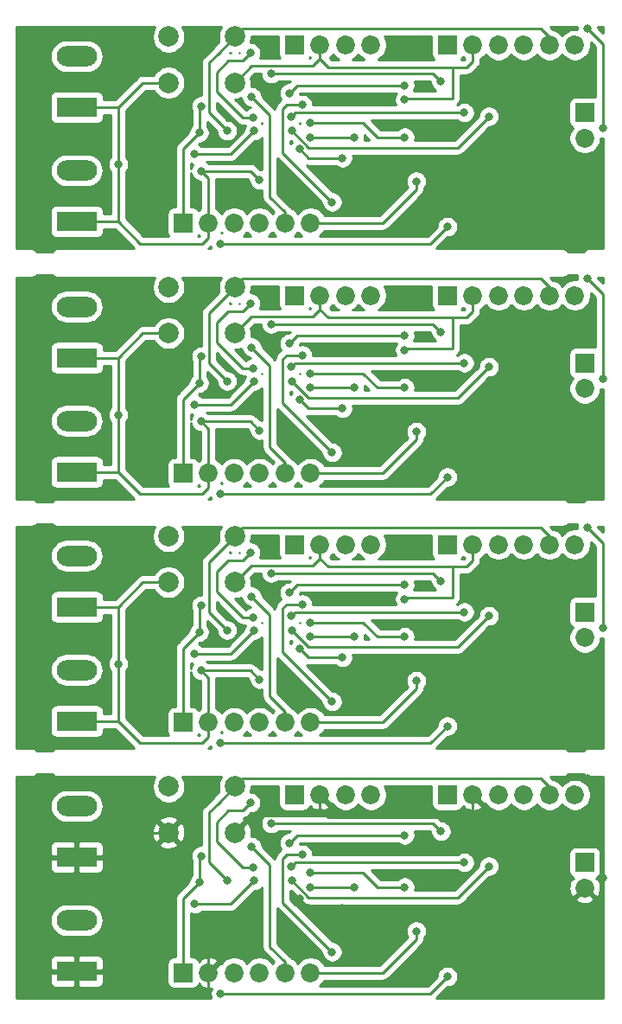
<source format=gbl>
G04 #@! TF.GenerationSoftware,KiCad,Pcbnew,5.1.8-5.1.8*
G04 #@! TF.CreationDate,2021-02-22T03:00:03+01:00*
G04 #@! TF.ProjectId,STM32L0LoraTx_4,53544d33-324c-4304-9c6f-726154785f34,rev?*
G04 #@! TF.SameCoordinates,Original*
G04 #@! TF.FileFunction,Copper,L2,Bot*
G04 #@! TF.FilePolarity,Positive*
%FSLAX46Y46*%
G04 Gerber Fmt 4.6, Leading zero omitted, Abs format (unit mm)*
G04 Created by KiCad (PCBNEW 5.1.8-5.1.8) date 2021-02-22 03:00:03*
%MOMM*%
%LPD*%
G01*
G04 APERTURE LIST*
G04 #@! TA.AperFunction,ComponentPad*
%ADD10O,3.960000X1.980000*%
G04 #@! TD*
G04 #@! TA.AperFunction,ComponentPad*
%ADD11R,3.960000X1.980000*%
G04 #@! TD*
G04 #@! TA.AperFunction,ComponentPad*
%ADD12R,1.850000X1.850000*%
G04 #@! TD*
G04 #@! TA.AperFunction,ComponentPad*
%ADD13C,1.850000*%
G04 #@! TD*
G04 #@! TA.AperFunction,ComponentPad*
%ADD14C,2.000000*%
G04 #@! TD*
G04 #@! TA.AperFunction,ViaPad*
%ADD15C,0.800000*%
G04 #@! TD*
G04 #@! TA.AperFunction,Conductor*
%ADD16C,0.250000*%
G04 #@! TD*
G04 #@! TA.AperFunction,Conductor*
%ADD17C,0.254000*%
G04 #@! TD*
G04 #@! TA.AperFunction,Conductor*
%ADD18C,0.100000*%
G04 #@! TD*
G04 #@! TA.AperFunction,NonConductor*
%ADD19C,0.254000*%
G04 #@! TD*
G04 #@! TA.AperFunction,NonConductor*
%ADD20C,0.100000*%
G04 #@! TD*
G04 APERTURE END LIST*
D10*
G04 #@! TO.P,J3,2*
G04 #@! TO.N,N/C*
X93345000Y-85551000D03*
D11*
G04 #@! TO.P,J3,1*
X93345000Y-90551000D03*
G04 #@! TD*
D12*
G04 #@! TO.P,J4,1*
G04 #@! TO.N,N/C*
X129667000Y-48768000D03*
D13*
G04 #@! TO.P,J4,2*
X132167000Y-48768000D03*
G04 #@! TO.P,J4,3*
X134667000Y-48768000D03*
G04 #@! TO.P,J4,4*
X137167000Y-48768000D03*
G04 #@! TO.P,J4,5*
X139667000Y-48768000D03*
G04 #@! TO.P,J4,6*
X142167000Y-48768000D03*
G04 #@! TD*
G04 #@! TO.P,J4,6*
G04 #@! TO.N,N/C*
X142167000Y-73279000D03*
G04 #@! TO.P,J4,5*
X139667000Y-73279000D03*
G04 #@! TO.P,J4,4*
X137167000Y-73279000D03*
G04 #@! TO.P,J4,3*
X134667000Y-73279000D03*
G04 #@! TO.P,J4,2*
X132167000Y-73279000D03*
D12*
G04 #@! TO.P,J4,1*
X129667000Y-73279000D03*
G04 #@! TD*
G04 #@! TO.P,J2,1*
G04 #@! TO.N,N/C*
X103759000Y-90678000D03*
D13*
G04 #@! TO.P,J2,2*
X106259000Y-90678000D03*
G04 #@! TO.P,J2,3*
X108759000Y-90678000D03*
G04 #@! TO.P,J2,4*
X111259000Y-90678000D03*
G04 #@! TO.P,J2,5*
X113759000Y-90678000D03*
G04 #@! TO.P,J2,6*
X116259000Y-90678000D03*
G04 #@! TD*
G04 #@! TO.P,J6,2*
G04 #@! TO.N,N/C*
X143129000Y-57872000D03*
D12*
G04 #@! TO.P,J6,1*
X143129000Y-55372000D03*
G04 #@! TD*
D11*
G04 #@! TO.P,J3,1*
G04 #@! TO.N,N/C*
X93345000Y-66040000D03*
D10*
G04 #@! TO.P,J3,2*
X93345000Y-61040000D03*
G04 #@! TD*
D12*
G04 #@! TO.P,J6,1*
G04 #@! TO.N,N/C*
X143129000Y-79883000D03*
D13*
G04 #@! TO.P,J6,2*
X143129000Y-82383000D03*
G04 #@! TD*
D12*
G04 #@! TO.P,J1,1*
G04 #@! TO.N,N/C*
X114681000Y-73279000D03*
D13*
G04 #@! TO.P,J1,2*
X117181000Y-73279000D03*
G04 #@! TO.P,J1,3*
X119681000Y-73279000D03*
G04 #@! TO.P,J1,4*
X122181000Y-73279000D03*
G04 #@! TD*
G04 #@! TO.P,J1,4*
G04 #@! TO.N,N/C*
X122181000Y-48768000D03*
G04 #@! TO.P,J1,3*
X119681000Y-48768000D03*
G04 #@! TO.P,J1,2*
X117181000Y-48768000D03*
D12*
G04 #@! TO.P,J1,1*
X114681000Y-48768000D03*
G04 #@! TD*
D14*
G04 #@! TO.P,RESET,1*
G04 #@! TO.N,N/C*
X102339000Y-52451000D03*
G04 #@! TO.P,RESET,2*
X102339000Y-47951000D03*
G04 #@! TO.P,RESET,1*
X108839000Y-52451000D03*
G04 #@! TO.P,RESET,2*
X108839000Y-47951000D03*
G04 #@! TD*
G04 #@! TO.P,RESET,2*
G04 #@! TO.N,N/C*
X108839000Y-72462000D03*
G04 #@! TO.P,RESET,1*
X108839000Y-76962000D03*
G04 #@! TO.P,RESET,2*
X102339000Y-72462000D03*
G04 #@! TO.P,RESET,1*
X102339000Y-76962000D03*
G04 #@! TD*
D11*
G04 #@! TO.P,J5,1*
G04 #@! TO.N,N/C*
X93345000Y-79375000D03*
D10*
G04 #@! TO.P,J5,2*
X93345000Y-74375000D03*
G04 #@! TD*
G04 #@! TO.P,J5,2*
G04 #@! TO.N,N/C*
X93345000Y-49864000D03*
D11*
G04 #@! TO.P,J5,1*
X93345000Y-54864000D03*
G04 #@! TD*
D13*
G04 #@! TO.P,J2,6*
G04 #@! TO.N,N/C*
X116259000Y-66167000D03*
G04 #@! TO.P,J2,5*
X113759000Y-66167000D03*
G04 #@! TO.P,J2,4*
X111259000Y-66167000D03*
G04 #@! TO.P,J2,3*
X108759000Y-66167000D03*
G04 #@! TO.P,J2,2*
X106259000Y-66167000D03*
D12*
G04 #@! TO.P,J2,1*
X103759000Y-66167000D03*
G04 #@! TD*
D10*
G04 #@! TO.P,J3,2*
G04 #@! TO.N,N/C*
X93345000Y-109935000D03*
D11*
G04 #@! TO.P,J3,1*
X93345000Y-114935000D03*
G04 #@! TD*
D12*
G04 #@! TO.P,J2,1*
G04 #@! TO.N,N/C*
X103759000Y-115062000D03*
D13*
G04 #@! TO.P,J2,2*
X106259000Y-115062000D03*
G04 #@! TO.P,J2,3*
X108759000Y-115062000D03*
G04 #@! TO.P,J2,4*
X111259000Y-115062000D03*
G04 #@! TO.P,J2,5*
X113759000Y-115062000D03*
G04 #@! TO.P,J2,6*
X116259000Y-115062000D03*
G04 #@! TD*
D12*
G04 #@! TO.P,J1,1*
G04 #@! TO.N,N/C*
X114681000Y-97663000D03*
D13*
G04 #@! TO.P,J1,2*
X117181000Y-97663000D03*
G04 #@! TO.P,J1,3*
X119681000Y-97663000D03*
G04 #@! TO.P,J1,4*
X122181000Y-97663000D03*
G04 #@! TD*
D11*
G04 #@! TO.P,J5,1*
G04 #@! TO.N,N/C*
X93345000Y-103759000D03*
D10*
G04 #@! TO.P,J5,2*
X93345000Y-98759000D03*
G04 #@! TD*
D12*
G04 #@! TO.P,J6,1*
G04 #@! TO.N,N/C*
X143129000Y-104267000D03*
D13*
G04 #@! TO.P,J6,2*
X143129000Y-106767000D03*
G04 #@! TD*
G04 #@! TO.P,J4,6*
G04 #@! TO.N,N/C*
X142167000Y-97663000D03*
G04 #@! TO.P,J4,5*
X139667000Y-97663000D03*
G04 #@! TO.P,J4,4*
X137167000Y-97663000D03*
G04 #@! TO.P,J4,3*
X134667000Y-97663000D03*
G04 #@! TO.P,J4,2*
X132167000Y-97663000D03*
D12*
G04 #@! TO.P,J4,1*
X129667000Y-97663000D03*
G04 #@! TD*
D14*
G04 #@! TO.P,RESET,2*
G04 #@! TO.N,N/C*
X108839000Y-96846000D03*
G04 #@! TO.P,RESET,1*
X108839000Y-101346000D03*
G04 #@! TO.P,RESET,2*
X102339000Y-96846000D03*
G04 #@! TO.P,RESET,1*
X102339000Y-101346000D03*
G04 #@! TD*
D10*
G04 #@! TO.P,J5,2*
G04 #@! TO.N,Net-(J5-Pad2)*
X93345000Y-123270000D03*
D11*
G04 #@! TO.P,J5,1*
G04 #@! TO.N,GND*
X93345000Y-128270000D03*
G04 #@! TD*
D13*
G04 #@! TO.P,J1,4*
G04 #@! TO.N,SDA*
X122181000Y-122174000D03*
G04 #@! TO.P,J1,3*
G04 #@! TO.N,SCL*
X119681000Y-122174000D03*
G04 #@! TO.P,J1,2*
G04 #@! TO.N,GND*
X117181000Y-122174000D03*
D12*
G04 #@! TO.P,J1,1*
G04 #@! TO.N,+3V3*
X114681000Y-122174000D03*
G04 #@! TD*
D13*
G04 #@! TO.P,J2,6*
G04 #@! TO.N,MISO*
X116259000Y-139573000D03*
G04 #@! TO.P,J2,5*
G04 #@! TO.N,EXT_CS*
X113759000Y-139573000D03*
G04 #@! TO.P,J2,4*
G04 #@! TO.N,MOSI*
X111259000Y-139573000D03*
G04 #@! TO.P,J2,3*
G04 #@! TO.N,SCK*
X108759000Y-139573000D03*
G04 #@! TO.P,J2,2*
G04 #@! TO.N,GND*
X106259000Y-139573000D03*
D12*
G04 #@! TO.P,J2,1*
G04 #@! TO.N,+3V3*
X103759000Y-139573000D03*
G04 #@! TD*
D11*
G04 #@! TO.P,J3,1*
G04 #@! TO.N,GND*
X93345000Y-139446000D03*
D10*
G04 #@! TO.P,J3,2*
G04 #@! TO.N,Net-(J3-Pad2)*
X93345000Y-134446000D03*
G04 #@! TD*
D12*
G04 #@! TO.P,J4,1*
G04 #@! TO.N,+3V3*
X129667000Y-122174000D03*
D13*
G04 #@! TO.P,J4,2*
G04 #@! TO.N,GND*
X132167000Y-122174000D03*
G04 #@! TO.P,J4,3*
G04 #@! TO.N,SWCLK*
X134667000Y-122174000D03*
G04 #@! TO.P,J4,4*
G04 #@! TO.N,SWDIO*
X137167000Y-122174000D03*
G04 #@! TO.P,J4,5*
G04 #@! TO.N,NRST*
X139667000Y-122174000D03*
G04 #@! TO.P,J4,6*
G04 #@! TO.N,TX*
X142167000Y-122174000D03*
G04 #@! TD*
G04 #@! TO.P,J6,2*
G04 #@! TO.N,GND*
X143129000Y-131278000D03*
D12*
G04 #@! TO.P,J6,1*
G04 #@! TO.N,+3V3*
X143129000Y-128778000D03*
G04 #@! TD*
D14*
G04 #@! TO.P,RESET,1*
G04 #@! TO.N,GND*
X102339000Y-125857000D03*
G04 #@! TO.P,RESET,2*
G04 #@! TO.N,NRST*
X102339000Y-121357000D03*
G04 #@! TO.P,RESET,1*
G04 #@! TO.N,GND*
X108839000Y-125857000D03*
G04 #@! TO.P,RESET,2*
G04 #@! TO.N,NRST*
X108839000Y-121357000D03*
G04 #@! TD*
D15*
G04 #@! TO.N,*
X97409000Y-109347000D03*
X144907000Y-105791000D03*
X111252000Y-110871000D03*
X143383000Y-96012000D03*
X125476000Y-102997000D03*
X115202847Y-107846153D03*
X119380000Y-108712000D03*
X105537000Y-109982000D03*
X104902000Y-108331000D03*
X110744000Y-106045000D03*
X105346500Y-106235500D03*
X105537000Y-103632000D03*
X107442000Y-117094000D03*
X129667000Y-115443000D03*
X118364000Y-113030000D03*
X115443000Y-103505000D03*
X126619000Y-110998000D03*
X110490000Y-102743000D03*
X120523000Y-106680000D03*
X116205000Y-106680000D03*
X108077000Y-106045000D03*
X133731000Y-104648000D03*
X114427000Y-106045000D03*
X112395000Y-100457000D03*
X129032000Y-101219000D03*
X110617000Y-104775000D03*
X110363000Y-98425000D03*
X116205000Y-105283000D03*
X125476000Y-106680000D03*
X114356000Y-104667000D03*
X131318000Y-104267000D03*
X125476000Y-101600000D03*
X114173000Y-102362000D03*
X105537000Y-61087000D03*
X104902000Y-59436000D03*
X110744000Y-57150000D03*
X105346500Y-57340500D03*
X105537000Y-54737000D03*
X107442000Y-68199000D03*
X129667000Y-66548000D03*
X118364000Y-64135000D03*
X115443000Y-54610000D03*
X97409000Y-60452000D03*
X114173000Y-53467000D03*
X126619000Y-62103000D03*
X110490000Y-53848000D03*
X120523000Y-57785000D03*
X116205000Y-57785000D03*
X108077000Y-57150000D03*
X133731000Y-55753000D03*
X114427000Y-57150000D03*
X112395000Y-51562000D03*
X129032000Y-52324000D03*
X110617000Y-55880000D03*
X110363000Y-49530000D03*
X116205000Y-56388000D03*
X125476000Y-57785000D03*
X144907000Y-56896000D03*
X111252000Y-61976000D03*
X143383000Y-47117000D03*
X125476000Y-54102000D03*
X115202847Y-58951153D03*
X119380000Y-59817000D03*
X131318000Y-55372000D03*
X125476000Y-52705000D03*
X114356000Y-55772000D03*
X144907000Y-81407000D03*
X143383000Y-71628000D03*
X105537000Y-85598000D03*
X111252000Y-86487000D03*
X125476000Y-78613000D03*
X115202847Y-83462153D03*
X119380000Y-84328000D03*
X97409000Y-84963000D03*
X104902000Y-83947000D03*
X110744000Y-81661000D03*
X105346500Y-81851500D03*
X105537000Y-79248000D03*
X107442000Y-92710000D03*
X129667000Y-91059000D03*
X118364000Y-88646000D03*
X115443000Y-79121000D03*
X126619000Y-86614000D03*
X110490000Y-78359000D03*
X120523000Y-82296000D03*
X116205000Y-82296000D03*
X108077000Y-81661000D03*
X114427000Y-81661000D03*
X133731000Y-80264000D03*
X110617000Y-80391000D03*
X110363000Y-74041000D03*
X112395000Y-76073000D03*
X129032000Y-76835000D03*
X116205000Y-80899000D03*
X125476000Y-82296000D03*
X114356000Y-80283000D03*
X131318000Y-79883000D03*
X125476000Y-77216000D03*
X114173000Y-77978000D03*
G04 #@! TO.N,GND*
X144907000Y-130302000D03*
X143383000Y-120523000D03*
X105537000Y-134493000D03*
X111252000Y-135382000D03*
X125476000Y-127508000D03*
X115202847Y-132357153D03*
X119380000Y-133223000D03*
X97409000Y-133858000D03*
G04 #@! TO.N,ADC_2*
X104902000Y-132842000D03*
X110744000Y-130556000D03*
G04 #@! TO.N,+3V3*
X105346500Y-130746500D03*
X105537000Y-128143000D03*
X107442000Y-141605000D03*
X129667000Y-139954000D03*
X118364000Y-137541000D03*
X115443000Y-128016000D03*
G04 #@! TO.N,MISO*
X126619000Y-135509000D03*
G04 #@! TO.N,EXT_CS*
X110490000Y-127254000D03*
G04 #@! TO.N,MOSI*
X120523000Y-131191000D03*
X116205000Y-131191000D03*
G04 #@! TO.N,NRST*
X108077000Y-130556000D03*
G04 #@! TO.N,TX*
X114427000Y-130556000D03*
X133731000Y-129159000D03*
G04 #@! TO.N,READY*
X110617000Y-129286000D03*
X110363000Y-122936000D03*
X112395000Y-124968000D03*
X129032000Y-125730000D03*
G04 #@! TO.N,RFM_CS*
X116205000Y-129794000D03*
X125476000Y-131191000D03*
G04 #@! TO.N,DONE*
X114356000Y-129178000D03*
X131318000Y-128778000D03*
G04 #@! TO.N,RFM_RST*
X125476000Y-126111000D03*
X114173000Y-126873000D03*
G04 #@! TD*
D16*
G04 #@! TO.N,*
X99822000Y-101346000D02*
X102339000Y-101346000D01*
X97409000Y-103759000D02*
X99822000Y-101346000D01*
X97409000Y-114935000D02*
X97409000Y-103759000D01*
X97409000Y-103759000D02*
X93345000Y-103759000D01*
X106259000Y-110704000D02*
X106259000Y-115062000D01*
X105537000Y-109982000D02*
X106259000Y-110704000D01*
X132167000Y-99227000D02*
X132167000Y-97663000D01*
X131572000Y-99822000D02*
X132167000Y-99227000D01*
X117181000Y-99020000D02*
X117983000Y-99822000D01*
X110363000Y-109982000D02*
X105537000Y-109982000D01*
X111252000Y-110871000D02*
X110363000Y-109982000D01*
X106259000Y-116499000D02*
X106259000Y-115062000D01*
X117181000Y-97663000D02*
X117181000Y-99020000D01*
X108839000Y-101346000D02*
X110490000Y-99695000D01*
X116506000Y-99695000D02*
X117181000Y-99020000D01*
X110490000Y-99695000D02*
X116506000Y-99695000D01*
X93345000Y-114935000D02*
X97409000Y-114935000D01*
X97409000Y-114935000D02*
X99568000Y-117094000D01*
X99568000Y-117094000D02*
X105664000Y-117094000D01*
X130175000Y-99822000D02*
X130175000Y-102870000D01*
X117983000Y-99822000D02*
X130175000Y-99822000D01*
X130175000Y-99822000D02*
X131572000Y-99822000D01*
X125603000Y-102870000D02*
X125476000Y-102997000D01*
X130175000Y-102870000D02*
X125603000Y-102870000D01*
X144907000Y-105791000D02*
X144907000Y-97536000D01*
X144907000Y-97536000D02*
X143383000Y-96012000D01*
X116068694Y-108712000D02*
X115202847Y-107846153D01*
X119380000Y-108712000D02*
X116068694Y-108712000D01*
X105664000Y-117094000D02*
X106259000Y-116499000D01*
X108458000Y-108331000D02*
X104902000Y-108331000D01*
X110744000Y-106045000D02*
X108458000Y-108331000D01*
X115189000Y-103505000D02*
X115443000Y-103505000D01*
X113538000Y-103886000D02*
X113919000Y-103505000D01*
X113538000Y-108204000D02*
X113538000Y-103886000D01*
X113919000Y-103505000D02*
X115189000Y-103505000D01*
X103759000Y-107823000D02*
X105346500Y-106235500D01*
X103759000Y-115062000D02*
X103759000Y-107823000D01*
X105346500Y-106235500D02*
X105346500Y-103822500D01*
X105346500Y-103822500D02*
X105537000Y-103632000D01*
X107442000Y-117094000D02*
X123952000Y-117094000D01*
X123952000Y-117094000D02*
X128016000Y-117094000D01*
X128016000Y-117094000D02*
X129667000Y-115443000D01*
X118364000Y-113030000D02*
X113538000Y-108204000D01*
X123317000Y-115062000D02*
X126619000Y-111760000D01*
X116259000Y-115062000D02*
X123317000Y-115062000D01*
X126619000Y-111760000D02*
X126614347Y-111755347D01*
X126619000Y-111760000D02*
X126619000Y-110998000D01*
X110490000Y-102743000D02*
X112268000Y-104521000D01*
X112268000Y-104521000D02*
X112268000Y-112522000D01*
X113759000Y-114013000D02*
X113759000Y-115062000D01*
X112268000Y-112522000D02*
X113759000Y-114013000D01*
X117983000Y-106680000D02*
X117094000Y-106680000D01*
X120523000Y-106680000D02*
X117983000Y-106680000D01*
X117983000Y-106680000D02*
X117602000Y-106680000D01*
X117094000Y-106680000D02*
X116205000Y-106680000D01*
X108839000Y-96846000D02*
X108839000Y-96774000D01*
X108839000Y-96774000D02*
X109601000Y-96012000D01*
X109601000Y-96012000D02*
X138811000Y-96012000D01*
X139667000Y-96868000D02*
X139667000Y-97663000D01*
X138811000Y-96012000D02*
X139667000Y-96868000D01*
X106299000Y-104267000D02*
X106299000Y-99386000D01*
X108077000Y-106045000D02*
X106299000Y-104267000D01*
X106299000Y-99386000D02*
X107224000Y-98461000D01*
X107224000Y-98461000D02*
X108839000Y-96846000D01*
X106934000Y-98751000D02*
X107224000Y-98461000D01*
X114427000Y-106045000D02*
X116078000Y-107696000D01*
X116078000Y-107696000D02*
X130683000Y-107696000D01*
X130683000Y-107696000D02*
X133731000Y-104648000D01*
X112395000Y-100457000D02*
X125857000Y-100457000D01*
X129032000Y-101219000D02*
X128270000Y-100457000D01*
X128270000Y-100457000D02*
X125857000Y-100457000D01*
X110617000Y-104775000D02*
X109601000Y-104775000D01*
X109601000Y-104775000D02*
X107061000Y-102235000D01*
X107061000Y-102235000D02*
X107061000Y-100330000D01*
X107061000Y-100330000D02*
X108204000Y-99187000D01*
X109601000Y-99187000D02*
X110363000Y-98425000D01*
X108204000Y-99187000D02*
X109601000Y-99187000D01*
X119507000Y-105283000D02*
X119253000Y-105283000D01*
X121412000Y-105283000D02*
X122809000Y-106680000D01*
X119507000Y-105283000D02*
X121412000Y-105283000D01*
X122809000Y-106680000D02*
X125476000Y-106680000D01*
X119253000Y-105283000D02*
X116840000Y-105283000D01*
X119253000Y-105283000D02*
X118237000Y-105283000D01*
X119507000Y-105283000D02*
X116205000Y-105283000D01*
X114755999Y-104267001D02*
X114356000Y-104667000D01*
X131318000Y-104267000D02*
X114755999Y-104267001D01*
X114935000Y-101600000D02*
X114173000Y-102362000D01*
X125476000Y-101600000D02*
X114935000Y-101600000D01*
X108458000Y-59436000D02*
X104902000Y-59436000D01*
X110744000Y-57150000D02*
X108458000Y-59436000D01*
X115189000Y-54610000D02*
X115443000Y-54610000D01*
X113538000Y-54991000D02*
X113919000Y-54610000D01*
X113538000Y-59309000D02*
X113538000Y-54991000D01*
X113919000Y-54610000D02*
X115189000Y-54610000D01*
X103759000Y-58928000D02*
X105346500Y-57340500D01*
X103759000Y-66167000D02*
X103759000Y-58928000D01*
X105346500Y-57340500D02*
X105346500Y-54927500D01*
X105346500Y-54927500D02*
X105537000Y-54737000D01*
X107442000Y-68199000D02*
X123952000Y-68199000D01*
X123952000Y-68199000D02*
X128016000Y-68199000D01*
X128016000Y-68199000D02*
X129667000Y-66548000D01*
X118364000Y-64135000D02*
X113538000Y-59309000D01*
X123317000Y-66167000D02*
X126619000Y-62865000D01*
X116259000Y-66167000D02*
X123317000Y-66167000D01*
X126619000Y-62865000D02*
X126614347Y-62860347D01*
X105664000Y-68199000D02*
X106259000Y-67604000D01*
X114935000Y-52705000D02*
X114173000Y-53467000D01*
X125476000Y-52705000D02*
X114935000Y-52705000D01*
X126619000Y-62865000D02*
X126619000Y-62103000D01*
X110490000Y-53848000D02*
X112268000Y-55626000D01*
X112268000Y-55626000D02*
X112268000Y-63627000D01*
X113759000Y-65118000D02*
X113759000Y-66167000D01*
X112268000Y-63627000D02*
X113759000Y-65118000D01*
X117983000Y-57785000D02*
X117094000Y-57785000D01*
X120523000Y-57785000D02*
X117983000Y-57785000D01*
X117983000Y-57785000D02*
X117602000Y-57785000D01*
X117094000Y-57785000D02*
X116205000Y-57785000D01*
X108839000Y-47951000D02*
X108839000Y-47879000D01*
X108839000Y-47879000D02*
X109601000Y-47117000D01*
X109601000Y-47117000D02*
X138811000Y-47117000D01*
X139667000Y-47973000D02*
X139667000Y-48768000D01*
X138811000Y-47117000D02*
X139667000Y-47973000D01*
X106299000Y-55372000D02*
X106299000Y-50491000D01*
X108077000Y-57150000D02*
X106299000Y-55372000D01*
X106299000Y-50491000D02*
X107224000Y-49566000D01*
X107224000Y-49566000D02*
X108839000Y-47951000D01*
X106934000Y-49856000D02*
X107224000Y-49566000D01*
X114427000Y-57150000D02*
X116078000Y-58801000D01*
X116078000Y-58801000D02*
X130683000Y-58801000D01*
X130683000Y-58801000D02*
X133731000Y-55753000D01*
X112395000Y-51562000D02*
X125857000Y-51562000D01*
X129032000Y-52324000D02*
X128270000Y-51562000D01*
X128270000Y-51562000D02*
X125857000Y-51562000D01*
X110617000Y-55880000D02*
X109601000Y-55880000D01*
X109601000Y-55880000D02*
X107061000Y-53340000D01*
X107061000Y-53340000D02*
X107061000Y-51435000D01*
X107061000Y-51435000D02*
X108204000Y-50292000D01*
X109601000Y-50292000D02*
X110363000Y-49530000D01*
X108204000Y-50292000D02*
X109601000Y-50292000D01*
X119507000Y-56388000D02*
X119253000Y-56388000D01*
X121412000Y-56388000D02*
X122809000Y-57785000D01*
X119507000Y-56388000D02*
X121412000Y-56388000D01*
X122809000Y-57785000D02*
X125476000Y-57785000D01*
X119253000Y-56388000D02*
X116840000Y-56388000D01*
X119253000Y-56388000D02*
X118237000Y-56388000D01*
X119507000Y-56388000D02*
X116205000Y-56388000D01*
X99822000Y-52451000D02*
X102339000Y-52451000D01*
X97409000Y-54864000D02*
X99822000Y-52451000D01*
X97409000Y-66040000D02*
X97409000Y-54864000D01*
X97409000Y-54864000D02*
X93345000Y-54864000D01*
X106259000Y-61809000D02*
X106259000Y-66167000D01*
X105537000Y-61087000D02*
X106259000Y-61809000D01*
X132167000Y-50332000D02*
X132167000Y-48768000D01*
X131572000Y-50927000D02*
X132167000Y-50332000D01*
X117181000Y-50125000D02*
X117983000Y-50927000D01*
X110363000Y-61087000D02*
X105537000Y-61087000D01*
X111252000Y-61976000D02*
X110363000Y-61087000D01*
X106259000Y-67604000D02*
X106259000Y-66167000D01*
X117181000Y-48768000D02*
X117181000Y-50125000D01*
X108839000Y-52451000D02*
X110490000Y-50800000D01*
X116506000Y-50800000D02*
X117181000Y-50125000D01*
X110490000Y-50800000D02*
X116506000Y-50800000D01*
X93345000Y-66040000D02*
X97409000Y-66040000D01*
X97409000Y-66040000D02*
X99568000Y-68199000D01*
X99568000Y-68199000D02*
X105664000Y-68199000D01*
X130175000Y-50927000D02*
X130175000Y-53975000D01*
X117983000Y-50927000D02*
X130175000Y-50927000D01*
X130175000Y-50927000D02*
X131572000Y-50927000D01*
X125603000Y-53975000D02*
X125476000Y-54102000D01*
X130175000Y-53975000D02*
X125603000Y-53975000D01*
X144907000Y-56896000D02*
X144907000Y-48641000D01*
X144907000Y-48641000D02*
X143383000Y-47117000D01*
X116068694Y-59817000D02*
X115202847Y-58951153D01*
X119380000Y-59817000D02*
X116068694Y-59817000D01*
X114755999Y-55372001D02*
X114356000Y-55772000D01*
X131318000Y-55372000D02*
X114755999Y-55372001D01*
X144907000Y-81407000D02*
X144907000Y-73152000D01*
X144907000Y-73152000D02*
X143383000Y-71628000D01*
X117181000Y-73279000D02*
X117181000Y-74636000D01*
X108839000Y-76962000D02*
X110490000Y-75311000D01*
X116506000Y-75311000D02*
X117181000Y-74636000D01*
X110490000Y-75311000D02*
X116506000Y-75311000D01*
X93345000Y-90551000D02*
X97409000Y-90551000D01*
X97409000Y-90551000D02*
X99568000Y-92710000D01*
X99568000Y-92710000D02*
X105664000Y-92710000D01*
X106259000Y-92115000D02*
X106259000Y-90678000D01*
X105664000Y-92710000D02*
X106259000Y-92115000D01*
X106259000Y-86320000D02*
X106259000Y-90678000D01*
X105537000Y-85598000D02*
X106259000Y-86320000D01*
X132167000Y-74843000D02*
X132167000Y-73279000D01*
X131572000Y-75438000D02*
X132167000Y-74843000D01*
X117181000Y-74636000D02*
X117983000Y-75438000D01*
X110363000Y-85598000D02*
X105537000Y-85598000D01*
X111252000Y-86487000D02*
X110363000Y-85598000D01*
X130175000Y-75438000D02*
X130175000Y-78486000D01*
X117983000Y-75438000D02*
X130175000Y-75438000D01*
X130175000Y-75438000D02*
X131572000Y-75438000D01*
X125603000Y-78486000D02*
X125476000Y-78613000D01*
X130175000Y-78486000D02*
X125603000Y-78486000D01*
X116068694Y-84328000D02*
X115202847Y-83462153D01*
X119380000Y-84328000D02*
X116068694Y-84328000D01*
X99822000Y-76962000D02*
X102339000Y-76962000D01*
X97409000Y-79375000D02*
X99822000Y-76962000D01*
X97409000Y-90551000D02*
X97409000Y-79375000D01*
X97409000Y-79375000D02*
X93345000Y-79375000D01*
X108458000Y-83947000D02*
X104902000Y-83947000D01*
X110744000Y-81661000D02*
X108458000Y-83947000D01*
X103759000Y-83439000D02*
X105346500Y-81851500D01*
X103759000Y-90678000D02*
X103759000Y-83439000D01*
X105346500Y-81851500D02*
X105346500Y-79438500D01*
X105346500Y-79438500D02*
X105537000Y-79248000D01*
X107442000Y-92710000D02*
X123952000Y-92710000D01*
X123952000Y-92710000D02*
X128016000Y-92710000D01*
X128016000Y-92710000D02*
X129667000Y-91059000D01*
X115189000Y-79121000D02*
X115443000Y-79121000D01*
X113538000Y-79502000D02*
X113919000Y-79121000D01*
X113538000Y-83820000D02*
X113538000Y-79502000D01*
X113919000Y-79121000D02*
X115189000Y-79121000D01*
X118364000Y-88646000D02*
X113538000Y-83820000D01*
X123317000Y-90678000D02*
X126619000Y-87376000D01*
X116259000Y-90678000D02*
X123317000Y-90678000D01*
X126619000Y-87376000D02*
X126614347Y-87371347D01*
X126619000Y-87376000D02*
X126619000Y-86614000D01*
X110490000Y-78359000D02*
X112268000Y-80137000D01*
X112268000Y-80137000D02*
X112268000Y-88138000D01*
X113759000Y-89629000D02*
X113759000Y-90678000D01*
X112268000Y-88138000D02*
X113759000Y-89629000D01*
X117983000Y-82296000D02*
X117094000Y-82296000D01*
X120523000Y-82296000D02*
X117983000Y-82296000D01*
X117983000Y-82296000D02*
X117602000Y-82296000D01*
X117094000Y-82296000D02*
X116205000Y-82296000D01*
X108839000Y-72462000D02*
X108839000Y-72390000D01*
X108839000Y-72390000D02*
X109601000Y-71628000D01*
X109601000Y-71628000D02*
X138811000Y-71628000D01*
X139667000Y-72484000D02*
X139667000Y-73279000D01*
X138811000Y-71628000D02*
X139667000Y-72484000D01*
X106299000Y-79883000D02*
X106299000Y-75002000D01*
X108077000Y-81661000D02*
X106299000Y-79883000D01*
X106299000Y-75002000D02*
X107224000Y-74077000D01*
X107224000Y-74077000D02*
X108839000Y-72462000D01*
X106934000Y-74367000D02*
X107224000Y-74077000D01*
X114427000Y-81661000D02*
X116078000Y-83312000D01*
X116078000Y-83312000D02*
X130683000Y-83312000D01*
X130683000Y-83312000D02*
X133731000Y-80264000D01*
X110617000Y-80391000D02*
X109601000Y-80391000D01*
X109601000Y-80391000D02*
X107061000Y-77851000D01*
X107061000Y-77851000D02*
X107061000Y-75946000D01*
X107061000Y-75946000D02*
X108204000Y-74803000D01*
X109601000Y-74803000D02*
X110363000Y-74041000D01*
X108204000Y-74803000D02*
X109601000Y-74803000D01*
X112395000Y-76073000D02*
X125857000Y-76073000D01*
X129032000Y-76835000D02*
X128270000Y-76073000D01*
X128270000Y-76073000D02*
X125857000Y-76073000D01*
X119253000Y-80899000D02*
X116840000Y-80899000D01*
X119253000Y-80899000D02*
X118237000Y-80899000D01*
X119507000Y-80899000D02*
X116205000Y-80899000D01*
X119507000Y-80899000D02*
X119253000Y-80899000D01*
X121412000Y-80899000D02*
X122809000Y-82296000D01*
X119507000Y-80899000D02*
X121412000Y-80899000D01*
X122809000Y-82296000D02*
X125476000Y-82296000D01*
X114755999Y-79883001D02*
X114356000Y-80283000D01*
X131318000Y-79883000D02*
X114755999Y-79883001D01*
X114935000Y-77216000D02*
X114173000Y-77978000D01*
X125476000Y-77216000D02*
X114935000Y-77216000D01*
G04 #@! TO.N,GND*
X144907000Y-130302000D02*
X144907000Y-122047000D01*
X144907000Y-122047000D02*
X143383000Y-120523000D01*
X117181000Y-122174000D02*
X117181000Y-123531000D01*
X108839000Y-125857000D02*
X110490000Y-124206000D01*
X116506000Y-124206000D02*
X117181000Y-123531000D01*
X110490000Y-124206000D02*
X116506000Y-124206000D01*
X93345000Y-139446000D02*
X97409000Y-139446000D01*
X97409000Y-139446000D02*
X99568000Y-141605000D01*
X99568000Y-141605000D02*
X105664000Y-141605000D01*
X106259000Y-141010000D02*
X106259000Y-139573000D01*
X105664000Y-141605000D02*
X106259000Y-141010000D01*
X106259000Y-135215000D02*
X106259000Y-139573000D01*
X105537000Y-134493000D02*
X106259000Y-135215000D01*
X132167000Y-123738000D02*
X132167000Y-122174000D01*
X131572000Y-124333000D02*
X132167000Y-123738000D01*
X117181000Y-123531000D02*
X117983000Y-124333000D01*
X110363000Y-134493000D02*
X105537000Y-134493000D01*
X111252000Y-135382000D02*
X110363000Y-134493000D01*
X130175000Y-124333000D02*
X130175000Y-127381000D01*
X117983000Y-124333000D02*
X130175000Y-124333000D01*
X130175000Y-124333000D02*
X131572000Y-124333000D01*
X125603000Y-127381000D02*
X125476000Y-127508000D01*
X130175000Y-127381000D02*
X125603000Y-127381000D01*
X116068694Y-133223000D02*
X115202847Y-132357153D01*
X119380000Y-133223000D02*
X116068694Y-133223000D01*
X99822000Y-125857000D02*
X102339000Y-125857000D01*
X97409000Y-128270000D02*
X99822000Y-125857000D01*
X97409000Y-139446000D02*
X97409000Y-128270000D01*
X97409000Y-128270000D02*
X93345000Y-128270000D01*
G04 #@! TO.N,ADC_2*
X108458000Y-132842000D02*
X104902000Y-132842000D01*
X110744000Y-130556000D02*
X108458000Y-132842000D01*
G04 #@! TO.N,+3V3*
X103759000Y-132334000D02*
X105346500Y-130746500D01*
X103759000Y-139573000D02*
X103759000Y-132334000D01*
X105346500Y-130746500D02*
X105346500Y-128333500D01*
X105346500Y-128333500D02*
X105537000Y-128143000D01*
X107442000Y-141605000D02*
X123952000Y-141605000D01*
X123952000Y-141605000D02*
X128016000Y-141605000D01*
X128016000Y-141605000D02*
X129667000Y-139954000D01*
X115189000Y-128016000D02*
X115443000Y-128016000D01*
X113538000Y-128397000D02*
X113919000Y-128016000D01*
X113538000Y-132715000D02*
X113538000Y-128397000D01*
X113919000Y-128016000D02*
X115189000Y-128016000D01*
X118364000Y-137541000D02*
X113538000Y-132715000D01*
G04 #@! TO.N,MISO*
X123317000Y-139573000D02*
X126619000Y-136271000D01*
X116259000Y-139573000D02*
X123317000Y-139573000D01*
X126619000Y-136271000D02*
X126614347Y-136266347D01*
X126619000Y-136271000D02*
X126619000Y-135509000D01*
G04 #@! TO.N,EXT_CS*
X110490000Y-127254000D02*
X112268000Y-129032000D01*
X112268000Y-129032000D02*
X112268000Y-137033000D01*
X113759000Y-138524000D02*
X113759000Y-139573000D01*
X112268000Y-137033000D02*
X113759000Y-138524000D01*
G04 #@! TO.N,MOSI*
X117983000Y-131191000D02*
X117094000Y-131191000D01*
X120523000Y-131191000D02*
X117983000Y-131191000D01*
X117983000Y-131191000D02*
X117602000Y-131191000D01*
X117094000Y-131191000D02*
X116205000Y-131191000D01*
G04 #@! TO.N,NRST*
X108839000Y-121357000D02*
X108839000Y-121285000D01*
X108839000Y-121285000D02*
X109601000Y-120523000D01*
X109601000Y-120523000D02*
X138811000Y-120523000D01*
X139667000Y-121379000D02*
X139667000Y-122174000D01*
X138811000Y-120523000D02*
X139667000Y-121379000D01*
X106299000Y-128778000D02*
X106299000Y-123897000D01*
X108077000Y-130556000D02*
X106299000Y-128778000D01*
X106299000Y-123897000D02*
X107224000Y-122972000D01*
X107224000Y-122972000D02*
X108839000Y-121357000D01*
X106934000Y-123262000D02*
X107224000Y-122972000D01*
G04 #@! TO.N,TX*
X114427000Y-130556000D02*
X116078000Y-132207000D01*
X116078000Y-132207000D02*
X130683000Y-132207000D01*
X130683000Y-132207000D02*
X133731000Y-129159000D01*
G04 #@! TO.N,READY*
X110617000Y-129286000D02*
X109601000Y-129286000D01*
X109601000Y-129286000D02*
X107061000Y-126746000D01*
X107061000Y-126746000D02*
X107061000Y-124841000D01*
X107061000Y-124841000D02*
X108204000Y-123698000D01*
X109601000Y-123698000D02*
X110363000Y-122936000D01*
X108204000Y-123698000D02*
X109601000Y-123698000D01*
X112395000Y-124968000D02*
X125857000Y-124968000D01*
X129032000Y-125730000D02*
X128270000Y-124968000D01*
X128270000Y-124968000D02*
X125857000Y-124968000D01*
G04 #@! TO.N,RFM_CS*
X119253000Y-129794000D02*
X116840000Y-129794000D01*
X119253000Y-129794000D02*
X118237000Y-129794000D01*
X119507000Y-129794000D02*
X116205000Y-129794000D01*
X119507000Y-129794000D02*
X119253000Y-129794000D01*
X121412000Y-129794000D02*
X122809000Y-131191000D01*
X119507000Y-129794000D02*
X121412000Y-129794000D01*
X122809000Y-131191000D02*
X125476000Y-131191000D01*
G04 #@! TO.N,DONE*
X114755999Y-128778001D02*
X114356000Y-129178000D01*
X131318000Y-128778000D02*
X114755999Y-128778001D01*
G04 #@! TO.N,RFM_RST*
X114935000Y-126111000D02*
X114173000Y-126873000D01*
X125476000Y-126111000D02*
X114935000Y-126111000D01*
G04 #@! TD*
D17*
G04 #@! TO.N,GND*
X143041052Y-120229948D02*
X143141550Y-120312425D01*
X143256207Y-120373710D01*
X143380617Y-120411450D01*
X143477581Y-120421000D01*
X143510000Y-120424193D01*
X143542419Y-120421000D01*
X144882000Y-120421000D01*
X144882001Y-128872572D01*
X144882000Y-128872582D01*
X144882001Y-130142572D01*
X144882000Y-130142582D01*
X144882001Y-142088000D01*
X128607801Y-142088000D01*
X129706802Y-140989000D01*
X129768939Y-140989000D01*
X129968898Y-140949226D01*
X130157256Y-140871205D01*
X130326774Y-140757937D01*
X130470937Y-140613774D01*
X130584205Y-140444256D01*
X130662226Y-140255898D01*
X130702000Y-140055939D01*
X130702000Y-139852061D01*
X130662226Y-139652102D01*
X130584205Y-139463744D01*
X130470937Y-139294226D01*
X130326774Y-139150063D01*
X130157256Y-139036795D01*
X129968898Y-138958774D01*
X129768939Y-138919000D01*
X129565061Y-138919000D01*
X129365102Y-138958774D01*
X129176744Y-139036795D01*
X129007226Y-139150063D01*
X128863063Y-139294226D01*
X128749795Y-139463744D01*
X128671774Y-139652102D01*
X128632000Y-139852061D01*
X128632000Y-139914198D01*
X127701199Y-140845000D01*
X117163243Y-140845000D01*
X117253442Y-140784731D01*
X117470731Y-140567442D01*
X117627380Y-140333000D01*
X123279678Y-140333000D01*
X123317000Y-140336676D01*
X123354322Y-140333000D01*
X123354333Y-140333000D01*
X123465986Y-140322003D01*
X123609247Y-140278546D01*
X123741276Y-140207974D01*
X123857001Y-140113001D01*
X123880804Y-140083997D01*
X127130004Y-136834798D01*
X127159001Y-136811001D01*
X127253974Y-136695276D01*
X127324546Y-136563247D01*
X127368003Y-136419986D01*
X127379000Y-136308333D01*
X127379000Y-136308324D01*
X127382676Y-136271001D01*
X127379000Y-136233678D01*
X127379000Y-136212711D01*
X127422937Y-136168774D01*
X127536205Y-135999256D01*
X127614226Y-135810898D01*
X127654000Y-135610939D01*
X127654000Y-135407061D01*
X127614226Y-135207102D01*
X127536205Y-135018744D01*
X127422937Y-134849226D01*
X127278774Y-134705063D01*
X127109256Y-134591795D01*
X126920898Y-134513774D01*
X126720939Y-134474000D01*
X126517061Y-134474000D01*
X126317102Y-134513774D01*
X126128744Y-134591795D01*
X125959226Y-134705063D01*
X125815063Y-134849226D01*
X125701795Y-135018744D01*
X125623774Y-135207102D01*
X125584000Y-135407061D01*
X125584000Y-135610939D01*
X125623774Y-135810898D01*
X125701795Y-135999256D01*
X125747516Y-136067682D01*
X123002199Y-138813000D01*
X117627380Y-138813000D01*
X117470731Y-138578558D01*
X117253442Y-138361269D01*
X116997937Y-138190546D01*
X116714035Y-138072950D01*
X116412647Y-138013000D01*
X116105353Y-138013000D01*
X115803965Y-138072950D01*
X115520063Y-138190546D01*
X115264558Y-138361269D01*
X115047269Y-138578558D01*
X115009000Y-138635832D01*
X114970731Y-138578558D01*
X114753442Y-138361269D01*
X114497937Y-138190546D01*
X114426761Y-138161064D01*
X114393974Y-138099724D01*
X114337784Y-138031256D01*
X114322799Y-138012996D01*
X114322795Y-138012992D01*
X114299001Y-137983999D01*
X114270009Y-137960206D01*
X113028000Y-136718199D01*
X113028000Y-133279801D01*
X117329000Y-137580802D01*
X117329000Y-137642939D01*
X117368774Y-137842898D01*
X117446795Y-138031256D01*
X117560063Y-138200774D01*
X117704226Y-138344937D01*
X117873744Y-138458205D01*
X118062102Y-138536226D01*
X118262061Y-138576000D01*
X118465939Y-138576000D01*
X118665898Y-138536226D01*
X118854256Y-138458205D01*
X119023774Y-138344937D01*
X119167937Y-138200774D01*
X119281205Y-138031256D01*
X119359226Y-137842898D01*
X119399000Y-137642939D01*
X119399000Y-137439061D01*
X119359226Y-137239102D01*
X119281205Y-137050744D01*
X119167937Y-136881226D01*
X119023774Y-136737063D01*
X118854256Y-136623795D01*
X118665898Y-136545774D01*
X118465939Y-136506000D01*
X118403802Y-136506000D01*
X114298000Y-132400199D01*
X114298000Y-131585617D01*
X114325061Y-131591000D01*
X114387199Y-131591000D01*
X115514201Y-132718003D01*
X115537999Y-132747001D01*
X115566997Y-132770799D01*
X115653724Y-132841974D01*
X115785753Y-132912546D01*
X115929014Y-132956003D01*
X116078000Y-132970677D01*
X116115333Y-132967000D01*
X130645678Y-132967000D01*
X130683000Y-132970676D01*
X130720322Y-132967000D01*
X130720333Y-132967000D01*
X130831986Y-132956003D01*
X130975247Y-132912546D01*
X131107276Y-132841974D01*
X131223001Y-132747001D01*
X131246804Y-132717997D01*
X131604884Y-132359917D01*
X142226688Y-132359917D01*
X142313393Y-132616653D01*
X142590223Y-132750048D01*
X142887757Y-132826873D01*
X143194562Y-132844176D01*
X143498848Y-132801292D01*
X143788921Y-132699868D01*
X143944607Y-132616653D01*
X144031312Y-132359917D01*
X143129000Y-131457605D01*
X142226688Y-132359917D01*
X131604884Y-132359917D01*
X132621239Y-131343562D01*
X141562824Y-131343562D01*
X141605708Y-131647848D01*
X141707132Y-131937921D01*
X141790347Y-132093607D01*
X142047083Y-132180312D01*
X142949395Y-131278000D01*
X142935253Y-131263858D01*
X143114858Y-131084253D01*
X143129000Y-131098395D01*
X143143143Y-131084253D01*
X143322748Y-131263858D01*
X143308605Y-131278000D01*
X144210917Y-132180312D01*
X144467653Y-132093607D01*
X144601048Y-131816777D01*
X144677873Y-131519243D01*
X144695176Y-131212438D01*
X144652292Y-130908152D01*
X144550868Y-130618079D01*
X144467653Y-130462393D01*
X144210919Y-130375689D01*
X144292332Y-130294276D01*
X144298180Y-130292502D01*
X144408494Y-130233537D01*
X144505185Y-130154185D01*
X144584537Y-130057494D01*
X144643502Y-129947180D01*
X144679812Y-129827482D01*
X144692072Y-129703000D01*
X144692072Y-127853000D01*
X144679812Y-127728518D01*
X144643502Y-127608820D01*
X144584537Y-127498506D01*
X144505185Y-127401815D01*
X144408494Y-127322463D01*
X144298180Y-127263498D01*
X144178482Y-127227188D01*
X144054000Y-127214928D01*
X142204000Y-127214928D01*
X142079518Y-127227188D01*
X141959820Y-127263498D01*
X141849506Y-127322463D01*
X141752815Y-127401815D01*
X141673463Y-127498506D01*
X141614498Y-127608820D01*
X141578188Y-127728518D01*
X141565928Y-127853000D01*
X141565928Y-129703000D01*
X141578188Y-129827482D01*
X141614498Y-129947180D01*
X141673463Y-130057494D01*
X141752815Y-130154185D01*
X141849506Y-130233537D01*
X141959820Y-130292502D01*
X141965668Y-130294276D01*
X142047081Y-130375689D01*
X141790347Y-130462393D01*
X141656952Y-130739223D01*
X141580127Y-131036757D01*
X141562824Y-131343562D01*
X132621239Y-131343562D01*
X133770802Y-130194000D01*
X133832939Y-130194000D01*
X134032898Y-130154226D01*
X134221256Y-130076205D01*
X134390774Y-129962937D01*
X134534937Y-129818774D01*
X134648205Y-129649256D01*
X134726226Y-129460898D01*
X134766000Y-129260939D01*
X134766000Y-129057061D01*
X134726226Y-128857102D01*
X134648205Y-128668744D01*
X134534937Y-128499226D01*
X134390774Y-128355063D01*
X134221256Y-128241795D01*
X134032898Y-128163774D01*
X133832939Y-128124000D01*
X133629061Y-128124000D01*
X133429102Y-128163774D01*
X133240744Y-128241795D01*
X133071226Y-128355063D01*
X132927063Y-128499226D01*
X132813795Y-128668744D01*
X132735774Y-128857102D01*
X132696000Y-129057061D01*
X132696000Y-129119198D01*
X130368199Y-131447000D01*
X126480356Y-131447000D01*
X126511000Y-131292939D01*
X126511000Y-131089061D01*
X126471226Y-130889102D01*
X126393205Y-130700744D01*
X126279937Y-130531226D01*
X126135774Y-130387063D01*
X125966256Y-130273795D01*
X125777898Y-130195774D01*
X125577939Y-130156000D01*
X125374061Y-130156000D01*
X125174102Y-130195774D01*
X124985744Y-130273795D01*
X124816226Y-130387063D01*
X124772289Y-130431000D01*
X123123802Y-130431000D01*
X122230801Y-129538000D01*
X130614288Y-129537999D01*
X130658226Y-129581937D01*
X130827744Y-129695205D01*
X131016102Y-129773226D01*
X131216061Y-129813000D01*
X131419939Y-129813000D01*
X131619898Y-129773226D01*
X131808256Y-129695205D01*
X131977774Y-129581937D01*
X132121937Y-129437774D01*
X132235205Y-129268256D01*
X132313226Y-129079898D01*
X132353000Y-128879939D01*
X132353000Y-128676061D01*
X132313226Y-128476102D01*
X132235205Y-128287744D01*
X132121937Y-128118226D01*
X131977774Y-127974063D01*
X131808256Y-127860795D01*
X131619898Y-127782774D01*
X131419939Y-127743000D01*
X131216061Y-127743000D01*
X131016102Y-127782774D01*
X130827744Y-127860795D01*
X130658226Y-127974063D01*
X130614289Y-128018000D01*
X116478000Y-128018002D01*
X116478000Y-127914061D01*
X116438226Y-127714102D01*
X116360205Y-127525744D01*
X116246937Y-127356226D01*
X116102774Y-127212063D01*
X115933256Y-127098795D01*
X115744898Y-127020774D01*
X115544939Y-126981000D01*
X115341061Y-126981000D01*
X115201263Y-127008807D01*
X115208000Y-126974939D01*
X115208000Y-126912802D01*
X115249802Y-126871000D01*
X124772289Y-126871000D01*
X124816226Y-126914937D01*
X124985744Y-127028205D01*
X125174102Y-127106226D01*
X125374061Y-127146000D01*
X125577939Y-127146000D01*
X125777898Y-127106226D01*
X125966256Y-127028205D01*
X126135774Y-126914937D01*
X126279937Y-126770774D01*
X126393205Y-126601256D01*
X126471226Y-126412898D01*
X126511000Y-126212939D01*
X126511000Y-126009061D01*
X126471226Y-125809102D01*
X126437632Y-125728000D01*
X127955199Y-125728000D01*
X127997000Y-125769801D01*
X127997000Y-125831939D01*
X128036774Y-126031898D01*
X128114795Y-126220256D01*
X128228063Y-126389774D01*
X128372226Y-126533937D01*
X128541744Y-126647205D01*
X128730102Y-126725226D01*
X128930061Y-126765000D01*
X129133939Y-126765000D01*
X129333898Y-126725226D01*
X129522256Y-126647205D01*
X129691774Y-126533937D01*
X129835937Y-126389774D01*
X129949205Y-126220256D01*
X130027226Y-126031898D01*
X130067000Y-125831939D01*
X130067000Y-125628061D01*
X130027226Y-125428102D01*
X129949205Y-125239744D01*
X129835937Y-125070226D01*
X129691774Y-124926063D01*
X129522256Y-124812795D01*
X129333898Y-124734774D01*
X129133939Y-124695000D01*
X129071801Y-124695000D01*
X128833803Y-124457002D01*
X128810001Y-124427999D01*
X128694276Y-124333026D01*
X128562247Y-124262454D01*
X128418986Y-124218997D01*
X128307333Y-124208000D01*
X128307322Y-124208000D01*
X128270000Y-124204324D01*
X128232678Y-124208000D01*
X113098711Y-124208000D01*
X113054774Y-124164063D01*
X112885256Y-124050795D01*
X112696898Y-123972774D01*
X112496939Y-123933000D01*
X112293061Y-123933000D01*
X112093102Y-123972774D01*
X111904744Y-124050795D01*
X111735226Y-124164063D01*
X111591063Y-124308226D01*
X111477795Y-124477744D01*
X111399774Y-124666102D01*
X111360000Y-124866061D01*
X111360000Y-125069939D01*
X111399774Y-125269898D01*
X111477795Y-125458256D01*
X111591063Y-125627774D01*
X111735226Y-125771937D01*
X111904744Y-125885205D01*
X112093102Y-125963226D01*
X112293061Y-126003000D01*
X112496939Y-126003000D01*
X112696898Y-125963226D01*
X112885256Y-125885205D01*
X113054774Y-125771937D01*
X113098711Y-125728000D01*
X114243198Y-125728000D01*
X114133198Y-125838000D01*
X114071061Y-125838000D01*
X113871102Y-125877774D01*
X113682744Y-125955795D01*
X113513226Y-126069063D01*
X113369063Y-126213226D01*
X113255795Y-126382744D01*
X113177774Y-126571102D01*
X113138000Y-126771061D01*
X113138000Y-126974939D01*
X113177774Y-127174898D01*
X113255795Y-127363256D01*
X113352385Y-127507814D01*
X113026998Y-127833201D01*
X112998000Y-127856999D01*
X112974202Y-127885997D01*
X112974201Y-127885998D01*
X112903026Y-127972724D01*
X112832454Y-128104754D01*
X112812297Y-128171205D01*
X112788998Y-128248014D01*
X112778001Y-128359667D01*
X112774324Y-128397000D01*
X112778001Y-128434332D01*
X112778001Y-128467199D01*
X111525000Y-127214199D01*
X111525000Y-127152061D01*
X111485226Y-126952102D01*
X111407205Y-126763744D01*
X111293937Y-126594226D01*
X111149774Y-126450063D01*
X110980256Y-126336795D01*
X110791898Y-126258774D01*
X110591939Y-126219000D01*
X110434351Y-126219000D01*
X110461384Y-126115892D01*
X110480718Y-125794405D01*
X110436961Y-125475325D01*
X110331795Y-125170912D01*
X110238814Y-124996956D01*
X109974413Y-124901192D01*
X109018605Y-125857000D01*
X109032748Y-125871143D01*
X108853143Y-126050748D01*
X108839000Y-126036605D01*
X108824858Y-126050748D01*
X108645253Y-125871143D01*
X108659395Y-125857000D01*
X108645253Y-125842858D01*
X108824858Y-125663253D01*
X108839000Y-125677395D01*
X109794808Y-124721587D01*
X109699044Y-124457186D01*
X109690213Y-124452890D01*
X109749986Y-124447003D01*
X109893247Y-124403546D01*
X110025276Y-124332974D01*
X110141001Y-124238001D01*
X110164803Y-124208998D01*
X110402801Y-123971000D01*
X110464939Y-123971000D01*
X110664898Y-123931226D01*
X110853256Y-123853205D01*
X111022774Y-123739937D01*
X111166937Y-123595774D01*
X111280205Y-123426256D01*
X111358226Y-123237898D01*
X111398000Y-123037939D01*
X111398000Y-122834061D01*
X111358226Y-122634102D01*
X111280205Y-122445744D01*
X111166937Y-122276226D01*
X111022774Y-122132063D01*
X110853256Y-122018795D01*
X110664898Y-121940774D01*
X110464939Y-121901000D01*
X110383379Y-121901000D01*
X110411168Y-121833912D01*
X110474000Y-121518033D01*
X110474000Y-121283000D01*
X113117928Y-121283000D01*
X113117928Y-123099000D01*
X113130188Y-123223482D01*
X113166498Y-123343180D01*
X113225463Y-123453494D01*
X113304815Y-123550185D01*
X113401506Y-123629537D01*
X113511820Y-123688502D01*
X113631518Y-123724812D01*
X113756000Y-123737072D01*
X115606000Y-123737072D01*
X115730482Y-123724812D01*
X115850180Y-123688502D01*
X115960494Y-123629537D01*
X116057185Y-123550185D01*
X116136537Y-123453494D01*
X116195502Y-123343180D01*
X116197276Y-123337332D01*
X116278689Y-123255919D01*
X116365393Y-123512653D01*
X116642223Y-123646048D01*
X116939757Y-123722873D01*
X117246562Y-123740176D01*
X117550848Y-123697292D01*
X117840921Y-123595868D01*
X117996607Y-123512653D01*
X118083312Y-123255917D01*
X117181000Y-122353605D01*
X117166858Y-122367748D01*
X116987253Y-122188143D01*
X117001395Y-122174000D01*
X116987253Y-122159858D01*
X117166858Y-121980253D01*
X117181000Y-121994395D01*
X117195143Y-121980253D01*
X117374748Y-122159858D01*
X117360605Y-122174000D01*
X118262917Y-123076312D01*
X118381052Y-123036415D01*
X118469269Y-123168442D01*
X118686558Y-123385731D01*
X118942063Y-123556454D01*
X119225965Y-123674050D01*
X119527353Y-123734000D01*
X119834647Y-123734000D01*
X120136035Y-123674050D01*
X120419937Y-123556454D01*
X120675442Y-123385731D01*
X120892731Y-123168442D01*
X120931000Y-123111168D01*
X120969269Y-123168442D01*
X121186558Y-123385731D01*
X121442063Y-123556454D01*
X121725965Y-123674050D01*
X122027353Y-123734000D01*
X122334647Y-123734000D01*
X122636035Y-123674050D01*
X122919937Y-123556454D01*
X123175442Y-123385731D01*
X123392731Y-123168442D01*
X123563454Y-122912937D01*
X123681050Y-122629035D01*
X123741000Y-122327647D01*
X123741000Y-122020353D01*
X123681050Y-121718965D01*
X123563454Y-121435063D01*
X123461849Y-121283000D01*
X128103928Y-121283000D01*
X128103928Y-123099000D01*
X128116188Y-123223482D01*
X128152498Y-123343180D01*
X128211463Y-123453494D01*
X128290815Y-123550185D01*
X128387506Y-123629537D01*
X128497820Y-123688502D01*
X128617518Y-123724812D01*
X128742000Y-123737072D01*
X130592000Y-123737072D01*
X130716482Y-123724812D01*
X130836180Y-123688502D01*
X130946494Y-123629537D01*
X131043185Y-123550185D01*
X131122537Y-123453494D01*
X131181502Y-123343180D01*
X131183276Y-123337332D01*
X131264689Y-123255919D01*
X131351393Y-123512653D01*
X131628223Y-123646048D01*
X131925757Y-123722873D01*
X132232562Y-123740176D01*
X132536848Y-123697292D01*
X132826921Y-123595868D01*
X132982607Y-123512653D01*
X133069312Y-123255917D01*
X132167000Y-122353605D01*
X132152858Y-122367748D01*
X131973253Y-122188143D01*
X131987395Y-122174000D01*
X131973253Y-122159858D01*
X132152858Y-121980253D01*
X132167000Y-121994395D01*
X132181143Y-121980253D01*
X132360748Y-122159858D01*
X132346605Y-122174000D01*
X133248917Y-123076312D01*
X133367052Y-123036415D01*
X133455269Y-123168442D01*
X133672558Y-123385731D01*
X133928063Y-123556454D01*
X134211965Y-123674050D01*
X134513353Y-123734000D01*
X134820647Y-123734000D01*
X135122035Y-123674050D01*
X135405937Y-123556454D01*
X135661442Y-123385731D01*
X135878731Y-123168442D01*
X135917000Y-123111168D01*
X135955269Y-123168442D01*
X136172558Y-123385731D01*
X136428063Y-123556454D01*
X136711965Y-123674050D01*
X137013353Y-123734000D01*
X137320647Y-123734000D01*
X137622035Y-123674050D01*
X137905937Y-123556454D01*
X138161442Y-123385731D01*
X138378731Y-123168442D01*
X138417000Y-123111168D01*
X138455269Y-123168442D01*
X138672558Y-123385731D01*
X138928063Y-123556454D01*
X139211965Y-123674050D01*
X139513353Y-123734000D01*
X139820647Y-123734000D01*
X140122035Y-123674050D01*
X140405937Y-123556454D01*
X140661442Y-123385731D01*
X140878731Y-123168442D01*
X140917000Y-123111168D01*
X140955269Y-123168442D01*
X141172558Y-123385731D01*
X141428063Y-123556454D01*
X141711965Y-123674050D01*
X142013353Y-123734000D01*
X142320647Y-123734000D01*
X142622035Y-123674050D01*
X142905937Y-123556454D01*
X143161442Y-123385731D01*
X143378731Y-123168442D01*
X143549454Y-122912937D01*
X143667050Y-122629035D01*
X143727000Y-122327647D01*
X143727000Y-122020353D01*
X143667050Y-121718965D01*
X143549454Y-121435063D01*
X143378731Y-121179558D01*
X143161442Y-120962269D01*
X142905937Y-120791546D01*
X142622035Y-120673950D01*
X142320647Y-120614000D01*
X142013353Y-120614000D01*
X141711965Y-120673950D01*
X141428063Y-120791546D01*
X141172558Y-120962269D01*
X140955269Y-121179558D01*
X140917000Y-121236832D01*
X140878731Y-121179558D01*
X140661442Y-120962269D01*
X140405937Y-120791546D01*
X140122035Y-120673950D01*
X140015576Y-120652774D01*
X139783802Y-120421000D01*
X140937581Y-120421000D01*
X140970000Y-120424193D01*
X141002419Y-120421000D01*
X141099383Y-120411450D01*
X141223793Y-120373710D01*
X141338450Y-120312425D01*
X141438948Y-120229948D01*
X141511125Y-120142000D01*
X142968875Y-120142000D01*
X143041052Y-120229948D01*
G04 #@! TA.AperFunction,Conductor*
D18*
G36*
X143041052Y-120229948D02*
G01*
X143141550Y-120312425D01*
X143256207Y-120373710D01*
X143380617Y-120411450D01*
X143477581Y-120421000D01*
X143510000Y-120424193D01*
X143542419Y-120421000D01*
X144882000Y-120421000D01*
X144882001Y-128872572D01*
X144882000Y-128872582D01*
X144882001Y-130142572D01*
X144882000Y-130142582D01*
X144882001Y-142088000D01*
X128607801Y-142088000D01*
X129706802Y-140989000D01*
X129768939Y-140989000D01*
X129968898Y-140949226D01*
X130157256Y-140871205D01*
X130326774Y-140757937D01*
X130470937Y-140613774D01*
X130584205Y-140444256D01*
X130662226Y-140255898D01*
X130702000Y-140055939D01*
X130702000Y-139852061D01*
X130662226Y-139652102D01*
X130584205Y-139463744D01*
X130470937Y-139294226D01*
X130326774Y-139150063D01*
X130157256Y-139036795D01*
X129968898Y-138958774D01*
X129768939Y-138919000D01*
X129565061Y-138919000D01*
X129365102Y-138958774D01*
X129176744Y-139036795D01*
X129007226Y-139150063D01*
X128863063Y-139294226D01*
X128749795Y-139463744D01*
X128671774Y-139652102D01*
X128632000Y-139852061D01*
X128632000Y-139914198D01*
X127701199Y-140845000D01*
X117163243Y-140845000D01*
X117253442Y-140784731D01*
X117470731Y-140567442D01*
X117627380Y-140333000D01*
X123279678Y-140333000D01*
X123317000Y-140336676D01*
X123354322Y-140333000D01*
X123354333Y-140333000D01*
X123465986Y-140322003D01*
X123609247Y-140278546D01*
X123741276Y-140207974D01*
X123857001Y-140113001D01*
X123880804Y-140083997D01*
X127130004Y-136834798D01*
X127159001Y-136811001D01*
X127253974Y-136695276D01*
X127324546Y-136563247D01*
X127368003Y-136419986D01*
X127379000Y-136308333D01*
X127379000Y-136308324D01*
X127382676Y-136271001D01*
X127379000Y-136233678D01*
X127379000Y-136212711D01*
X127422937Y-136168774D01*
X127536205Y-135999256D01*
X127614226Y-135810898D01*
X127654000Y-135610939D01*
X127654000Y-135407061D01*
X127614226Y-135207102D01*
X127536205Y-135018744D01*
X127422937Y-134849226D01*
X127278774Y-134705063D01*
X127109256Y-134591795D01*
X126920898Y-134513774D01*
X126720939Y-134474000D01*
X126517061Y-134474000D01*
X126317102Y-134513774D01*
X126128744Y-134591795D01*
X125959226Y-134705063D01*
X125815063Y-134849226D01*
X125701795Y-135018744D01*
X125623774Y-135207102D01*
X125584000Y-135407061D01*
X125584000Y-135610939D01*
X125623774Y-135810898D01*
X125701795Y-135999256D01*
X125747516Y-136067682D01*
X123002199Y-138813000D01*
X117627380Y-138813000D01*
X117470731Y-138578558D01*
X117253442Y-138361269D01*
X116997937Y-138190546D01*
X116714035Y-138072950D01*
X116412647Y-138013000D01*
X116105353Y-138013000D01*
X115803965Y-138072950D01*
X115520063Y-138190546D01*
X115264558Y-138361269D01*
X115047269Y-138578558D01*
X115009000Y-138635832D01*
X114970731Y-138578558D01*
X114753442Y-138361269D01*
X114497937Y-138190546D01*
X114426761Y-138161064D01*
X114393974Y-138099724D01*
X114337784Y-138031256D01*
X114322799Y-138012996D01*
X114322795Y-138012992D01*
X114299001Y-137983999D01*
X114270009Y-137960206D01*
X113028000Y-136718199D01*
X113028000Y-133279801D01*
X117329000Y-137580802D01*
X117329000Y-137642939D01*
X117368774Y-137842898D01*
X117446795Y-138031256D01*
X117560063Y-138200774D01*
X117704226Y-138344937D01*
X117873744Y-138458205D01*
X118062102Y-138536226D01*
X118262061Y-138576000D01*
X118465939Y-138576000D01*
X118665898Y-138536226D01*
X118854256Y-138458205D01*
X119023774Y-138344937D01*
X119167937Y-138200774D01*
X119281205Y-138031256D01*
X119359226Y-137842898D01*
X119399000Y-137642939D01*
X119399000Y-137439061D01*
X119359226Y-137239102D01*
X119281205Y-137050744D01*
X119167937Y-136881226D01*
X119023774Y-136737063D01*
X118854256Y-136623795D01*
X118665898Y-136545774D01*
X118465939Y-136506000D01*
X118403802Y-136506000D01*
X114298000Y-132400199D01*
X114298000Y-131585617D01*
X114325061Y-131591000D01*
X114387199Y-131591000D01*
X115514201Y-132718003D01*
X115537999Y-132747001D01*
X115566997Y-132770799D01*
X115653724Y-132841974D01*
X115785753Y-132912546D01*
X115929014Y-132956003D01*
X116078000Y-132970677D01*
X116115333Y-132967000D01*
X130645678Y-132967000D01*
X130683000Y-132970676D01*
X130720322Y-132967000D01*
X130720333Y-132967000D01*
X130831986Y-132956003D01*
X130975247Y-132912546D01*
X131107276Y-132841974D01*
X131223001Y-132747001D01*
X131246804Y-132717997D01*
X131604884Y-132359917D01*
X142226688Y-132359917D01*
X142313393Y-132616653D01*
X142590223Y-132750048D01*
X142887757Y-132826873D01*
X143194562Y-132844176D01*
X143498848Y-132801292D01*
X143788921Y-132699868D01*
X143944607Y-132616653D01*
X144031312Y-132359917D01*
X143129000Y-131457605D01*
X142226688Y-132359917D01*
X131604884Y-132359917D01*
X132621239Y-131343562D01*
X141562824Y-131343562D01*
X141605708Y-131647848D01*
X141707132Y-131937921D01*
X141790347Y-132093607D01*
X142047083Y-132180312D01*
X142949395Y-131278000D01*
X142935253Y-131263858D01*
X143114858Y-131084253D01*
X143129000Y-131098395D01*
X143143143Y-131084253D01*
X143322748Y-131263858D01*
X143308605Y-131278000D01*
X144210917Y-132180312D01*
X144467653Y-132093607D01*
X144601048Y-131816777D01*
X144677873Y-131519243D01*
X144695176Y-131212438D01*
X144652292Y-130908152D01*
X144550868Y-130618079D01*
X144467653Y-130462393D01*
X144210919Y-130375689D01*
X144292332Y-130294276D01*
X144298180Y-130292502D01*
X144408494Y-130233537D01*
X144505185Y-130154185D01*
X144584537Y-130057494D01*
X144643502Y-129947180D01*
X144679812Y-129827482D01*
X144692072Y-129703000D01*
X144692072Y-127853000D01*
X144679812Y-127728518D01*
X144643502Y-127608820D01*
X144584537Y-127498506D01*
X144505185Y-127401815D01*
X144408494Y-127322463D01*
X144298180Y-127263498D01*
X144178482Y-127227188D01*
X144054000Y-127214928D01*
X142204000Y-127214928D01*
X142079518Y-127227188D01*
X141959820Y-127263498D01*
X141849506Y-127322463D01*
X141752815Y-127401815D01*
X141673463Y-127498506D01*
X141614498Y-127608820D01*
X141578188Y-127728518D01*
X141565928Y-127853000D01*
X141565928Y-129703000D01*
X141578188Y-129827482D01*
X141614498Y-129947180D01*
X141673463Y-130057494D01*
X141752815Y-130154185D01*
X141849506Y-130233537D01*
X141959820Y-130292502D01*
X141965668Y-130294276D01*
X142047081Y-130375689D01*
X141790347Y-130462393D01*
X141656952Y-130739223D01*
X141580127Y-131036757D01*
X141562824Y-131343562D01*
X132621239Y-131343562D01*
X133770802Y-130194000D01*
X133832939Y-130194000D01*
X134032898Y-130154226D01*
X134221256Y-130076205D01*
X134390774Y-129962937D01*
X134534937Y-129818774D01*
X134648205Y-129649256D01*
X134726226Y-129460898D01*
X134766000Y-129260939D01*
X134766000Y-129057061D01*
X134726226Y-128857102D01*
X134648205Y-128668744D01*
X134534937Y-128499226D01*
X134390774Y-128355063D01*
X134221256Y-128241795D01*
X134032898Y-128163774D01*
X133832939Y-128124000D01*
X133629061Y-128124000D01*
X133429102Y-128163774D01*
X133240744Y-128241795D01*
X133071226Y-128355063D01*
X132927063Y-128499226D01*
X132813795Y-128668744D01*
X132735774Y-128857102D01*
X132696000Y-129057061D01*
X132696000Y-129119198D01*
X130368199Y-131447000D01*
X126480356Y-131447000D01*
X126511000Y-131292939D01*
X126511000Y-131089061D01*
X126471226Y-130889102D01*
X126393205Y-130700744D01*
X126279937Y-130531226D01*
X126135774Y-130387063D01*
X125966256Y-130273795D01*
X125777898Y-130195774D01*
X125577939Y-130156000D01*
X125374061Y-130156000D01*
X125174102Y-130195774D01*
X124985744Y-130273795D01*
X124816226Y-130387063D01*
X124772289Y-130431000D01*
X123123802Y-130431000D01*
X122230801Y-129538000D01*
X130614288Y-129537999D01*
X130658226Y-129581937D01*
X130827744Y-129695205D01*
X131016102Y-129773226D01*
X131216061Y-129813000D01*
X131419939Y-129813000D01*
X131619898Y-129773226D01*
X131808256Y-129695205D01*
X131977774Y-129581937D01*
X132121937Y-129437774D01*
X132235205Y-129268256D01*
X132313226Y-129079898D01*
X132353000Y-128879939D01*
X132353000Y-128676061D01*
X132313226Y-128476102D01*
X132235205Y-128287744D01*
X132121937Y-128118226D01*
X131977774Y-127974063D01*
X131808256Y-127860795D01*
X131619898Y-127782774D01*
X131419939Y-127743000D01*
X131216061Y-127743000D01*
X131016102Y-127782774D01*
X130827744Y-127860795D01*
X130658226Y-127974063D01*
X130614289Y-128018000D01*
X116478000Y-128018002D01*
X116478000Y-127914061D01*
X116438226Y-127714102D01*
X116360205Y-127525744D01*
X116246937Y-127356226D01*
X116102774Y-127212063D01*
X115933256Y-127098795D01*
X115744898Y-127020774D01*
X115544939Y-126981000D01*
X115341061Y-126981000D01*
X115201263Y-127008807D01*
X115208000Y-126974939D01*
X115208000Y-126912802D01*
X115249802Y-126871000D01*
X124772289Y-126871000D01*
X124816226Y-126914937D01*
X124985744Y-127028205D01*
X125174102Y-127106226D01*
X125374061Y-127146000D01*
X125577939Y-127146000D01*
X125777898Y-127106226D01*
X125966256Y-127028205D01*
X126135774Y-126914937D01*
X126279937Y-126770774D01*
X126393205Y-126601256D01*
X126471226Y-126412898D01*
X126511000Y-126212939D01*
X126511000Y-126009061D01*
X126471226Y-125809102D01*
X126437632Y-125728000D01*
X127955199Y-125728000D01*
X127997000Y-125769801D01*
X127997000Y-125831939D01*
X128036774Y-126031898D01*
X128114795Y-126220256D01*
X128228063Y-126389774D01*
X128372226Y-126533937D01*
X128541744Y-126647205D01*
X128730102Y-126725226D01*
X128930061Y-126765000D01*
X129133939Y-126765000D01*
X129333898Y-126725226D01*
X129522256Y-126647205D01*
X129691774Y-126533937D01*
X129835937Y-126389774D01*
X129949205Y-126220256D01*
X130027226Y-126031898D01*
X130067000Y-125831939D01*
X130067000Y-125628061D01*
X130027226Y-125428102D01*
X129949205Y-125239744D01*
X129835937Y-125070226D01*
X129691774Y-124926063D01*
X129522256Y-124812795D01*
X129333898Y-124734774D01*
X129133939Y-124695000D01*
X129071801Y-124695000D01*
X128833803Y-124457002D01*
X128810001Y-124427999D01*
X128694276Y-124333026D01*
X128562247Y-124262454D01*
X128418986Y-124218997D01*
X128307333Y-124208000D01*
X128307322Y-124208000D01*
X128270000Y-124204324D01*
X128232678Y-124208000D01*
X113098711Y-124208000D01*
X113054774Y-124164063D01*
X112885256Y-124050795D01*
X112696898Y-123972774D01*
X112496939Y-123933000D01*
X112293061Y-123933000D01*
X112093102Y-123972774D01*
X111904744Y-124050795D01*
X111735226Y-124164063D01*
X111591063Y-124308226D01*
X111477795Y-124477744D01*
X111399774Y-124666102D01*
X111360000Y-124866061D01*
X111360000Y-125069939D01*
X111399774Y-125269898D01*
X111477795Y-125458256D01*
X111591063Y-125627774D01*
X111735226Y-125771937D01*
X111904744Y-125885205D01*
X112093102Y-125963226D01*
X112293061Y-126003000D01*
X112496939Y-126003000D01*
X112696898Y-125963226D01*
X112885256Y-125885205D01*
X113054774Y-125771937D01*
X113098711Y-125728000D01*
X114243198Y-125728000D01*
X114133198Y-125838000D01*
X114071061Y-125838000D01*
X113871102Y-125877774D01*
X113682744Y-125955795D01*
X113513226Y-126069063D01*
X113369063Y-126213226D01*
X113255795Y-126382744D01*
X113177774Y-126571102D01*
X113138000Y-126771061D01*
X113138000Y-126974939D01*
X113177774Y-127174898D01*
X113255795Y-127363256D01*
X113352385Y-127507814D01*
X113026998Y-127833201D01*
X112998000Y-127856999D01*
X112974202Y-127885997D01*
X112974201Y-127885998D01*
X112903026Y-127972724D01*
X112832454Y-128104754D01*
X112812297Y-128171205D01*
X112788998Y-128248014D01*
X112778001Y-128359667D01*
X112774324Y-128397000D01*
X112778001Y-128434332D01*
X112778001Y-128467199D01*
X111525000Y-127214199D01*
X111525000Y-127152061D01*
X111485226Y-126952102D01*
X111407205Y-126763744D01*
X111293937Y-126594226D01*
X111149774Y-126450063D01*
X110980256Y-126336795D01*
X110791898Y-126258774D01*
X110591939Y-126219000D01*
X110434351Y-126219000D01*
X110461384Y-126115892D01*
X110480718Y-125794405D01*
X110436961Y-125475325D01*
X110331795Y-125170912D01*
X110238814Y-124996956D01*
X109974413Y-124901192D01*
X109018605Y-125857000D01*
X109032748Y-125871143D01*
X108853143Y-126050748D01*
X108839000Y-126036605D01*
X108824858Y-126050748D01*
X108645253Y-125871143D01*
X108659395Y-125857000D01*
X108645253Y-125842858D01*
X108824858Y-125663253D01*
X108839000Y-125677395D01*
X109794808Y-124721587D01*
X109699044Y-124457186D01*
X109690213Y-124452890D01*
X109749986Y-124447003D01*
X109893247Y-124403546D01*
X110025276Y-124332974D01*
X110141001Y-124238001D01*
X110164803Y-124208998D01*
X110402801Y-123971000D01*
X110464939Y-123971000D01*
X110664898Y-123931226D01*
X110853256Y-123853205D01*
X111022774Y-123739937D01*
X111166937Y-123595774D01*
X111280205Y-123426256D01*
X111358226Y-123237898D01*
X111398000Y-123037939D01*
X111398000Y-122834061D01*
X111358226Y-122634102D01*
X111280205Y-122445744D01*
X111166937Y-122276226D01*
X111022774Y-122132063D01*
X110853256Y-122018795D01*
X110664898Y-121940774D01*
X110464939Y-121901000D01*
X110383379Y-121901000D01*
X110411168Y-121833912D01*
X110474000Y-121518033D01*
X110474000Y-121283000D01*
X113117928Y-121283000D01*
X113117928Y-123099000D01*
X113130188Y-123223482D01*
X113166498Y-123343180D01*
X113225463Y-123453494D01*
X113304815Y-123550185D01*
X113401506Y-123629537D01*
X113511820Y-123688502D01*
X113631518Y-123724812D01*
X113756000Y-123737072D01*
X115606000Y-123737072D01*
X115730482Y-123724812D01*
X115850180Y-123688502D01*
X115960494Y-123629537D01*
X116057185Y-123550185D01*
X116136537Y-123453494D01*
X116195502Y-123343180D01*
X116197276Y-123337332D01*
X116278689Y-123255919D01*
X116365393Y-123512653D01*
X116642223Y-123646048D01*
X116939757Y-123722873D01*
X117246562Y-123740176D01*
X117550848Y-123697292D01*
X117840921Y-123595868D01*
X117996607Y-123512653D01*
X118083312Y-123255917D01*
X117181000Y-122353605D01*
X117166858Y-122367748D01*
X116987253Y-122188143D01*
X117001395Y-122174000D01*
X116987253Y-122159858D01*
X117166858Y-121980253D01*
X117181000Y-121994395D01*
X117195143Y-121980253D01*
X117374748Y-122159858D01*
X117360605Y-122174000D01*
X118262917Y-123076312D01*
X118381052Y-123036415D01*
X118469269Y-123168442D01*
X118686558Y-123385731D01*
X118942063Y-123556454D01*
X119225965Y-123674050D01*
X119527353Y-123734000D01*
X119834647Y-123734000D01*
X120136035Y-123674050D01*
X120419937Y-123556454D01*
X120675442Y-123385731D01*
X120892731Y-123168442D01*
X120931000Y-123111168D01*
X120969269Y-123168442D01*
X121186558Y-123385731D01*
X121442063Y-123556454D01*
X121725965Y-123674050D01*
X122027353Y-123734000D01*
X122334647Y-123734000D01*
X122636035Y-123674050D01*
X122919937Y-123556454D01*
X123175442Y-123385731D01*
X123392731Y-123168442D01*
X123563454Y-122912937D01*
X123681050Y-122629035D01*
X123741000Y-122327647D01*
X123741000Y-122020353D01*
X123681050Y-121718965D01*
X123563454Y-121435063D01*
X123461849Y-121283000D01*
X128103928Y-121283000D01*
X128103928Y-123099000D01*
X128116188Y-123223482D01*
X128152498Y-123343180D01*
X128211463Y-123453494D01*
X128290815Y-123550185D01*
X128387506Y-123629537D01*
X128497820Y-123688502D01*
X128617518Y-123724812D01*
X128742000Y-123737072D01*
X130592000Y-123737072D01*
X130716482Y-123724812D01*
X130836180Y-123688502D01*
X130946494Y-123629537D01*
X131043185Y-123550185D01*
X131122537Y-123453494D01*
X131181502Y-123343180D01*
X131183276Y-123337332D01*
X131264689Y-123255919D01*
X131351393Y-123512653D01*
X131628223Y-123646048D01*
X131925757Y-123722873D01*
X132232562Y-123740176D01*
X132536848Y-123697292D01*
X132826921Y-123595868D01*
X132982607Y-123512653D01*
X133069312Y-123255917D01*
X132167000Y-122353605D01*
X132152858Y-122367748D01*
X131973253Y-122188143D01*
X131987395Y-122174000D01*
X131973253Y-122159858D01*
X132152858Y-121980253D01*
X132167000Y-121994395D01*
X132181143Y-121980253D01*
X132360748Y-122159858D01*
X132346605Y-122174000D01*
X133248917Y-123076312D01*
X133367052Y-123036415D01*
X133455269Y-123168442D01*
X133672558Y-123385731D01*
X133928063Y-123556454D01*
X134211965Y-123674050D01*
X134513353Y-123734000D01*
X134820647Y-123734000D01*
X135122035Y-123674050D01*
X135405937Y-123556454D01*
X135661442Y-123385731D01*
X135878731Y-123168442D01*
X135917000Y-123111168D01*
X135955269Y-123168442D01*
X136172558Y-123385731D01*
X136428063Y-123556454D01*
X136711965Y-123674050D01*
X137013353Y-123734000D01*
X137320647Y-123734000D01*
X137622035Y-123674050D01*
X137905937Y-123556454D01*
X138161442Y-123385731D01*
X138378731Y-123168442D01*
X138417000Y-123111168D01*
X138455269Y-123168442D01*
X138672558Y-123385731D01*
X138928063Y-123556454D01*
X139211965Y-123674050D01*
X139513353Y-123734000D01*
X139820647Y-123734000D01*
X140122035Y-123674050D01*
X140405937Y-123556454D01*
X140661442Y-123385731D01*
X140878731Y-123168442D01*
X140917000Y-123111168D01*
X140955269Y-123168442D01*
X141172558Y-123385731D01*
X141428063Y-123556454D01*
X141711965Y-123674050D01*
X142013353Y-123734000D01*
X142320647Y-123734000D01*
X142622035Y-123674050D01*
X142905937Y-123556454D01*
X143161442Y-123385731D01*
X143378731Y-123168442D01*
X143549454Y-122912937D01*
X143667050Y-122629035D01*
X143727000Y-122327647D01*
X143727000Y-122020353D01*
X143667050Y-121718965D01*
X143549454Y-121435063D01*
X143378731Y-121179558D01*
X143161442Y-120962269D01*
X142905937Y-120791546D01*
X142622035Y-120673950D01*
X142320647Y-120614000D01*
X142013353Y-120614000D01*
X141711965Y-120673950D01*
X141428063Y-120791546D01*
X141172558Y-120962269D01*
X140955269Y-121179558D01*
X140917000Y-121236832D01*
X140878731Y-121179558D01*
X140661442Y-120962269D01*
X140405937Y-120791546D01*
X140122035Y-120673950D01*
X140015576Y-120652774D01*
X139783802Y-120421000D01*
X140937581Y-120421000D01*
X140970000Y-120424193D01*
X141002419Y-120421000D01*
X141099383Y-120411450D01*
X141223793Y-120373710D01*
X141338450Y-120312425D01*
X141438948Y-120229948D01*
X141511125Y-120142000D01*
X142968875Y-120142000D01*
X143041052Y-120229948D01*
G37*
G04 #@! TD.AperFunction*
D17*
X90971052Y-120229948D02*
X91071550Y-120312425D01*
X91186207Y-120373710D01*
X91310617Y-120411450D01*
X91407581Y-120421000D01*
X91440000Y-120424193D01*
X91472419Y-120421000D01*
X100998018Y-120421000D01*
X100890082Y-120582537D01*
X100766832Y-120880088D01*
X100704000Y-121195967D01*
X100704000Y-121518033D01*
X100766832Y-121833912D01*
X100890082Y-122131463D01*
X101069013Y-122399252D01*
X101296748Y-122626987D01*
X101564537Y-122805918D01*
X101862088Y-122929168D01*
X102177967Y-122992000D01*
X102500033Y-122992000D01*
X102815912Y-122929168D01*
X103113463Y-122805918D01*
X103381252Y-122626987D01*
X103608987Y-122399252D01*
X103787918Y-122131463D01*
X103911168Y-121833912D01*
X103974000Y-121518033D01*
X103974000Y-121195967D01*
X103911168Y-120880088D01*
X103787918Y-120582537D01*
X103679982Y-120421000D01*
X107498018Y-120421000D01*
X107390082Y-120582537D01*
X107266832Y-120880088D01*
X107204000Y-121195967D01*
X107204000Y-121518033D01*
X107266832Y-121833912D01*
X107272823Y-121848376D01*
X106713002Y-122408197D01*
X106712997Y-122408201D01*
X105787998Y-123333201D01*
X105759000Y-123356999D01*
X105735202Y-123385997D01*
X105735201Y-123385998D01*
X105664026Y-123472724D01*
X105593454Y-123604754D01*
X105572434Y-123674050D01*
X105549998Y-123748014D01*
X105539001Y-123859667D01*
X105535324Y-123897000D01*
X105539001Y-123934332D01*
X105539000Y-127108000D01*
X105435061Y-127108000D01*
X105235102Y-127147774D01*
X105046744Y-127225795D01*
X104877226Y-127339063D01*
X104733063Y-127483226D01*
X104619795Y-127652744D01*
X104541774Y-127841102D01*
X104502000Y-128041061D01*
X104502000Y-128244939D01*
X104541774Y-128444898D01*
X104586501Y-128552878D01*
X104586500Y-130042789D01*
X104542563Y-130086726D01*
X104429295Y-130256244D01*
X104351274Y-130444602D01*
X104311500Y-130644561D01*
X104311500Y-130706698D01*
X103247998Y-131770201D01*
X103219000Y-131793999D01*
X103195202Y-131822997D01*
X103195201Y-131822998D01*
X103124026Y-131909724D01*
X103053454Y-132041754D01*
X103033297Y-132108205D01*
X103011425Y-132180312D01*
X103009998Y-132185015D01*
X102995324Y-132334000D01*
X102999001Y-132371332D01*
X102999000Y-138009928D01*
X102834000Y-138009928D01*
X102709518Y-138022188D01*
X102589820Y-138058498D01*
X102479506Y-138117463D01*
X102382815Y-138196815D01*
X102303463Y-138293506D01*
X102244498Y-138403820D01*
X102208188Y-138523518D01*
X102195928Y-138648000D01*
X102195928Y-140498000D01*
X102208188Y-140622482D01*
X102244498Y-140742180D01*
X102303463Y-140852494D01*
X102382815Y-140949185D01*
X102479506Y-141028537D01*
X102589820Y-141087502D01*
X102709518Y-141123812D01*
X102834000Y-141136072D01*
X104684000Y-141136072D01*
X104808482Y-141123812D01*
X104928180Y-141087502D01*
X105038494Y-141028537D01*
X105135185Y-140949185D01*
X105214537Y-140852494D01*
X105273502Y-140742180D01*
X105275276Y-140736332D01*
X105356689Y-140654919D01*
X105443393Y-140911653D01*
X105720223Y-141045048D01*
X106017757Y-141121873D01*
X106324562Y-141139176D01*
X106527589Y-141110563D01*
X106524795Y-141114744D01*
X106446774Y-141303102D01*
X106407000Y-141503061D01*
X106407000Y-141706939D01*
X106446774Y-141906898D01*
X106521789Y-142088000D01*
X87401000Y-142088000D01*
X87401000Y-140436000D01*
X90726928Y-140436000D01*
X90739188Y-140560482D01*
X90775498Y-140680180D01*
X90834463Y-140790494D01*
X90913815Y-140887185D01*
X91010506Y-140966537D01*
X91120820Y-141025502D01*
X91240518Y-141061812D01*
X91365000Y-141074072D01*
X93059250Y-141071000D01*
X93218000Y-140912250D01*
X93218000Y-139573000D01*
X93472000Y-139573000D01*
X93472000Y-140912250D01*
X93630750Y-141071000D01*
X95325000Y-141074072D01*
X95449482Y-141061812D01*
X95569180Y-141025502D01*
X95679494Y-140966537D01*
X95776185Y-140887185D01*
X95855537Y-140790494D01*
X95914502Y-140680180D01*
X95950812Y-140560482D01*
X95963072Y-140436000D01*
X95960000Y-139731750D01*
X95801250Y-139573000D01*
X93472000Y-139573000D01*
X93218000Y-139573000D01*
X90888750Y-139573000D01*
X90730000Y-139731750D01*
X90726928Y-140436000D01*
X87401000Y-140436000D01*
X87401000Y-138456000D01*
X90726928Y-138456000D01*
X90730000Y-139160250D01*
X90888750Y-139319000D01*
X93218000Y-139319000D01*
X93218000Y-137979750D01*
X93472000Y-137979750D01*
X93472000Y-139319000D01*
X95801250Y-139319000D01*
X95960000Y-139160250D01*
X95963072Y-138456000D01*
X95950812Y-138331518D01*
X95914502Y-138211820D01*
X95855537Y-138101506D01*
X95776185Y-138004815D01*
X95679494Y-137925463D01*
X95569180Y-137866498D01*
X95449482Y-137830188D01*
X95325000Y-137817928D01*
X93630750Y-137821000D01*
X93472000Y-137979750D01*
X93218000Y-137979750D01*
X93059250Y-137821000D01*
X91365000Y-137817928D01*
X91240518Y-137830188D01*
X91120820Y-137866498D01*
X91010506Y-137925463D01*
X90913815Y-138004815D01*
X90834463Y-138101506D01*
X90775498Y-138211820D01*
X90739188Y-138331518D01*
X90726928Y-138456000D01*
X87401000Y-138456000D01*
X87401000Y-134446000D01*
X90722138Y-134446000D01*
X90753513Y-134764556D01*
X90846432Y-135070869D01*
X90997325Y-135353170D01*
X91200392Y-135600608D01*
X91447830Y-135803675D01*
X91730131Y-135954568D01*
X92036444Y-136047487D01*
X92275176Y-136071000D01*
X94414824Y-136071000D01*
X94653556Y-136047487D01*
X94959869Y-135954568D01*
X95242170Y-135803675D01*
X95489608Y-135600608D01*
X95692675Y-135353170D01*
X95843568Y-135070869D01*
X95936487Y-134764556D01*
X95967862Y-134446000D01*
X95936487Y-134127444D01*
X95843568Y-133821131D01*
X95692675Y-133538830D01*
X95489608Y-133291392D01*
X95242170Y-133088325D01*
X94959869Y-132937432D01*
X94653556Y-132844513D01*
X94414824Y-132821000D01*
X92275176Y-132821000D01*
X92036444Y-132844513D01*
X91730131Y-132937432D01*
X91447830Y-133088325D01*
X91200392Y-133291392D01*
X90997325Y-133538830D01*
X90846432Y-133821131D01*
X90753513Y-134127444D01*
X90722138Y-134446000D01*
X87401000Y-134446000D01*
X87401000Y-129260000D01*
X90726928Y-129260000D01*
X90739188Y-129384482D01*
X90775498Y-129504180D01*
X90834463Y-129614494D01*
X90913815Y-129711185D01*
X91010506Y-129790537D01*
X91120820Y-129849502D01*
X91240518Y-129885812D01*
X91365000Y-129898072D01*
X93059250Y-129895000D01*
X93218000Y-129736250D01*
X93218000Y-128397000D01*
X93472000Y-128397000D01*
X93472000Y-129736250D01*
X93630750Y-129895000D01*
X95325000Y-129898072D01*
X95449482Y-129885812D01*
X95569180Y-129849502D01*
X95679494Y-129790537D01*
X95776185Y-129711185D01*
X95855537Y-129614494D01*
X95914502Y-129504180D01*
X95950812Y-129384482D01*
X95963072Y-129260000D01*
X95960000Y-128555750D01*
X95801250Y-128397000D01*
X93472000Y-128397000D01*
X93218000Y-128397000D01*
X90888750Y-128397000D01*
X90730000Y-128555750D01*
X90726928Y-129260000D01*
X87401000Y-129260000D01*
X87401000Y-127280000D01*
X90726928Y-127280000D01*
X90730000Y-127984250D01*
X90888750Y-128143000D01*
X93218000Y-128143000D01*
X93218000Y-126803750D01*
X93472000Y-126803750D01*
X93472000Y-128143000D01*
X95801250Y-128143000D01*
X95960000Y-127984250D01*
X95963072Y-127280000D01*
X95950812Y-127155518D01*
X95914502Y-127035820D01*
X95891301Y-126992413D01*
X101383192Y-126992413D01*
X101478956Y-127256814D01*
X101768571Y-127397704D01*
X102080108Y-127479384D01*
X102401595Y-127498718D01*
X102720675Y-127454961D01*
X103025088Y-127349795D01*
X103199044Y-127256814D01*
X103294808Y-126992413D01*
X102339000Y-126036605D01*
X101383192Y-126992413D01*
X95891301Y-126992413D01*
X95855537Y-126925506D01*
X95776185Y-126828815D01*
X95679494Y-126749463D01*
X95569180Y-126690498D01*
X95449482Y-126654188D01*
X95325000Y-126641928D01*
X93630750Y-126645000D01*
X93472000Y-126803750D01*
X93218000Y-126803750D01*
X93059250Y-126645000D01*
X91365000Y-126641928D01*
X91240518Y-126654188D01*
X91120820Y-126690498D01*
X91010506Y-126749463D01*
X90913815Y-126828815D01*
X90834463Y-126925506D01*
X90775498Y-127035820D01*
X90739188Y-127155518D01*
X90726928Y-127280000D01*
X87401000Y-127280000D01*
X87401000Y-125919595D01*
X100697282Y-125919595D01*
X100741039Y-126238675D01*
X100846205Y-126543088D01*
X100939186Y-126717044D01*
X101203587Y-126812808D01*
X102159395Y-125857000D01*
X102518605Y-125857000D01*
X103474413Y-126812808D01*
X103738814Y-126717044D01*
X103879704Y-126427429D01*
X103961384Y-126115892D01*
X103980718Y-125794405D01*
X103936961Y-125475325D01*
X103831795Y-125170912D01*
X103738814Y-124996956D01*
X103474413Y-124901192D01*
X102518605Y-125857000D01*
X102159395Y-125857000D01*
X101203587Y-124901192D01*
X100939186Y-124996956D01*
X100798296Y-125286571D01*
X100716616Y-125598108D01*
X100697282Y-125919595D01*
X87401000Y-125919595D01*
X87401000Y-123270000D01*
X90722138Y-123270000D01*
X90753513Y-123588556D01*
X90846432Y-123894869D01*
X90997325Y-124177170D01*
X91200392Y-124424608D01*
X91447830Y-124627675D01*
X91730131Y-124778568D01*
X92036444Y-124871487D01*
X92275176Y-124895000D01*
X94414824Y-124895000D01*
X94653556Y-124871487D01*
X94959869Y-124778568D01*
X95066472Y-124721587D01*
X101383192Y-124721587D01*
X102339000Y-125677395D01*
X103294808Y-124721587D01*
X103199044Y-124457186D01*
X102909429Y-124316296D01*
X102597892Y-124234616D01*
X102276405Y-124215282D01*
X101957325Y-124259039D01*
X101652912Y-124364205D01*
X101478956Y-124457186D01*
X101383192Y-124721587D01*
X95066472Y-124721587D01*
X95242170Y-124627675D01*
X95489608Y-124424608D01*
X95692675Y-124177170D01*
X95843568Y-123894869D01*
X95936487Y-123588556D01*
X95967862Y-123270000D01*
X95936487Y-122951444D01*
X95843568Y-122645131D01*
X95692675Y-122362830D01*
X95489608Y-122115392D01*
X95242170Y-121912325D01*
X94959869Y-121761432D01*
X94653556Y-121668513D01*
X94414824Y-121645000D01*
X92275176Y-121645000D01*
X92036444Y-121668513D01*
X91730131Y-121761432D01*
X91447830Y-121912325D01*
X91200392Y-122115392D01*
X90997325Y-122362830D01*
X90846432Y-122645131D01*
X90753513Y-122951444D01*
X90722138Y-123270000D01*
X87401000Y-123270000D01*
X87401000Y-120421000D01*
X88867581Y-120421000D01*
X88900000Y-120424193D01*
X88932419Y-120421000D01*
X89029383Y-120411450D01*
X89153793Y-120373710D01*
X89268450Y-120312425D01*
X89368948Y-120229948D01*
X89441125Y-120142000D01*
X90898875Y-120142000D01*
X90971052Y-120229948D01*
G04 #@! TA.AperFunction,Conductor*
D18*
G36*
X90971052Y-120229948D02*
G01*
X91071550Y-120312425D01*
X91186207Y-120373710D01*
X91310617Y-120411450D01*
X91407581Y-120421000D01*
X91440000Y-120424193D01*
X91472419Y-120421000D01*
X100998018Y-120421000D01*
X100890082Y-120582537D01*
X100766832Y-120880088D01*
X100704000Y-121195967D01*
X100704000Y-121518033D01*
X100766832Y-121833912D01*
X100890082Y-122131463D01*
X101069013Y-122399252D01*
X101296748Y-122626987D01*
X101564537Y-122805918D01*
X101862088Y-122929168D01*
X102177967Y-122992000D01*
X102500033Y-122992000D01*
X102815912Y-122929168D01*
X103113463Y-122805918D01*
X103381252Y-122626987D01*
X103608987Y-122399252D01*
X103787918Y-122131463D01*
X103911168Y-121833912D01*
X103974000Y-121518033D01*
X103974000Y-121195967D01*
X103911168Y-120880088D01*
X103787918Y-120582537D01*
X103679982Y-120421000D01*
X107498018Y-120421000D01*
X107390082Y-120582537D01*
X107266832Y-120880088D01*
X107204000Y-121195967D01*
X107204000Y-121518033D01*
X107266832Y-121833912D01*
X107272823Y-121848376D01*
X106713002Y-122408197D01*
X106712997Y-122408201D01*
X105787998Y-123333201D01*
X105759000Y-123356999D01*
X105735202Y-123385997D01*
X105735201Y-123385998D01*
X105664026Y-123472724D01*
X105593454Y-123604754D01*
X105572434Y-123674050D01*
X105549998Y-123748014D01*
X105539001Y-123859667D01*
X105535324Y-123897000D01*
X105539001Y-123934332D01*
X105539000Y-127108000D01*
X105435061Y-127108000D01*
X105235102Y-127147774D01*
X105046744Y-127225795D01*
X104877226Y-127339063D01*
X104733063Y-127483226D01*
X104619795Y-127652744D01*
X104541774Y-127841102D01*
X104502000Y-128041061D01*
X104502000Y-128244939D01*
X104541774Y-128444898D01*
X104586501Y-128552878D01*
X104586500Y-130042789D01*
X104542563Y-130086726D01*
X104429295Y-130256244D01*
X104351274Y-130444602D01*
X104311500Y-130644561D01*
X104311500Y-130706698D01*
X103247998Y-131770201D01*
X103219000Y-131793999D01*
X103195202Y-131822997D01*
X103195201Y-131822998D01*
X103124026Y-131909724D01*
X103053454Y-132041754D01*
X103033297Y-132108205D01*
X103011425Y-132180312D01*
X103009998Y-132185015D01*
X102995324Y-132334000D01*
X102999001Y-132371332D01*
X102999000Y-138009928D01*
X102834000Y-138009928D01*
X102709518Y-138022188D01*
X102589820Y-138058498D01*
X102479506Y-138117463D01*
X102382815Y-138196815D01*
X102303463Y-138293506D01*
X102244498Y-138403820D01*
X102208188Y-138523518D01*
X102195928Y-138648000D01*
X102195928Y-140498000D01*
X102208188Y-140622482D01*
X102244498Y-140742180D01*
X102303463Y-140852494D01*
X102382815Y-140949185D01*
X102479506Y-141028537D01*
X102589820Y-141087502D01*
X102709518Y-141123812D01*
X102834000Y-141136072D01*
X104684000Y-141136072D01*
X104808482Y-141123812D01*
X104928180Y-141087502D01*
X105038494Y-141028537D01*
X105135185Y-140949185D01*
X105214537Y-140852494D01*
X105273502Y-140742180D01*
X105275276Y-140736332D01*
X105356689Y-140654919D01*
X105443393Y-140911653D01*
X105720223Y-141045048D01*
X106017757Y-141121873D01*
X106324562Y-141139176D01*
X106527589Y-141110563D01*
X106524795Y-141114744D01*
X106446774Y-141303102D01*
X106407000Y-141503061D01*
X106407000Y-141706939D01*
X106446774Y-141906898D01*
X106521789Y-142088000D01*
X87401000Y-142088000D01*
X87401000Y-140436000D01*
X90726928Y-140436000D01*
X90739188Y-140560482D01*
X90775498Y-140680180D01*
X90834463Y-140790494D01*
X90913815Y-140887185D01*
X91010506Y-140966537D01*
X91120820Y-141025502D01*
X91240518Y-141061812D01*
X91365000Y-141074072D01*
X93059250Y-141071000D01*
X93218000Y-140912250D01*
X93218000Y-139573000D01*
X93472000Y-139573000D01*
X93472000Y-140912250D01*
X93630750Y-141071000D01*
X95325000Y-141074072D01*
X95449482Y-141061812D01*
X95569180Y-141025502D01*
X95679494Y-140966537D01*
X95776185Y-140887185D01*
X95855537Y-140790494D01*
X95914502Y-140680180D01*
X95950812Y-140560482D01*
X95963072Y-140436000D01*
X95960000Y-139731750D01*
X95801250Y-139573000D01*
X93472000Y-139573000D01*
X93218000Y-139573000D01*
X90888750Y-139573000D01*
X90730000Y-139731750D01*
X90726928Y-140436000D01*
X87401000Y-140436000D01*
X87401000Y-138456000D01*
X90726928Y-138456000D01*
X90730000Y-139160250D01*
X90888750Y-139319000D01*
X93218000Y-139319000D01*
X93218000Y-137979750D01*
X93472000Y-137979750D01*
X93472000Y-139319000D01*
X95801250Y-139319000D01*
X95960000Y-139160250D01*
X95963072Y-138456000D01*
X95950812Y-138331518D01*
X95914502Y-138211820D01*
X95855537Y-138101506D01*
X95776185Y-138004815D01*
X95679494Y-137925463D01*
X95569180Y-137866498D01*
X95449482Y-137830188D01*
X95325000Y-137817928D01*
X93630750Y-137821000D01*
X93472000Y-137979750D01*
X93218000Y-137979750D01*
X93059250Y-137821000D01*
X91365000Y-137817928D01*
X91240518Y-137830188D01*
X91120820Y-137866498D01*
X91010506Y-137925463D01*
X90913815Y-138004815D01*
X90834463Y-138101506D01*
X90775498Y-138211820D01*
X90739188Y-138331518D01*
X90726928Y-138456000D01*
X87401000Y-138456000D01*
X87401000Y-134446000D01*
X90722138Y-134446000D01*
X90753513Y-134764556D01*
X90846432Y-135070869D01*
X90997325Y-135353170D01*
X91200392Y-135600608D01*
X91447830Y-135803675D01*
X91730131Y-135954568D01*
X92036444Y-136047487D01*
X92275176Y-136071000D01*
X94414824Y-136071000D01*
X94653556Y-136047487D01*
X94959869Y-135954568D01*
X95242170Y-135803675D01*
X95489608Y-135600608D01*
X95692675Y-135353170D01*
X95843568Y-135070869D01*
X95936487Y-134764556D01*
X95967862Y-134446000D01*
X95936487Y-134127444D01*
X95843568Y-133821131D01*
X95692675Y-133538830D01*
X95489608Y-133291392D01*
X95242170Y-133088325D01*
X94959869Y-132937432D01*
X94653556Y-132844513D01*
X94414824Y-132821000D01*
X92275176Y-132821000D01*
X92036444Y-132844513D01*
X91730131Y-132937432D01*
X91447830Y-133088325D01*
X91200392Y-133291392D01*
X90997325Y-133538830D01*
X90846432Y-133821131D01*
X90753513Y-134127444D01*
X90722138Y-134446000D01*
X87401000Y-134446000D01*
X87401000Y-129260000D01*
X90726928Y-129260000D01*
X90739188Y-129384482D01*
X90775498Y-129504180D01*
X90834463Y-129614494D01*
X90913815Y-129711185D01*
X91010506Y-129790537D01*
X91120820Y-129849502D01*
X91240518Y-129885812D01*
X91365000Y-129898072D01*
X93059250Y-129895000D01*
X93218000Y-129736250D01*
X93218000Y-128397000D01*
X93472000Y-128397000D01*
X93472000Y-129736250D01*
X93630750Y-129895000D01*
X95325000Y-129898072D01*
X95449482Y-129885812D01*
X95569180Y-129849502D01*
X95679494Y-129790537D01*
X95776185Y-129711185D01*
X95855537Y-129614494D01*
X95914502Y-129504180D01*
X95950812Y-129384482D01*
X95963072Y-129260000D01*
X95960000Y-128555750D01*
X95801250Y-128397000D01*
X93472000Y-128397000D01*
X93218000Y-128397000D01*
X90888750Y-128397000D01*
X90730000Y-128555750D01*
X90726928Y-129260000D01*
X87401000Y-129260000D01*
X87401000Y-127280000D01*
X90726928Y-127280000D01*
X90730000Y-127984250D01*
X90888750Y-128143000D01*
X93218000Y-128143000D01*
X93218000Y-126803750D01*
X93472000Y-126803750D01*
X93472000Y-128143000D01*
X95801250Y-128143000D01*
X95960000Y-127984250D01*
X95963072Y-127280000D01*
X95950812Y-127155518D01*
X95914502Y-127035820D01*
X95891301Y-126992413D01*
X101383192Y-126992413D01*
X101478956Y-127256814D01*
X101768571Y-127397704D01*
X102080108Y-127479384D01*
X102401595Y-127498718D01*
X102720675Y-127454961D01*
X103025088Y-127349795D01*
X103199044Y-127256814D01*
X103294808Y-126992413D01*
X102339000Y-126036605D01*
X101383192Y-126992413D01*
X95891301Y-126992413D01*
X95855537Y-126925506D01*
X95776185Y-126828815D01*
X95679494Y-126749463D01*
X95569180Y-126690498D01*
X95449482Y-126654188D01*
X95325000Y-126641928D01*
X93630750Y-126645000D01*
X93472000Y-126803750D01*
X93218000Y-126803750D01*
X93059250Y-126645000D01*
X91365000Y-126641928D01*
X91240518Y-126654188D01*
X91120820Y-126690498D01*
X91010506Y-126749463D01*
X90913815Y-126828815D01*
X90834463Y-126925506D01*
X90775498Y-127035820D01*
X90739188Y-127155518D01*
X90726928Y-127280000D01*
X87401000Y-127280000D01*
X87401000Y-125919595D01*
X100697282Y-125919595D01*
X100741039Y-126238675D01*
X100846205Y-126543088D01*
X100939186Y-126717044D01*
X101203587Y-126812808D01*
X102159395Y-125857000D01*
X102518605Y-125857000D01*
X103474413Y-126812808D01*
X103738814Y-126717044D01*
X103879704Y-126427429D01*
X103961384Y-126115892D01*
X103980718Y-125794405D01*
X103936961Y-125475325D01*
X103831795Y-125170912D01*
X103738814Y-124996956D01*
X103474413Y-124901192D01*
X102518605Y-125857000D01*
X102159395Y-125857000D01*
X101203587Y-124901192D01*
X100939186Y-124996956D01*
X100798296Y-125286571D01*
X100716616Y-125598108D01*
X100697282Y-125919595D01*
X87401000Y-125919595D01*
X87401000Y-123270000D01*
X90722138Y-123270000D01*
X90753513Y-123588556D01*
X90846432Y-123894869D01*
X90997325Y-124177170D01*
X91200392Y-124424608D01*
X91447830Y-124627675D01*
X91730131Y-124778568D01*
X92036444Y-124871487D01*
X92275176Y-124895000D01*
X94414824Y-124895000D01*
X94653556Y-124871487D01*
X94959869Y-124778568D01*
X95066472Y-124721587D01*
X101383192Y-124721587D01*
X102339000Y-125677395D01*
X103294808Y-124721587D01*
X103199044Y-124457186D01*
X102909429Y-124316296D01*
X102597892Y-124234616D01*
X102276405Y-124215282D01*
X101957325Y-124259039D01*
X101652912Y-124364205D01*
X101478956Y-124457186D01*
X101383192Y-124721587D01*
X95066472Y-124721587D01*
X95242170Y-124627675D01*
X95489608Y-124424608D01*
X95692675Y-124177170D01*
X95843568Y-123894869D01*
X95936487Y-123588556D01*
X95967862Y-123270000D01*
X95936487Y-122951444D01*
X95843568Y-122645131D01*
X95692675Y-122362830D01*
X95489608Y-122115392D01*
X95242170Y-121912325D01*
X94959869Y-121761432D01*
X94653556Y-121668513D01*
X94414824Y-121645000D01*
X92275176Y-121645000D01*
X92036444Y-121668513D01*
X91730131Y-121761432D01*
X91447830Y-121912325D01*
X91200392Y-122115392D01*
X90997325Y-122362830D01*
X90846432Y-122645131D01*
X90753513Y-122951444D01*
X90722138Y-123270000D01*
X87401000Y-123270000D01*
X87401000Y-120421000D01*
X88867581Y-120421000D01*
X88900000Y-120424193D01*
X88932419Y-120421000D01*
X89029383Y-120411450D01*
X89153793Y-120373710D01*
X89268450Y-120312425D01*
X89368948Y-120229948D01*
X89441125Y-120142000D01*
X90898875Y-120142000D01*
X90971052Y-120229948D01*
G37*
G04 #@! TD.AperFunction*
D17*
X111508001Y-136995668D02*
X111504324Y-137033000D01*
X111518998Y-137181985D01*
X111562454Y-137325246D01*
X111633026Y-137457276D01*
X111701737Y-137541000D01*
X111728000Y-137573001D01*
X111756998Y-137596799D01*
X112643012Y-138482815D01*
X112547269Y-138578558D01*
X112509000Y-138635832D01*
X112470731Y-138578558D01*
X112253442Y-138361269D01*
X111997937Y-138190546D01*
X111714035Y-138072950D01*
X111412647Y-138013000D01*
X111105353Y-138013000D01*
X110803965Y-138072950D01*
X110520063Y-138190546D01*
X110264558Y-138361269D01*
X110047269Y-138578558D01*
X110009000Y-138635832D01*
X109970731Y-138578558D01*
X109753442Y-138361269D01*
X109497937Y-138190546D01*
X109214035Y-138072950D01*
X108912647Y-138013000D01*
X108605353Y-138013000D01*
X108303965Y-138072950D01*
X108020063Y-138190546D01*
X107764558Y-138361269D01*
X107547269Y-138578558D01*
X107459052Y-138710585D01*
X107340917Y-138670688D01*
X106438605Y-139573000D01*
X106452748Y-139587143D01*
X106273143Y-139766748D01*
X106259000Y-139752605D01*
X106244858Y-139766748D01*
X106065253Y-139587143D01*
X106079395Y-139573000D01*
X106065253Y-139558858D01*
X106244858Y-139379253D01*
X106259000Y-139393395D01*
X107161312Y-138491083D01*
X107074607Y-138234347D01*
X106797777Y-138100952D01*
X106500243Y-138024127D01*
X106193438Y-138006824D01*
X105889152Y-138049708D01*
X105599079Y-138151132D01*
X105443393Y-138234347D01*
X105356689Y-138491081D01*
X105275276Y-138409668D01*
X105273502Y-138403820D01*
X105214537Y-138293506D01*
X105135185Y-138196815D01*
X105038494Y-138117463D01*
X104928180Y-138058498D01*
X104808482Y-138022188D01*
X104684000Y-138009928D01*
X104519000Y-138009928D01*
X104519000Y-133803632D01*
X104600102Y-133837226D01*
X104800061Y-133877000D01*
X105003939Y-133877000D01*
X105203898Y-133837226D01*
X105392256Y-133759205D01*
X105561774Y-133645937D01*
X105605711Y-133602000D01*
X108420678Y-133602000D01*
X108458000Y-133605676D01*
X108495322Y-133602000D01*
X108495333Y-133602000D01*
X108606986Y-133591003D01*
X108750247Y-133547546D01*
X108882276Y-133476974D01*
X108998001Y-133382001D01*
X109021804Y-133352997D01*
X110783802Y-131591000D01*
X110845939Y-131591000D01*
X111045898Y-131551226D01*
X111234256Y-131473205D01*
X111403774Y-131359937D01*
X111508000Y-131255711D01*
X111508001Y-136995668D01*
G04 #@! TA.AperFunction,Conductor*
D18*
G36*
X111508001Y-136995668D02*
G01*
X111504324Y-137033000D01*
X111518998Y-137181985D01*
X111562454Y-137325246D01*
X111633026Y-137457276D01*
X111701737Y-137541000D01*
X111728000Y-137573001D01*
X111756998Y-137596799D01*
X112643012Y-138482815D01*
X112547269Y-138578558D01*
X112509000Y-138635832D01*
X112470731Y-138578558D01*
X112253442Y-138361269D01*
X111997937Y-138190546D01*
X111714035Y-138072950D01*
X111412647Y-138013000D01*
X111105353Y-138013000D01*
X110803965Y-138072950D01*
X110520063Y-138190546D01*
X110264558Y-138361269D01*
X110047269Y-138578558D01*
X110009000Y-138635832D01*
X109970731Y-138578558D01*
X109753442Y-138361269D01*
X109497937Y-138190546D01*
X109214035Y-138072950D01*
X108912647Y-138013000D01*
X108605353Y-138013000D01*
X108303965Y-138072950D01*
X108020063Y-138190546D01*
X107764558Y-138361269D01*
X107547269Y-138578558D01*
X107459052Y-138710585D01*
X107340917Y-138670688D01*
X106438605Y-139573000D01*
X106452748Y-139587143D01*
X106273143Y-139766748D01*
X106259000Y-139752605D01*
X106244858Y-139766748D01*
X106065253Y-139587143D01*
X106079395Y-139573000D01*
X106065253Y-139558858D01*
X106244858Y-139379253D01*
X106259000Y-139393395D01*
X107161312Y-138491083D01*
X107074607Y-138234347D01*
X106797777Y-138100952D01*
X106500243Y-138024127D01*
X106193438Y-138006824D01*
X105889152Y-138049708D01*
X105599079Y-138151132D01*
X105443393Y-138234347D01*
X105356689Y-138491081D01*
X105275276Y-138409668D01*
X105273502Y-138403820D01*
X105214537Y-138293506D01*
X105135185Y-138196815D01*
X105038494Y-138117463D01*
X104928180Y-138058498D01*
X104808482Y-138022188D01*
X104684000Y-138009928D01*
X104519000Y-138009928D01*
X104519000Y-133803632D01*
X104600102Y-133837226D01*
X104800061Y-133877000D01*
X105003939Y-133877000D01*
X105203898Y-133837226D01*
X105392256Y-133759205D01*
X105561774Y-133645937D01*
X105605711Y-133602000D01*
X108420678Y-133602000D01*
X108458000Y-133605676D01*
X108495322Y-133602000D01*
X108495333Y-133602000D01*
X108606986Y-133591003D01*
X108750247Y-133547546D01*
X108882276Y-133476974D01*
X108998001Y-133382001D01*
X109021804Y-133352997D01*
X110783802Y-131591000D01*
X110845939Y-131591000D01*
X111045898Y-131551226D01*
X111234256Y-131473205D01*
X111403774Y-131359937D01*
X111508000Y-131255711D01*
X111508001Y-136995668D01*
G37*
G04 #@! TD.AperFunction*
G04 #@! TD*
D19*
X144147001Y-97850804D02*
X144147000Y-102713087D01*
X144054000Y-102703928D01*
X142204000Y-102703928D01*
X142079518Y-102716188D01*
X141959820Y-102752498D01*
X141849506Y-102811463D01*
X141752815Y-102890815D01*
X141673463Y-102987506D01*
X141614498Y-103097820D01*
X141578188Y-103217518D01*
X141565928Y-103342000D01*
X141565928Y-105192000D01*
X141578188Y-105316482D01*
X141614498Y-105436180D01*
X141673463Y-105546494D01*
X141752815Y-105643185D01*
X141849506Y-105722537D01*
X141926262Y-105763565D01*
X141917269Y-105772558D01*
X141746546Y-106028063D01*
X141628950Y-106311965D01*
X141569000Y-106613353D01*
X141569000Y-106920647D01*
X141628950Y-107222035D01*
X141746546Y-107505937D01*
X141917269Y-107761442D01*
X142134558Y-107978731D01*
X142390063Y-108149454D01*
X142673965Y-108267050D01*
X142975353Y-108327000D01*
X143282647Y-108327000D01*
X143584035Y-108267050D01*
X143867937Y-108149454D01*
X144123442Y-107978731D01*
X144340731Y-107761442D01*
X144511454Y-107505937D01*
X144629050Y-107222035D01*
X144689000Y-106920647D01*
X144689000Y-106802914D01*
X144805061Y-106826000D01*
X144882000Y-106826000D01*
X144882001Y-117577000D01*
X143542419Y-117577000D01*
X143510000Y-117573807D01*
X143477581Y-117577000D01*
X143380617Y-117586550D01*
X143256207Y-117624290D01*
X143141550Y-117685575D01*
X143041052Y-117768052D01*
X142968875Y-117856000D01*
X141511125Y-117856000D01*
X141438948Y-117768052D01*
X141338450Y-117685575D01*
X141223793Y-117624290D01*
X141099383Y-117586550D01*
X141002419Y-117577000D01*
X140970000Y-117573807D01*
X140937581Y-117577000D01*
X128607801Y-117577000D01*
X129706802Y-116478000D01*
X129768939Y-116478000D01*
X129968898Y-116438226D01*
X130157256Y-116360205D01*
X130326774Y-116246937D01*
X130470937Y-116102774D01*
X130584205Y-115933256D01*
X130662226Y-115744898D01*
X130702000Y-115544939D01*
X130702000Y-115341061D01*
X130662226Y-115141102D01*
X130584205Y-114952744D01*
X130470937Y-114783226D01*
X130326774Y-114639063D01*
X130157256Y-114525795D01*
X129968898Y-114447774D01*
X129768939Y-114408000D01*
X129565061Y-114408000D01*
X129365102Y-114447774D01*
X129176744Y-114525795D01*
X129007226Y-114639063D01*
X128863063Y-114783226D01*
X128749795Y-114952744D01*
X128671774Y-115141102D01*
X128632000Y-115341061D01*
X128632000Y-115403198D01*
X127701199Y-116334000D01*
X117163243Y-116334000D01*
X117253442Y-116273731D01*
X117470731Y-116056442D01*
X117627380Y-115822000D01*
X123279678Y-115822000D01*
X123317000Y-115825676D01*
X123354322Y-115822000D01*
X123354333Y-115822000D01*
X123465986Y-115811003D01*
X123609247Y-115767546D01*
X123741276Y-115696974D01*
X123857001Y-115602001D01*
X123880804Y-115572997D01*
X127130004Y-112323798D01*
X127159001Y-112300001D01*
X127253974Y-112184276D01*
X127324546Y-112052247D01*
X127368003Y-111908986D01*
X127379000Y-111797333D01*
X127379000Y-111797324D01*
X127382676Y-111760001D01*
X127379000Y-111722678D01*
X127379000Y-111701711D01*
X127422937Y-111657774D01*
X127536205Y-111488256D01*
X127614226Y-111299898D01*
X127654000Y-111099939D01*
X127654000Y-110896061D01*
X127614226Y-110696102D01*
X127536205Y-110507744D01*
X127422937Y-110338226D01*
X127278774Y-110194063D01*
X127109256Y-110080795D01*
X126920898Y-110002774D01*
X126720939Y-109963000D01*
X126517061Y-109963000D01*
X126317102Y-110002774D01*
X126128744Y-110080795D01*
X125959226Y-110194063D01*
X125815063Y-110338226D01*
X125701795Y-110507744D01*
X125623774Y-110696102D01*
X125584000Y-110896061D01*
X125584000Y-111099939D01*
X125623774Y-111299898D01*
X125701795Y-111488256D01*
X125747516Y-111556682D01*
X123002199Y-114302000D01*
X117627380Y-114302000D01*
X117470731Y-114067558D01*
X117253442Y-113850269D01*
X116997937Y-113679546D01*
X116714035Y-113561950D01*
X116412647Y-113502000D01*
X116105353Y-113502000D01*
X115803965Y-113561950D01*
X115520063Y-113679546D01*
X115264558Y-113850269D01*
X115047269Y-114067558D01*
X115009000Y-114124832D01*
X114970731Y-114067558D01*
X114753442Y-113850269D01*
X114497937Y-113679546D01*
X114426761Y-113650064D01*
X114393974Y-113588724D01*
X114337784Y-113520256D01*
X114322799Y-113501996D01*
X114322795Y-113501992D01*
X114299001Y-113472999D01*
X114270009Y-113449206D01*
X113028000Y-112207199D01*
X113028000Y-108768801D01*
X117329000Y-113069802D01*
X117329000Y-113131939D01*
X117368774Y-113331898D01*
X117446795Y-113520256D01*
X117560063Y-113689774D01*
X117704226Y-113833937D01*
X117873744Y-113947205D01*
X118062102Y-114025226D01*
X118262061Y-114065000D01*
X118465939Y-114065000D01*
X118665898Y-114025226D01*
X118854256Y-113947205D01*
X119023774Y-113833937D01*
X119167937Y-113689774D01*
X119281205Y-113520256D01*
X119359226Y-113331898D01*
X119399000Y-113131939D01*
X119399000Y-112928061D01*
X119359226Y-112728102D01*
X119281205Y-112539744D01*
X119167937Y-112370226D01*
X119023774Y-112226063D01*
X118854256Y-112112795D01*
X118665898Y-112034774D01*
X118465939Y-111995000D01*
X118403802Y-111995000D01*
X115848075Y-109439274D01*
X115919708Y-109461003D01*
X116068694Y-109475677D01*
X116106027Y-109472000D01*
X118676289Y-109472000D01*
X118720226Y-109515937D01*
X118889744Y-109629205D01*
X119078102Y-109707226D01*
X119278061Y-109747000D01*
X119481939Y-109747000D01*
X119681898Y-109707226D01*
X119870256Y-109629205D01*
X120039774Y-109515937D01*
X120183937Y-109371774D01*
X120297205Y-109202256D01*
X120375226Y-109013898D01*
X120415000Y-108813939D01*
X120415000Y-108610061D01*
X120384356Y-108456000D01*
X130645678Y-108456000D01*
X130683000Y-108459676D01*
X130720322Y-108456000D01*
X130720333Y-108456000D01*
X130831986Y-108445003D01*
X130975247Y-108401546D01*
X131107276Y-108330974D01*
X131223001Y-108236001D01*
X131246804Y-108206997D01*
X133770802Y-105683000D01*
X133832939Y-105683000D01*
X134032898Y-105643226D01*
X134221256Y-105565205D01*
X134390774Y-105451937D01*
X134534937Y-105307774D01*
X134648205Y-105138256D01*
X134726226Y-104949898D01*
X134766000Y-104749939D01*
X134766000Y-104546061D01*
X134726226Y-104346102D01*
X134648205Y-104157744D01*
X134534937Y-103988226D01*
X134390774Y-103844063D01*
X134221256Y-103730795D01*
X134032898Y-103652774D01*
X133832939Y-103613000D01*
X133629061Y-103613000D01*
X133429102Y-103652774D01*
X133240744Y-103730795D01*
X133071226Y-103844063D01*
X132927063Y-103988226D01*
X132813795Y-104157744D01*
X132735774Y-104346102D01*
X132696000Y-104546061D01*
X132696000Y-104608198D01*
X130368199Y-106936000D01*
X126480356Y-106936000D01*
X126511000Y-106781939D01*
X126511000Y-106578061D01*
X126471226Y-106378102D01*
X126393205Y-106189744D01*
X126279937Y-106020226D01*
X126135774Y-105876063D01*
X125966256Y-105762795D01*
X125777898Y-105684774D01*
X125577939Y-105645000D01*
X125374061Y-105645000D01*
X125174102Y-105684774D01*
X124985744Y-105762795D01*
X124816226Y-105876063D01*
X124772289Y-105920000D01*
X123123802Y-105920000D01*
X122230801Y-105027000D01*
X130614288Y-105026999D01*
X130658226Y-105070937D01*
X130827744Y-105184205D01*
X131016102Y-105262226D01*
X131216061Y-105302000D01*
X131419939Y-105302000D01*
X131619898Y-105262226D01*
X131808256Y-105184205D01*
X131977774Y-105070937D01*
X132121937Y-104926774D01*
X132235205Y-104757256D01*
X132313226Y-104568898D01*
X132353000Y-104368939D01*
X132353000Y-104165061D01*
X132313226Y-103965102D01*
X132235205Y-103776744D01*
X132121937Y-103607226D01*
X131977774Y-103463063D01*
X131808256Y-103349795D01*
X131619898Y-103271774D01*
X131419939Y-103232000D01*
X131216061Y-103232000D01*
X131016102Y-103271774D01*
X130827744Y-103349795D01*
X130658226Y-103463063D01*
X130614289Y-103507000D01*
X130595486Y-103507000D01*
X130599276Y-103504974D01*
X130715001Y-103410001D01*
X130809974Y-103294276D01*
X130880546Y-103162247D01*
X130924003Y-103018986D01*
X130935000Y-102907333D01*
X130938677Y-102870000D01*
X130935000Y-102832667D01*
X130935000Y-100582000D01*
X131534678Y-100582000D01*
X131572000Y-100585676D01*
X131609322Y-100582000D01*
X131609333Y-100582000D01*
X131720986Y-100571003D01*
X131864247Y-100527546D01*
X131996276Y-100456974D01*
X132112001Y-100362001D01*
X132135803Y-100332998D01*
X132678004Y-99790798D01*
X132707001Y-99767001D01*
X132752960Y-99711000D01*
X132801974Y-99651277D01*
X132872546Y-99519247D01*
X132878384Y-99500002D01*
X132916003Y-99375986D01*
X132927000Y-99264333D01*
X132927000Y-99264324D01*
X132930676Y-99227001D01*
X132927000Y-99189678D01*
X132927000Y-99031380D01*
X133161442Y-98874731D01*
X133378731Y-98657442D01*
X133417000Y-98600168D01*
X133455269Y-98657442D01*
X133672558Y-98874731D01*
X133928063Y-99045454D01*
X134211965Y-99163050D01*
X134513353Y-99223000D01*
X134820647Y-99223000D01*
X135122035Y-99163050D01*
X135405937Y-99045454D01*
X135661442Y-98874731D01*
X135878731Y-98657442D01*
X135917000Y-98600168D01*
X135955269Y-98657442D01*
X136172558Y-98874731D01*
X136428063Y-99045454D01*
X136711965Y-99163050D01*
X137013353Y-99223000D01*
X137320647Y-99223000D01*
X137622035Y-99163050D01*
X137905937Y-99045454D01*
X138161442Y-98874731D01*
X138378731Y-98657442D01*
X138417000Y-98600168D01*
X138455269Y-98657442D01*
X138672558Y-98874731D01*
X138928063Y-99045454D01*
X139211965Y-99163050D01*
X139513353Y-99223000D01*
X139820647Y-99223000D01*
X140122035Y-99163050D01*
X140405937Y-99045454D01*
X140661442Y-98874731D01*
X140878731Y-98657442D01*
X140917000Y-98600168D01*
X140955269Y-98657442D01*
X141172558Y-98874731D01*
X141428063Y-99045454D01*
X141711965Y-99163050D01*
X142013353Y-99223000D01*
X142320647Y-99223000D01*
X142622035Y-99163050D01*
X142905937Y-99045454D01*
X143161442Y-98874731D01*
X143378731Y-98657442D01*
X143549454Y-98401937D01*
X143667050Y-98118035D01*
X143727000Y-97816647D01*
X143727000Y-97509353D01*
X143707496Y-97411298D01*
X144147001Y-97850804D01*
G04 #@! TA.AperFunction,NonConductor*
D20*
G36*
X144147001Y-97850804D02*
G01*
X144147000Y-102713087D01*
X144054000Y-102703928D01*
X142204000Y-102703928D01*
X142079518Y-102716188D01*
X141959820Y-102752498D01*
X141849506Y-102811463D01*
X141752815Y-102890815D01*
X141673463Y-102987506D01*
X141614498Y-103097820D01*
X141578188Y-103217518D01*
X141565928Y-103342000D01*
X141565928Y-105192000D01*
X141578188Y-105316482D01*
X141614498Y-105436180D01*
X141673463Y-105546494D01*
X141752815Y-105643185D01*
X141849506Y-105722537D01*
X141926262Y-105763565D01*
X141917269Y-105772558D01*
X141746546Y-106028063D01*
X141628950Y-106311965D01*
X141569000Y-106613353D01*
X141569000Y-106920647D01*
X141628950Y-107222035D01*
X141746546Y-107505937D01*
X141917269Y-107761442D01*
X142134558Y-107978731D01*
X142390063Y-108149454D01*
X142673965Y-108267050D01*
X142975353Y-108327000D01*
X143282647Y-108327000D01*
X143584035Y-108267050D01*
X143867937Y-108149454D01*
X144123442Y-107978731D01*
X144340731Y-107761442D01*
X144511454Y-107505937D01*
X144629050Y-107222035D01*
X144689000Y-106920647D01*
X144689000Y-106802914D01*
X144805061Y-106826000D01*
X144882000Y-106826000D01*
X144882001Y-117577000D01*
X143542419Y-117577000D01*
X143510000Y-117573807D01*
X143477581Y-117577000D01*
X143380617Y-117586550D01*
X143256207Y-117624290D01*
X143141550Y-117685575D01*
X143041052Y-117768052D01*
X142968875Y-117856000D01*
X141511125Y-117856000D01*
X141438948Y-117768052D01*
X141338450Y-117685575D01*
X141223793Y-117624290D01*
X141099383Y-117586550D01*
X141002419Y-117577000D01*
X140970000Y-117573807D01*
X140937581Y-117577000D01*
X128607801Y-117577000D01*
X129706802Y-116478000D01*
X129768939Y-116478000D01*
X129968898Y-116438226D01*
X130157256Y-116360205D01*
X130326774Y-116246937D01*
X130470937Y-116102774D01*
X130584205Y-115933256D01*
X130662226Y-115744898D01*
X130702000Y-115544939D01*
X130702000Y-115341061D01*
X130662226Y-115141102D01*
X130584205Y-114952744D01*
X130470937Y-114783226D01*
X130326774Y-114639063D01*
X130157256Y-114525795D01*
X129968898Y-114447774D01*
X129768939Y-114408000D01*
X129565061Y-114408000D01*
X129365102Y-114447774D01*
X129176744Y-114525795D01*
X129007226Y-114639063D01*
X128863063Y-114783226D01*
X128749795Y-114952744D01*
X128671774Y-115141102D01*
X128632000Y-115341061D01*
X128632000Y-115403198D01*
X127701199Y-116334000D01*
X117163243Y-116334000D01*
X117253442Y-116273731D01*
X117470731Y-116056442D01*
X117627380Y-115822000D01*
X123279678Y-115822000D01*
X123317000Y-115825676D01*
X123354322Y-115822000D01*
X123354333Y-115822000D01*
X123465986Y-115811003D01*
X123609247Y-115767546D01*
X123741276Y-115696974D01*
X123857001Y-115602001D01*
X123880804Y-115572997D01*
X127130004Y-112323798D01*
X127159001Y-112300001D01*
X127253974Y-112184276D01*
X127324546Y-112052247D01*
X127368003Y-111908986D01*
X127379000Y-111797333D01*
X127379000Y-111797324D01*
X127382676Y-111760001D01*
X127379000Y-111722678D01*
X127379000Y-111701711D01*
X127422937Y-111657774D01*
X127536205Y-111488256D01*
X127614226Y-111299898D01*
X127654000Y-111099939D01*
X127654000Y-110896061D01*
X127614226Y-110696102D01*
X127536205Y-110507744D01*
X127422937Y-110338226D01*
X127278774Y-110194063D01*
X127109256Y-110080795D01*
X126920898Y-110002774D01*
X126720939Y-109963000D01*
X126517061Y-109963000D01*
X126317102Y-110002774D01*
X126128744Y-110080795D01*
X125959226Y-110194063D01*
X125815063Y-110338226D01*
X125701795Y-110507744D01*
X125623774Y-110696102D01*
X125584000Y-110896061D01*
X125584000Y-111099939D01*
X125623774Y-111299898D01*
X125701795Y-111488256D01*
X125747516Y-111556682D01*
X123002199Y-114302000D01*
X117627380Y-114302000D01*
X117470731Y-114067558D01*
X117253442Y-113850269D01*
X116997937Y-113679546D01*
X116714035Y-113561950D01*
X116412647Y-113502000D01*
X116105353Y-113502000D01*
X115803965Y-113561950D01*
X115520063Y-113679546D01*
X115264558Y-113850269D01*
X115047269Y-114067558D01*
X115009000Y-114124832D01*
X114970731Y-114067558D01*
X114753442Y-113850269D01*
X114497937Y-113679546D01*
X114426761Y-113650064D01*
X114393974Y-113588724D01*
X114337784Y-113520256D01*
X114322799Y-113501996D01*
X114322795Y-113501992D01*
X114299001Y-113472999D01*
X114270009Y-113449206D01*
X113028000Y-112207199D01*
X113028000Y-108768801D01*
X117329000Y-113069802D01*
X117329000Y-113131939D01*
X117368774Y-113331898D01*
X117446795Y-113520256D01*
X117560063Y-113689774D01*
X117704226Y-113833937D01*
X117873744Y-113947205D01*
X118062102Y-114025226D01*
X118262061Y-114065000D01*
X118465939Y-114065000D01*
X118665898Y-114025226D01*
X118854256Y-113947205D01*
X119023774Y-113833937D01*
X119167937Y-113689774D01*
X119281205Y-113520256D01*
X119359226Y-113331898D01*
X119399000Y-113131939D01*
X119399000Y-112928061D01*
X119359226Y-112728102D01*
X119281205Y-112539744D01*
X119167937Y-112370226D01*
X119023774Y-112226063D01*
X118854256Y-112112795D01*
X118665898Y-112034774D01*
X118465939Y-111995000D01*
X118403802Y-111995000D01*
X115848075Y-109439274D01*
X115919708Y-109461003D01*
X116068694Y-109475677D01*
X116106027Y-109472000D01*
X118676289Y-109472000D01*
X118720226Y-109515937D01*
X118889744Y-109629205D01*
X119078102Y-109707226D01*
X119278061Y-109747000D01*
X119481939Y-109747000D01*
X119681898Y-109707226D01*
X119870256Y-109629205D01*
X120039774Y-109515937D01*
X120183937Y-109371774D01*
X120297205Y-109202256D01*
X120375226Y-109013898D01*
X120415000Y-108813939D01*
X120415000Y-108610061D01*
X120384356Y-108456000D01*
X130645678Y-108456000D01*
X130683000Y-108459676D01*
X130720322Y-108456000D01*
X130720333Y-108456000D01*
X130831986Y-108445003D01*
X130975247Y-108401546D01*
X131107276Y-108330974D01*
X131223001Y-108236001D01*
X131246804Y-108206997D01*
X133770802Y-105683000D01*
X133832939Y-105683000D01*
X134032898Y-105643226D01*
X134221256Y-105565205D01*
X134390774Y-105451937D01*
X134534937Y-105307774D01*
X134648205Y-105138256D01*
X134726226Y-104949898D01*
X134766000Y-104749939D01*
X134766000Y-104546061D01*
X134726226Y-104346102D01*
X134648205Y-104157744D01*
X134534937Y-103988226D01*
X134390774Y-103844063D01*
X134221256Y-103730795D01*
X134032898Y-103652774D01*
X133832939Y-103613000D01*
X133629061Y-103613000D01*
X133429102Y-103652774D01*
X133240744Y-103730795D01*
X133071226Y-103844063D01*
X132927063Y-103988226D01*
X132813795Y-104157744D01*
X132735774Y-104346102D01*
X132696000Y-104546061D01*
X132696000Y-104608198D01*
X130368199Y-106936000D01*
X126480356Y-106936000D01*
X126511000Y-106781939D01*
X126511000Y-106578061D01*
X126471226Y-106378102D01*
X126393205Y-106189744D01*
X126279937Y-106020226D01*
X126135774Y-105876063D01*
X125966256Y-105762795D01*
X125777898Y-105684774D01*
X125577939Y-105645000D01*
X125374061Y-105645000D01*
X125174102Y-105684774D01*
X124985744Y-105762795D01*
X124816226Y-105876063D01*
X124772289Y-105920000D01*
X123123802Y-105920000D01*
X122230801Y-105027000D01*
X130614288Y-105026999D01*
X130658226Y-105070937D01*
X130827744Y-105184205D01*
X131016102Y-105262226D01*
X131216061Y-105302000D01*
X131419939Y-105302000D01*
X131619898Y-105262226D01*
X131808256Y-105184205D01*
X131977774Y-105070937D01*
X132121937Y-104926774D01*
X132235205Y-104757256D01*
X132313226Y-104568898D01*
X132353000Y-104368939D01*
X132353000Y-104165061D01*
X132313226Y-103965102D01*
X132235205Y-103776744D01*
X132121937Y-103607226D01*
X131977774Y-103463063D01*
X131808256Y-103349795D01*
X131619898Y-103271774D01*
X131419939Y-103232000D01*
X131216061Y-103232000D01*
X131016102Y-103271774D01*
X130827744Y-103349795D01*
X130658226Y-103463063D01*
X130614289Y-103507000D01*
X130595486Y-103507000D01*
X130599276Y-103504974D01*
X130715001Y-103410001D01*
X130809974Y-103294276D01*
X130880546Y-103162247D01*
X130924003Y-103018986D01*
X130935000Y-102907333D01*
X130938677Y-102870000D01*
X130935000Y-102832667D01*
X130935000Y-100582000D01*
X131534678Y-100582000D01*
X131572000Y-100585676D01*
X131609322Y-100582000D01*
X131609333Y-100582000D01*
X131720986Y-100571003D01*
X131864247Y-100527546D01*
X131996276Y-100456974D01*
X132112001Y-100362001D01*
X132135803Y-100332998D01*
X132678004Y-99790798D01*
X132707001Y-99767001D01*
X132752960Y-99711000D01*
X132801974Y-99651277D01*
X132872546Y-99519247D01*
X132878384Y-99500002D01*
X132916003Y-99375986D01*
X132927000Y-99264333D01*
X132927000Y-99264324D01*
X132930676Y-99227001D01*
X132927000Y-99189678D01*
X132927000Y-99031380D01*
X133161442Y-98874731D01*
X133378731Y-98657442D01*
X133417000Y-98600168D01*
X133455269Y-98657442D01*
X133672558Y-98874731D01*
X133928063Y-99045454D01*
X134211965Y-99163050D01*
X134513353Y-99223000D01*
X134820647Y-99223000D01*
X135122035Y-99163050D01*
X135405937Y-99045454D01*
X135661442Y-98874731D01*
X135878731Y-98657442D01*
X135917000Y-98600168D01*
X135955269Y-98657442D01*
X136172558Y-98874731D01*
X136428063Y-99045454D01*
X136711965Y-99163050D01*
X137013353Y-99223000D01*
X137320647Y-99223000D01*
X137622035Y-99163050D01*
X137905937Y-99045454D01*
X138161442Y-98874731D01*
X138378731Y-98657442D01*
X138417000Y-98600168D01*
X138455269Y-98657442D01*
X138672558Y-98874731D01*
X138928063Y-99045454D01*
X139211965Y-99163050D01*
X139513353Y-99223000D01*
X139820647Y-99223000D01*
X140122035Y-99163050D01*
X140405937Y-99045454D01*
X140661442Y-98874731D01*
X140878731Y-98657442D01*
X140917000Y-98600168D01*
X140955269Y-98657442D01*
X141172558Y-98874731D01*
X141428063Y-99045454D01*
X141711965Y-99163050D01*
X142013353Y-99223000D01*
X142320647Y-99223000D01*
X142622035Y-99163050D01*
X142905937Y-99045454D01*
X143161442Y-98874731D01*
X143378731Y-98657442D01*
X143549454Y-98401937D01*
X143667050Y-98118035D01*
X143727000Y-97816647D01*
X143727000Y-97509353D01*
X143707496Y-97411298D01*
X144147001Y-97850804D01*
G37*
G04 #@! TD.AperFunction*
D19*
X90971052Y-95718948D02*
X91071550Y-95801425D01*
X91186207Y-95862710D01*
X91310617Y-95900450D01*
X91407581Y-95910000D01*
X91440000Y-95913193D01*
X91472419Y-95910000D01*
X100998018Y-95910000D01*
X100890082Y-96071537D01*
X100766832Y-96369088D01*
X100704000Y-96684967D01*
X100704000Y-97007033D01*
X100766832Y-97322912D01*
X100890082Y-97620463D01*
X101069013Y-97888252D01*
X101296748Y-98115987D01*
X101564537Y-98294918D01*
X101862088Y-98418168D01*
X102177967Y-98481000D01*
X102500033Y-98481000D01*
X102815912Y-98418168D01*
X103113463Y-98294918D01*
X103381252Y-98115987D01*
X103608987Y-97888252D01*
X103787918Y-97620463D01*
X103911168Y-97322912D01*
X103974000Y-97007033D01*
X103974000Y-96684967D01*
X103911168Y-96369088D01*
X103787918Y-96071537D01*
X103679982Y-95910000D01*
X107498018Y-95910000D01*
X107390082Y-96071537D01*
X107266832Y-96369088D01*
X107204000Y-96684967D01*
X107204000Y-97007033D01*
X107266832Y-97322912D01*
X107272823Y-97337376D01*
X106713002Y-97897197D01*
X106712997Y-97897201D01*
X105787998Y-98822201D01*
X105759000Y-98845999D01*
X105735202Y-98874997D01*
X105735201Y-98874998D01*
X105664026Y-98961724D01*
X105593454Y-99093754D01*
X105572434Y-99163050D01*
X105549998Y-99237014D01*
X105539001Y-99348667D01*
X105535324Y-99386000D01*
X105539001Y-99423332D01*
X105539000Y-102597000D01*
X105435061Y-102597000D01*
X105235102Y-102636774D01*
X105046744Y-102714795D01*
X104877226Y-102828063D01*
X104733063Y-102972226D01*
X104619795Y-103141744D01*
X104541774Y-103330102D01*
X104502000Y-103530061D01*
X104502000Y-103733939D01*
X104541774Y-103933898D01*
X104586501Y-104041878D01*
X104586500Y-105531789D01*
X104542563Y-105575726D01*
X104429295Y-105745244D01*
X104351274Y-105933602D01*
X104311500Y-106133561D01*
X104311500Y-106195698D01*
X103247998Y-107259201D01*
X103219000Y-107282999D01*
X103195202Y-107311997D01*
X103195201Y-107311998D01*
X103124026Y-107398724D01*
X103053454Y-107530754D01*
X103033297Y-107597205D01*
X103009998Y-107674014D01*
X103003084Y-107744214D01*
X102995324Y-107823000D01*
X102999001Y-107860332D01*
X102999000Y-113498928D01*
X102834000Y-113498928D01*
X102709518Y-113511188D01*
X102589820Y-113547498D01*
X102479506Y-113606463D01*
X102382815Y-113685815D01*
X102303463Y-113782506D01*
X102244498Y-113892820D01*
X102208188Y-114012518D01*
X102195928Y-114137000D01*
X102195928Y-115987000D01*
X102208188Y-116111482D01*
X102244498Y-116231180D01*
X102299457Y-116334000D01*
X99882802Y-116334000D01*
X98169000Y-114620199D01*
X98169000Y-110050711D01*
X98212937Y-110006774D01*
X98326205Y-109837256D01*
X98404226Y-109648898D01*
X98444000Y-109448939D01*
X98444000Y-109245061D01*
X98404226Y-109045102D01*
X98326205Y-108856744D01*
X98212937Y-108687226D01*
X98169000Y-108643289D01*
X98169000Y-104073801D01*
X100136802Y-102106000D01*
X100884091Y-102106000D01*
X100890082Y-102120463D01*
X101069013Y-102388252D01*
X101296748Y-102615987D01*
X101564537Y-102794918D01*
X101862088Y-102918168D01*
X102177967Y-102981000D01*
X102500033Y-102981000D01*
X102815912Y-102918168D01*
X103113463Y-102794918D01*
X103381252Y-102615987D01*
X103608987Y-102388252D01*
X103787918Y-102120463D01*
X103911168Y-101822912D01*
X103974000Y-101507033D01*
X103974000Y-101184967D01*
X103911168Y-100869088D01*
X103787918Y-100571537D01*
X103608987Y-100303748D01*
X103381252Y-100076013D01*
X103113463Y-99897082D01*
X102815912Y-99773832D01*
X102500033Y-99711000D01*
X102177967Y-99711000D01*
X101862088Y-99773832D01*
X101564537Y-99897082D01*
X101296748Y-100076013D01*
X101069013Y-100303748D01*
X100890082Y-100571537D01*
X100884091Y-100586000D01*
X99859322Y-100586000D01*
X99821999Y-100582324D01*
X99784676Y-100586000D01*
X99784667Y-100586000D01*
X99673014Y-100596997D01*
X99529753Y-100640454D01*
X99397724Y-100711026D01*
X99281999Y-100805999D01*
X99258201Y-100834997D01*
X97094199Y-102999000D01*
X95963072Y-102999000D01*
X95963072Y-102769000D01*
X95950812Y-102644518D01*
X95914502Y-102524820D01*
X95855537Y-102414506D01*
X95776185Y-102317815D01*
X95679494Y-102238463D01*
X95569180Y-102179498D01*
X95449482Y-102143188D01*
X95325000Y-102130928D01*
X91365000Y-102130928D01*
X91240518Y-102143188D01*
X91120820Y-102179498D01*
X91010506Y-102238463D01*
X90913815Y-102317815D01*
X90834463Y-102414506D01*
X90775498Y-102524820D01*
X90739188Y-102644518D01*
X90726928Y-102769000D01*
X90726928Y-104749000D01*
X90739188Y-104873482D01*
X90775498Y-104993180D01*
X90834463Y-105103494D01*
X90913815Y-105200185D01*
X91010506Y-105279537D01*
X91120820Y-105338502D01*
X91240518Y-105374812D01*
X91365000Y-105387072D01*
X95325000Y-105387072D01*
X95449482Y-105374812D01*
X95569180Y-105338502D01*
X95679494Y-105279537D01*
X95776185Y-105200185D01*
X95855537Y-105103494D01*
X95914502Y-104993180D01*
X95950812Y-104873482D01*
X95963072Y-104749000D01*
X95963072Y-104519000D01*
X96649001Y-104519000D01*
X96649001Y-108643288D01*
X96605063Y-108687226D01*
X96491795Y-108856744D01*
X96413774Y-109045102D01*
X96374000Y-109245061D01*
X96374000Y-109448939D01*
X96413774Y-109648898D01*
X96491795Y-109837256D01*
X96605063Y-110006774D01*
X96649000Y-110050711D01*
X96649000Y-114175000D01*
X95963072Y-114175000D01*
X95963072Y-113945000D01*
X95950812Y-113820518D01*
X95914502Y-113700820D01*
X95855537Y-113590506D01*
X95776185Y-113493815D01*
X95679494Y-113414463D01*
X95569180Y-113355498D01*
X95449482Y-113319188D01*
X95325000Y-113306928D01*
X91365000Y-113306928D01*
X91240518Y-113319188D01*
X91120820Y-113355498D01*
X91010506Y-113414463D01*
X90913815Y-113493815D01*
X90834463Y-113590506D01*
X90775498Y-113700820D01*
X90739188Y-113820518D01*
X90726928Y-113945000D01*
X90726928Y-115925000D01*
X90739188Y-116049482D01*
X90775498Y-116169180D01*
X90834463Y-116279494D01*
X90913815Y-116376185D01*
X91010506Y-116455537D01*
X91120820Y-116514502D01*
X91240518Y-116550812D01*
X91365000Y-116563072D01*
X95325000Y-116563072D01*
X95449482Y-116550812D01*
X95569180Y-116514502D01*
X95679494Y-116455537D01*
X95776185Y-116376185D01*
X95855537Y-116279494D01*
X95914502Y-116169180D01*
X95950812Y-116049482D01*
X95963072Y-115925000D01*
X95963072Y-115695000D01*
X97094199Y-115695000D01*
X98976198Y-117577000D01*
X91472419Y-117577000D01*
X91440000Y-117573807D01*
X91407581Y-117577000D01*
X91310617Y-117586550D01*
X91186207Y-117624290D01*
X91071550Y-117685575D01*
X90971052Y-117768052D01*
X90898875Y-117856000D01*
X89441125Y-117856000D01*
X89368948Y-117768052D01*
X89268450Y-117685575D01*
X89153793Y-117624290D01*
X89029383Y-117586550D01*
X88932419Y-117577000D01*
X88900000Y-117573807D01*
X88867581Y-117577000D01*
X87401000Y-117577000D01*
X87401000Y-109935000D01*
X90722138Y-109935000D01*
X90753513Y-110253556D01*
X90846432Y-110559869D01*
X90997325Y-110842170D01*
X91200392Y-111089608D01*
X91447830Y-111292675D01*
X91730131Y-111443568D01*
X92036444Y-111536487D01*
X92275176Y-111560000D01*
X94414824Y-111560000D01*
X94653556Y-111536487D01*
X94959869Y-111443568D01*
X95242170Y-111292675D01*
X95489608Y-111089608D01*
X95692675Y-110842170D01*
X95843568Y-110559869D01*
X95936487Y-110253556D01*
X95967862Y-109935000D01*
X95936487Y-109616444D01*
X95843568Y-109310131D01*
X95692675Y-109027830D01*
X95489608Y-108780392D01*
X95242170Y-108577325D01*
X94959869Y-108426432D01*
X94653556Y-108333513D01*
X94414824Y-108310000D01*
X92275176Y-108310000D01*
X92036444Y-108333513D01*
X91730131Y-108426432D01*
X91447830Y-108577325D01*
X91200392Y-108780392D01*
X90997325Y-109027830D01*
X90846432Y-109310131D01*
X90753513Y-109616444D01*
X90722138Y-109935000D01*
X87401000Y-109935000D01*
X87401000Y-98759000D01*
X90722138Y-98759000D01*
X90753513Y-99077556D01*
X90846432Y-99383869D01*
X90997325Y-99666170D01*
X91200392Y-99913608D01*
X91447830Y-100116675D01*
X91730131Y-100267568D01*
X92036444Y-100360487D01*
X92275176Y-100384000D01*
X94414824Y-100384000D01*
X94653556Y-100360487D01*
X94959869Y-100267568D01*
X95242170Y-100116675D01*
X95489608Y-99913608D01*
X95692675Y-99666170D01*
X95843568Y-99383869D01*
X95936487Y-99077556D01*
X95967862Y-98759000D01*
X95936487Y-98440444D01*
X95843568Y-98134131D01*
X95692675Y-97851830D01*
X95489608Y-97604392D01*
X95242170Y-97401325D01*
X94959869Y-97250432D01*
X94653556Y-97157513D01*
X94414824Y-97134000D01*
X92275176Y-97134000D01*
X92036444Y-97157513D01*
X91730131Y-97250432D01*
X91447830Y-97401325D01*
X91200392Y-97604392D01*
X90997325Y-97851830D01*
X90846432Y-98134131D01*
X90753513Y-98440444D01*
X90722138Y-98759000D01*
X87401000Y-98759000D01*
X87401000Y-95910000D01*
X88867581Y-95910000D01*
X88900000Y-95913193D01*
X88932419Y-95910000D01*
X89029383Y-95900450D01*
X89153793Y-95862710D01*
X89268450Y-95801425D01*
X89368948Y-95718948D01*
X89441125Y-95631000D01*
X90898875Y-95631000D01*
X90971052Y-95718948D01*
G04 #@! TA.AperFunction,NonConductor*
D20*
G36*
X90971052Y-95718948D02*
G01*
X91071550Y-95801425D01*
X91186207Y-95862710D01*
X91310617Y-95900450D01*
X91407581Y-95910000D01*
X91440000Y-95913193D01*
X91472419Y-95910000D01*
X100998018Y-95910000D01*
X100890082Y-96071537D01*
X100766832Y-96369088D01*
X100704000Y-96684967D01*
X100704000Y-97007033D01*
X100766832Y-97322912D01*
X100890082Y-97620463D01*
X101069013Y-97888252D01*
X101296748Y-98115987D01*
X101564537Y-98294918D01*
X101862088Y-98418168D01*
X102177967Y-98481000D01*
X102500033Y-98481000D01*
X102815912Y-98418168D01*
X103113463Y-98294918D01*
X103381252Y-98115987D01*
X103608987Y-97888252D01*
X103787918Y-97620463D01*
X103911168Y-97322912D01*
X103974000Y-97007033D01*
X103974000Y-96684967D01*
X103911168Y-96369088D01*
X103787918Y-96071537D01*
X103679982Y-95910000D01*
X107498018Y-95910000D01*
X107390082Y-96071537D01*
X107266832Y-96369088D01*
X107204000Y-96684967D01*
X107204000Y-97007033D01*
X107266832Y-97322912D01*
X107272823Y-97337376D01*
X106713002Y-97897197D01*
X106712997Y-97897201D01*
X105787998Y-98822201D01*
X105759000Y-98845999D01*
X105735202Y-98874997D01*
X105735201Y-98874998D01*
X105664026Y-98961724D01*
X105593454Y-99093754D01*
X105572434Y-99163050D01*
X105549998Y-99237014D01*
X105539001Y-99348667D01*
X105535324Y-99386000D01*
X105539001Y-99423332D01*
X105539000Y-102597000D01*
X105435061Y-102597000D01*
X105235102Y-102636774D01*
X105046744Y-102714795D01*
X104877226Y-102828063D01*
X104733063Y-102972226D01*
X104619795Y-103141744D01*
X104541774Y-103330102D01*
X104502000Y-103530061D01*
X104502000Y-103733939D01*
X104541774Y-103933898D01*
X104586501Y-104041878D01*
X104586500Y-105531789D01*
X104542563Y-105575726D01*
X104429295Y-105745244D01*
X104351274Y-105933602D01*
X104311500Y-106133561D01*
X104311500Y-106195698D01*
X103247998Y-107259201D01*
X103219000Y-107282999D01*
X103195202Y-107311997D01*
X103195201Y-107311998D01*
X103124026Y-107398724D01*
X103053454Y-107530754D01*
X103033297Y-107597205D01*
X103009998Y-107674014D01*
X103003084Y-107744214D01*
X102995324Y-107823000D01*
X102999001Y-107860332D01*
X102999000Y-113498928D01*
X102834000Y-113498928D01*
X102709518Y-113511188D01*
X102589820Y-113547498D01*
X102479506Y-113606463D01*
X102382815Y-113685815D01*
X102303463Y-113782506D01*
X102244498Y-113892820D01*
X102208188Y-114012518D01*
X102195928Y-114137000D01*
X102195928Y-115987000D01*
X102208188Y-116111482D01*
X102244498Y-116231180D01*
X102299457Y-116334000D01*
X99882802Y-116334000D01*
X98169000Y-114620199D01*
X98169000Y-110050711D01*
X98212937Y-110006774D01*
X98326205Y-109837256D01*
X98404226Y-109648898D01*
X98444000Y-109448939D01*
X98444000Y-109245061D01*
X98404226Y-109045102D01*
X98326205Y-108856744D01*
X98212937Y-108687226D01*
X98169000Y-108643289D01*
X98169000Y-104073801D01*
X100136802Y-102106000D01*
X100884091Y-102106000D01*
X100890082Y-102120463D01*
X101069013Y-102388252D01*
X101296748Y-102615987D01*
X101564537Y-102794918D01*
X101862088Y-102918168D01*
X102177967Y-102981000D01*
X102500033Y-102981000D01*
X102815912Y-102918168D01*
X103113463Y-102794918D01*
X103381252Y-102615987D01*
X103608987Y-102388252D01*
X103787918Y-102120463D01*
X103911168Y-101822912D01*
X103974000Y-101507033D01*
X103974000Y-101184967D01*
X103911168Y-100869088D01*
X103787918Y-100571537D01*
X103608987Y-100303748D01*
X103381252Y-100076013D01*
X103113463Y-99897082D01*
X102815912Y-99773832D01*
X102500033Y-99711000D01*
X102177967Y-99711000D01*
X101862088Y-99773832D01*
X101564537Y-99897082D01*
X101296748Y-100076013D01*
X101069013Y-100303748D01*
X100890082Y-100571537D01*
X100884091Y-100586000D01*
X99859322Y-100586000D01*
X99821999Y-100582324D01*
X99784676Y-100586000D01*
X99784667Y-100586000D01*
X99673014Y-100596997D01*
X99529753Y-100640454D01*
X99397724Y-100711026D01*
X99281999Y-100805999D01*
X99258201Y-100834997D01*
X97094199Y-102999000D01*
X95963072Y-102999000D01*
X95963072Y-102769000D01*
X95950812Y-102644518D01*
X95914502Y-102524820D01*
X95855537Y-102414506D01*
X95776185Y-102317815D01*
X95679494Y-102238463D01*
X95569180Y-102179498D01*
X95449482Y-102143188D01*
X95325000Y-102130928D01*
X91365000Y-102130928D01*
X91240518Y-102143188D01*
X91120820Y-102179498D01*
X91010506Y-102238463D01*
X90913815Y-102317815D01*
X90834463Y-102414506D01*
X90775498Y-102524820D01*
X90739188Y-102644518D01*
X90726928Y-102769000D01*
X90726928Y-104749000D01*
X90739188Y-104873482D01*
X90775498Y-104993180D01*
X90834463Y-105103494D01*
X90913815Y-105200185D01*
X91010506Y-105279537D01*
X91120820Y-105338502D01*
X91240518Y-105374812D01*
X91365000Y-105387072D01*
X95325000Y-105387072D01*
X95449482Y-105374812D01*
X95569180Y-105338502D01*
X95679494Y-105279537D01*
X95776185Y-105200185D01*
X95855537Y-105103494D01*
X95914502Y-104993180D01*
X95950812Y-104873482D01*
X95963072Y-104749000D01*
X95963072Y-104519000D01*
X96649001Y-104519000D01*
X96649001Y-108643288D01*
X96605063Y-108687226D01*
X96491795Y-108856744D01*
X96413774Y-109045102D01*
X96374000Y-109245061D01*
X96374000Y-109448939D01*
X96413774Y-109648898D01*
X96491795Y-109837256D01*
X96605063Y-110006774D01*
X96649000Y-110050711D01*
X96649000Y-114175000D01*
X95963072Y-114175000D01*
X95963072Y-113945000D01*
X95950812Y-113820518D01*
X95914502Y-113700820D01*
X95855537Y-113590506D01*
X95776185Y-113493815D01*
X95679494Y-113414463D01*
X95569180Y-113355498D01*
X95449482Y-113319188D01*
X95325000Y-113306928D01*
X91365000Y-113306928D01*
X91240518Y-113319188D01*
X91120820Y-113355498D01*
X91010506Y-113414463D01*
X90913815Y-113493815D01*
X90834463Y-113590506D01*
X90775498Y-113700820D01*
X90739188Y-113820518D01*
X90726928Y-113945000D01*
X90726928Y-115925000D01*
X90739188Y-116049482D01*
X90775498Y-116169180D01*
X90834463Y-116279494D01*
X90913815Y-116376185D01*
X91010506Y-116455537D01*
X91120820Y-116514502D01*
X91240518Y-116550812D01*
X91365000Y-116563072D01*
X95325000Y-116563072D01*
X95449482Y-116550812D01*
X95569180Y-116514502D01*
X95679494Y-116455537D01*
X95776185Y-116376185D01*
X95855537Y-116279494D01*
X95914502Y-116169180D01*
X95950812Y-116049482D01*
X95963072Y-115925000D01*
X95963072Y-115695000D01*
X97094199Y-115695000D01*
X98976198Y-117577000D01*
X91472419Y-117577000D01*
X91440000Y-117573807D01*
X91407581Y-117577000D01*
X91310617Y-117586550D01*
X91186207Y-117624290D01*
X91071550Y-117685575D01*
X90971052Y-117768052D01*
X90898875Y-117856000D01*
X89441125Y-117856000D01*
X89368948Y-117768052D01*
X89268450Y-117685575D01*
X89153793Y-117624290D01*
X89029383Y-117586550D01*
X88932419Y-117577000D01*
X88900000Y-117573807D01*
X88867581Y-117577000D01*
X87401000Y-117577000D01*
X87401000Y-109935000D01*
X90722138Y-109935000D01*
X90753513Y-110253556D01*
X90846432Y-110559869D01*
X90997325Y-110842170D01*
X91200392Y-111089608D01*
X91447830Y-111292675D01*
X91730131Y-111443568D01*
X92036444Y-111536487D01*
X92275176Y-111560000D01*
X94414824Y-111560000D01*
X94653556Y-111536487D01*
X94959869Y-111443568D01*
X95242170Y-111292675D01*
X95489608Y-111089608D01*
X95692675Y-110842170D01*
X95843568Y-110559869D01*
X95936487Y-110253556D01*
X95967862Y-109935000D01*
X95936487Y-109616444D01*
X95843568Y-109310131D01*
X95692675Y-109027830D01*
X95489608Y-108780392D01*
X95242170Y-108577325D01*
X94959869Y-108426432D01*
X94653556Y-108333513D01*
X94414824Y-108310000D01*
X92275176Y-108310000D01*
X92036444Y-108333513D01*
X91730131Y-108426432D01*
X91447830Y-108577325D01*
X91200392Y-108780392D01*
X90997325Y-109027830D01*
X90846432Y-109310131D01*
X90753513Y-109616444D01*
X90722138Y-109935000D01*
X87401000Y-109935000D01*
X87401000Y-98759000D01*
X90722138Y-98759000D01*
X90753513Y-99077556D01*
X90846432Y-99383869D01*
X90997325Y-99666170D01*
X91200392Y-99913608D01*
X91447830Y-100116675D01*
X91730131Y-100267568D01*
X92036444Y-100360487D01*
X92275176Y-100384000D01*
X94414824Y-100384000D01*
X94653556Y-100360487D01*
X94959869Y-100267568D01*
X95242170Y-100116675D01*
X95489608Y-99913608D01*
X95692675Y-99666170D01*
X95843568Y-99383869D01*
X95936487Y-99077556D01*
X95967862Y-98759000D01*
X95936487Y-98440444D01*
X95843568Y-98134131D01*
X95692675Y-97851830D01*
X95489608Y-97604392D01*
X95242170Y-97401325D01*
X94959869Y-97250432D01*
X94653556Y-97157513D01*
X94414824Y-97134000D01*
X92275176Y-97134000D01*
X92036444Y-97157513D01*
X91730131Y-97250432D01*
X91447830Y-97401325D01*
X91200392Y-97604392D01*
X90997325Y-97851830D01*
X90846432Y-98134131D01*
X90753513Y-98440444D01*
X90722138Y-98759000D01*
X87401000Y-98759000D01*
X87401000Y-95910000D01*
X88867581Y-95910000D01*
X88900000Y-95913193D01*
X88932419Y-95910000D01*
X89029383Y-95900450D01*
X89153793Y-95862710D01*
X89268450Y-95801425D01*
X89368948Y-95718948D01*
X89441125Y-95631000D01*
X90898875Y-95631000D01*
X90971052Y-95718948D01*
G37*
G04 #@! TD.AperFunction*
D19*
X106446774Y-117395898D02*
X106521789Y-117577000D01*
X106255801Y-117577000D01*
X106445136Y-117387665D01*
X106446774Y-117395898D01*
G04 #@! TA.AperFunction,NonConductor*
D20*
G36*
X106446774Y-117395898D02*
G01*
X106521789Y-117577000D01*
X106255801Y-117577000D01*
X106445136Y-117387665D01*
X106446774Y-117395898D01*
G37*
G04 #@! TD.AperFunction*
D19*
X105264558Y-116273731D02*
X105351425Y-116331774D01*
X105349199Y-116334000D01*
X105218543Y-116334000D01*
X105255565Y-116264738D01*
X105264558Y-116273731D01*
G04 #@! TA.AperFunction,NonConductor*
D20*
G36*
X105264558Y-116273731D02*
G01*
X105351425Y-116331774D01*
X105349199Y-116334000D01*
X105218543Y-116334000D01*
X105255565Y-116264738D01*
X105264558Y-116273731D01*
G37*
G04 #@! TD.AperFunction*
D19*
X112547269Y-116056442D02*
X112764558Y-116273731D01*
X112854757Y-116334000D01*
X112163243Y-116334000D01*
X112253442Y-116273731D01*
X112470731Y-116056442D01*
X112509000Y-115999168D01*
X112547269Y-116056442D01*
G04 #@! TA.AperFunction,NonConductor*
D20*
G36*
X112547269Y-116056442D02*
G01*
X112764558Y-116273731D01*
X112854757Y-116334000D01*
X112163243Y-116334000D01*
X112253442Y-116273731D01*
X112470731Y-116056442D01*
X112509000Y-115999168D01*
X112547269Y-116056442D01*
G37*
G04 #@! TD.AperFunction*
D19*
X115047269Y-116056442D02*
X115264558Y-116273731D01*
X115354757Y-116334000D01*
X114663243Y-116334000D01*
X114753442Y-116273731D01*
X114970731Y-116056442D01*
X115009000Y-115999168D01*
X115047269Y-116056442D01*
G04 #@! TA.AperFunction,NonConductor*
D20*
G36*
X115047269Y-116056442D02*
G01*
X115264558Y-116273731D01*
X115354757Y-116334000D01*
X114663243Y-116334000D01*
X114753442Y-116273731D01*
X114970731Y-116056442D01*
X115009000Y-115999168D01*
X115047269Y-116056442D01*
G37*
G04 #@! TD.AperFunction*
D19*
X110047269Y-116056442D02*
X110264558Y-116273731D01*
X110354757Y-116334000D01*
X109663243Y-116334000D01*
X109753442Y-116273731D01*
X109970731Y-116056442D01*
X110009000Y-115999168D01*
X110047269Y-116056442D01*
G04 #@! TA.AperFunction,NonConductor*
D20*
G36*
X110047269Y-116056442D02*
G01*
X110264558Y-116273731D01*
X110354757Y-116334000D01*
X109663243Y-116334000D01*
X109753442Y-116273731D01*
X109970731Y-116056442D01*
X110009000Y-115999168D01*
X110047269Y-116056442D01*
G37*
G04 #@! TD.AperFunction*
D19*
X107547269Y-116056442D02*
X107551289Y-116060462D01*
X107543939Y-116059000D01*
X107468173Y-116059000D01*
X107470731Y-116056442D01*
X107509000Y-115999168D01*
X107547269Y-116056442D01*
G04 #@! TA.AperFunction,NonConductor*
D20*
G36*
X107547269Y-116056442D02*
G01*
X107551289Y-116060462D01*
X107543939Y-116059000D01*
X107468173Y-116059000D01*
X107470731Y-116056442D01*
X107509000Y-115999168D01*
X107547269Y-116056442D01*
G37*
G04 #@! TD.AperFunction*
D19*
X110217000Y-110910801D02*
X110217000Y-110972939D01*
X110256774Y-111172898D01*
X110334795Y-111361256D01*
X110448063Y-111530774D01*
X110592226Y-111674937D01*
X110761744Y-111788205D01*
X110950102Y-111866226D01*
X111150061Y-111906000D01*
X111353939Y-111906000D01*
X111508001Y-111875355D01*
X111508001Y-112484668D01*
X111504324Y-112522000D01*
X111518998Y-112670985D01*
X111562454Y-112814246D01*
X111633026Y-112946276D01*
X111701737Y-113030000D01*
X111728000Y-113062001D01*
X111756998Y-113085799D01*
X112643012Y-113971815D01*
X112547269Y-114067558D01*
X112509000Y-114124832D01*
X112470731Y-114067558D01*
X112253442Y-113850269D01*
X111997937Y-113679546D01*
X111714035Y-113561950D01*
X111412647Y-113502000D01*
X111105353Y-113502000D01*
X110803965Y-113561950D01*
X110520063Y-113679546D01*
X110264558Y-113850269D01*
X110047269Y-114067558D01*
X110009000Y-114124832D01*
X109970731Y-114067558D01*
X109753442Y-113850269D01*
X109497937Y-113679546D01*
X109214035Y-113561950D01*
X108912647Y-113502000D01*
X108605353Y-113502000D01*
X108303965Y-113561950D01*
X108020063Y-113679546D01*
X107764558Y-113850269D01*
X107547269Y-114067558D01*
X107509000Y-114124832D01*
X107470731Y-114067558D01*
X107253442Y-113850269D01*
X107019000Y-113693620D01*
X107019000Y-110742000D01*
X110048199Y-110742000D01*
X110217000Y-110910801D01*
G04 #@! TA.AperFunction,NonConductor*
D20*
G36*
X110217000Y-110910801D02*
G01*
X110217000Y-110972939D01*
X110256774Y-111172898D01*
X110334795Y-111361256D01*
X110448063Y-111530774D01*
X110592226Y-111674937D01*
X110761744Y-111788205D01*
X110950102Y-111866226D01*
X111150061Y-111906000D01*
X111353939Y-111906000D01*
X111508001Y-111875355D01*
X111508001Y-112484668D01*
X111504324Y-112522000D01*
X111518998Y-112670985D01*
X111562454Y-112814246D01*
X111633026Y-112946276D01*
X111701737Y-113030000D01*
X111728000Y-113062001D01*
X111756998Y-113085799D01*
X112643012Y-113971815D01*
X112547269Y-114067558D01*
X112509000Y-114124832D01*
X112470731Y-114067558D01*
X112253442Y-113850269D01*
X111997937Y-113679546D01*
X111714035Y-113561950D01*
X111412647Y-113502000D01*
X111105353Y-113502000D01*
X110803965Y-113561950D01*
X110520063Y-113679546D01*
X110264558Y-113850269D01*
X110047269Y-114067558D01*
X110009000Y-114124832D01*
X109970731Y-114067558D01*
X109753442Y-113850269D01*
X109497937Y-113679546D01*
X109214035Y-113561950D01*
X108912647Y-113502000D01*
X108605353Y-113502000D01*
X108303965Y-113561950D01*
X108020063Y-113679546D01*
X107764558Y-113850269D01*
X107547269Y-114067558D01*
X107509000Y-114124832D01*
X107470731Y-114067558D01*
X107253442Y-113850269D01*
X107019000Y-113693620D01*
X107019000Y-110742000D01*
X110048199Y-110742000D01*
X110217000Y-110910801D01*
G37*
G04 #@! TD.AperFunction*
D19*
X104541774Y-110283898D02*
X104619795Y-110472256D01*
X104733063Y-110641774D01*
X104877226Y-110785937D01*
X105046744Y-110899205D01*
X105235102Y-110977226D01*
X105435061Y-111017000D01*
X105497198Y-111017000D01*
X105499000Y-111018802D01*
X105499001Y-113693619D01*
X105264558Y-113850269D01*
X105255565Y-113859262D01*
X105214537Y-113782506D01*
X105135185Y-113685815D01*
X105038494Y-113606463D01*
X104928180Y-113547498D01*
X104808482Y-113511188D01*
X104684000Y-113498928D01*
X104519000Y-113498928D01*
X104519000Y-110169404D01*
X104541774Y-110283898D01*
G04 #@! TA.AperFunction,NonConductor*
D20*
G36*
X104541774Y-110283898D02*
G01*
X104619795Y-110472256D01*
X104733063Y-110641774D01*
X104877226Y-110785937D01*
X105046744Y-110899205D01*
X105235102Y-110977226D01*
X105435061Y-111017000D01*
X105497198Y-111017000D01*
X105499000Y-111018802D01*
X105499001Y-113693619D01*
X105264558Y-113850269D01*
X105255565Y-113859262D01*
X105214537Y-113782506D01*
X105135185Y-113685815D01*
X105038494Y-113606463D01*
X104928180Y-113547498D01*
X104808482Y-113511188D01*
X104684000Y-113498928D01*
X104519000Y-113498928D01*
X104519000Y-110169404D01*
X104541774Y-110283898D01*
G37*
G04 #@! TD.AperFunction*
D19*
X111508001Y-109866645D02*
X111353939Y-109836000D01*
X111291801Y-109836000D01*
X110926803Y-109471002D01*
X110903001Y-109441999D01*
X110787276Y-109347026D01*
X110655247Y-109276454D01*
X110511986Y-109232997D01*
X110400333Y-109222000D01*
X110400322Y-109222000D01*
X110363000Y-109218324D01*
X110325678Y-109222000D01*
X106240711Y-109222000D01*
X106196774Y-109178063D01*
X106066475Y-109091000D01*
X108420678Y-109091000D01*
X108458000Y-109094676D01*
X108495322Y-109091000D01*
X108495333Y-109091000D01*
X108606986Y-109080003D01*
X108750247Y-109036546D01*
X108882276Y-108965974D01*
X108998001Y-108871001D01*
X109021804Y-108841997D01*
X110783802Y-107080000D01*
X110845939Y-107080000D01*
X111045898Y-107040226D01*
X111234256Y-106962205D01*
X111403774Y-106848937D01*
X111508000Y-106744711D01*
X111508001Y-109866645D01*
G04 #@! TA.AperFunction,NonConductor*
D20*
G36*
X111508001Y-109866645D02*
G01*
X111353939Y-109836000D01*
X111291801Y-109836000D01*
X110926803Y-109471002D01*
X110903001Y-109441999D01*
X110787276Y-109347026D01*
X110655247Y-109276454D01*
X110511986Y-109232997D01*
X110400333Y-109222000D01*
X110400322Y-109222000D01*
X110363000Y-109218324D01*
X110325678Y-109222000D01*
X106240711Y-109222000D01*
X106196774Y-109178063D01*
X106066475Y-109091000D01*
X108420678Y-109091000D01*
X108458000Y-109094676D01*
X108495322Y-109091000D01*
X108495333Y-109091000D01*
X108606986Y-109080003D01*
X108750247Y-109036546D01*
X108882276Y-108965974D01*
X108998001Y-108871001D01*
X109021804Y-108841997D01*
X110783802Y-107080000D01*
X110845939Y-107080000D01*
X111045898Y-107040226D01*
X111234256Y-106962205D01*
X111403774Y-106848937D01*
X111508000Y-106744711D01*
X111508001Y-109866645D01*
G37*
G04 #@! TD.AperFunction*
D19*
X104600102Y-109326226D02*
X104715105Y-109349101D01*
X104619795Y-109491744D01*
X104541774Y-109680102D01*
X104519000Y-109794596D01*
X104519000Y-109292632D01*
X104600102Y-109326226D01*
G04 #@! TA.AperFunction,NonConductor*
D20*
G36*
X104600102Y-109326226D02*
G01*
X104715105Y-109349101D01*
X104619795Y-109491744D01*
X104541774Y-109680102D01*
X104519000Y-109794596D01*
X104519000Y-109292632D01*
X104600102Y-109326226D01*
G37*
G04 #@! TD.AperFunction*
D19*
X109037205Y-105286008D02*
X109060999Y-105315001D01*
X109089992Y-105338795D01*
X109089996Y-105338799D01*
X109133879Y-105374812D01*
X109176724Y-105409974D01*
X109308753Y-105480546D01*
X109452014Y-105524003D01*
X109563667Y-105535000D01*
X109563676Y-105535000D01*
X109600999Y-105538676D01*
X109638322Y-105535000D01*
X109839987Y-105535000D01*
X109826795Y-105554744D01*
X109748774Y-105743102D01*
X109709000Y-105943061D01*
X109709000Y-106005198D01*
X108143199Y-107571000D01*
X105605711Y-107571000D01*
X105561774Y-107527063D01*
X105392256Y-107413795D01*
X105286721Y-107370081D01*
X105386302Y-107270500D01*
X105448439Y-107270500D01*
X105648398Y-107230726D01*
X105836756Y-107152705D01*
X106006274Y-107039437D01*
X106150437Y-106895274D01*
X106263705Y-106725756D01*
X106341726Y-106537398D01*
X106381500Y-106337439D01*
X106381500Y-106133561D01*
X106341726Y-105933602D01*
X106263705Y-105745244D01*
X106150437Y-105575726D01*
X106106500Y-105531789D01*
X106106500Y-105149301D01*
X107042000Y-106084802D01*
X107042000Y-106146939D01*
X107081774Y-106346898D01*
X107159795Y-106535256D01*
X107273063Y-106704774D01*
X107417226Y-106848937D01*
X107586744Y-106962205D01*
X107775102Y-107040226D01*
X107975061Y-107080000D01*
X108178939Y-107080000D01*
X108378898Y-107040226D01*
X108567256Y-106962205D01*
X108736774Y-106848937D01*
X108880937Y-106704774D01*
X108994205Y-106535256D01*
X109072226Y-106346898D01*
X109112000Y-106146939D01*
X109112000Y-105943061D01*
X109072226Y-105743102D01*
X108994205Y-105554744D01*
X108880937Y-105385226D01*
X108736774Y-105241063D01*
X108567256Y-105127795D01*
X108378898Y-105049774D01*
X108178939Y-105010000D01*
X108116802Y-105010000D01*
X107059000Y-103952199D01*
X107059000Y-103307801D01*
X109037205Y-105286008D01*
G04 #@! TA.AperFunction,NonConductor*
D20*
G36*
X109037205Y-105286008D02*
G01*
X109060999Y-105315001D01*
X109089992Y-105338795D01*
X109089996Y-105338799D01*
X109133879Y-105374812D01*
X109176724Y-105409974D01*
X109308753Y-105480546D01*
X109452014Y-105524003D01*
X109563667Y-105535000D01*
X109563676Y-105535000D01*
X109600999Y-105538676D01*
X109638322Y-105535000D01*
X109839987Y-105535000D01*
X109826795Y-105554744D01*
X109748774Y-105743102D01*
X109709000Y-105943061D01*
X109709000Y-106005198D01*
X108143199Y-107571000D01*
X105605711Y-107571000D01*
X105561774Y-107527063D01*
X105392256Y-107413795D01*
X105286721Y-107370081D01*
X105386302Y-107270500D01*
X105448439Y-107270500D01*
X105648398Y-107230726D01*
X105836756Y-107152705D01*
X106006274Y-107039437D01*
X106150437Y-106895274D01*
X106263705Y-106725756D01*
X106341726Y-106537398D01*
X106381500Y-106337439D01*
X106381500Y-106133561D01*
X106341726Y-105933602D01*
X106263705Y-105745244D01*
X106150437Y-105575726D01*
X106106500Y-105531789D01*
X106106500Y-105149301D01*
X107042000Y-106084802D01*
X107042000Y-106146939D01*
X107081774Y-106346898D01*
X107159795Y-106535256D01*
X107273063Y-106704774D01*
X107417226Y-106848937D01*
X107586744Y-106962205D01*
X107775102Y-107040226D01*
X107975061Y-107080000D01*
X108178939Y-107080000D01*
X108378898Y-107040226D01*
X108567256Y-106962205D01*
X108736774Y-106848937D01*
X108880937Y-106704774D01*
X108994205Y-106535256D01*
X109072226Y-106346898D01*
X109112000Y-106146939D01*
X109112000Y-105943061D01*
X109072226Y-105743102D01*
X108994205Y-105554744D01*
X108880937Y-105385226D01*
X108736774Y-105241063D01*
X108567256Y-105127795D01*
X108378898Y-105049774D01*
X108178939Y-105010000D01*
X108116802Y-105010000D01*
X107059000Y-103952199D01*
X107059000Y-103307801D01*
X109037205Y-105286008D01*
G37*
G04 #@! TD.AperFunction*
D19*
X114325061Y-107080000D02*
X114387199Y-107080000D01*
X114446244Y-107139045D01*
X114398910Y-107186379D01*
X114298000Y-107337402D01*
X114298000Y-107074617D01*
X114325061Y-107080000D01*
G04 #@! TA.AperFunction,NonConductor*
D20*
G36*
X114325061Y-107080000D02*
G01*
X114387199Y-107080000D01*
X114446244Y-107139045D01*
X114398910Y-107186379D01*
X114298000Y-107337402D01*
X114298000Y-107074617D01*
X114325061Y-107080000D01*
G37*
G04 #@! TD.AperFunction*
D19*
X121990198Y-106936000D02*
X121527356Y-106936000D01*
X121558000Y-106781939D01*
X121558000Y-106578061D01*
X121539561Y-106485363D01*
X121990198Y-106936000D01*
G04 #@! TA.AperFunction,NonConductor*
D20*
G36*
X121990198Y-106936000D02*
G01*
X121527356Y-106936000D01*
X121558000Y-106781939D01*
X121558000Y-106578061D01*
X121539561Y-106485363D01*
X121990198Y-106936000D01*
G37*
G04 #@! TD.AperFunction*
D19*
X111508000Y-105345289D02*
X111491652Y-105328941D01*
X111508000Y-105304475D01*
X111508000Y-105345289D01*
G04 #@! TA.AperFunction,NonConductor*
D20*
G36*
X111508000Y-105345289D02*
G01*
X111491652Y-105328941D01*
X111508000Y-105304475D01*
X111508000Y-105345289D01*
G37*
G04 #@! TD.AperFunction*
D19*
X115170000Y-105324289D02*
X115164963Y-105319252D01*
X115170000Y-105311714D01*
X115170000Y-105324289D01*
G04 #@! TA.AperFunction,NonConductor*
D20*
G36*
X115170000Y-105324289D02*
G01*
X115164963Y-105319252D01*
X115170000Y-105311714D01*
X115170000Y-105324289D01*
G37*
G04 #@! TD.AperFunction*
D19*
X109494774Y-103044898D02*
X109572795Y-103233256D01*
X109686063Y-103402774D01*
X109830226Y-103546937D01*
X109999744Y-103660205D01*
X110188102Y-103738226D01*
X110356041Y-103771631D01*
X110315102Y-103779774D01*
X110126744Y-103857795D01*
X109957226Y-103971063D01*
X109914546Y-104013743D01*
X108881802Y-102981000D01*
X109000033Y-102981000D01*
X109315912Y-102918168D01*
X109457870Y-102859367D01*
X109494774Y-103044898D01*
G04 #@! TA.AperFunction,NonConductor*
D20*
G36*
X109494774Y-103044898D02*
G01*
X109572795Y-103233256D01*
X109686063Y-103402774D01*
X109830226Y-103546937D01*
X109999744Y-103660205D01*
X110188102Y-103738226D01*
X110356041Y-103771631D01*
X110315102Y-103779774D01*
X110126744Y-103857795D01*
X109957226Y-103971063D01*
X109914546Y-104013743D01*
X108881802Y-102981000D01*
X109000033Y-102981000D01*
X109315912Y-102918168D01*
X109457870Y-102859367D01*
X109494774Y-103044898D01*
G37*
G04 #@! TD.AperFunction*
D19*
X111360000Y-100558939D02*
X111399774Y-100758898D01*
X111477795Y-100947256D01*
X111591063Y-101116774D01*
X111735226Y-101260937D01*
X111904744Y-101374205D01*
X112093102Y-101452226D01*
X112293061Y-101492000D01*
X112496939Y-101492000D01*
X112696898Y-101452226D01*
X112885256Y-101374205D01*
X113054774Y-101260937D01*
X113098711Y-101217000D01*
X114243198Y-101217000D01*
X114133198Y-101327000D01*
X114071061Y-101327000D01*
X113871102Y-101366774D01*
X113682744Y-101444795D01*
X113513226Y-101558063D01*
X113369063Y-101702226D01*
X113255795Y-101871744D01*
X113177774Y-102060102D01*
X113138000Y-102260061D01*
X113138000Y-102463939D01*
X113177774Y-102663898D01*
X113255795Y-102852256D01*
X113352385Y-102996814D01*
X113026998Y-103322201D01*
X112998000Y-103345999D01*
X112974202Y-103374997D01*
X112974201Y-103374998D01*
X112903026Y-103461724D01*
X112832454Y-103593754D01*
X112813338Y-103656774D01*
X112788998Y-103737014D01*
X112778001Y-103848667D01*
X112774324Y-103886000D01*
X112778001Y-103923332D01*
X112778001Y-103956199D01*
X111525000Y-102703199D01*
X111525000Y-102641061D01*
X111485226Y-102441102D01*
X111407205Y-102252744D01*
X111293937Y-102083226D01*
X111149774Y-101939063D01*
X110980256Y-101825795D01*
X110791898Y-101747774D01*
X110591939Y-101708000D01*
X110434025Y-101708000D01*
X110474000Y-101507033D01*
X110474000Y-101184967D01*
X110411168Y-100869088D01*
X110405177Y-100854625D01*
X110804802Y-100455000D01*
X111360000Y-100455000D01*
X111360000Y-100558939D01*
G04 #@! TA.AperFunction,NonConductor*
D20*
G36*
X111360000Y-100558939D02*
G01*
X111399774Y-100758898D01*
X111477795Y-100947256D01*
X111591063Y-101116774D01*
X111735226Y-101260937D01*
X111904744Y-101374205D01*
X112093102Y-101452226D01*
X112293061Y-101492000D01*
X112496939Y-101492000D01*
X112696898Y-101452226D01*
X112885256Y-101374205D01*
X113054774Y-101260937D01*
X113098711Y-101217000D01*
X114243198Y-101217000D01*
X114133198Y-101327000D01*
X114071061Y-101327000D01*
X113871102Y-101366774D01*
X113682744Y-101444795D01*
X113513226Y-101558063D01*
X113369063Y-101702226D01*
X113255795Y-101871744D01*
X113177774Y-102060102D01*
X113138000Y-102260061D01*
X113138000Y-102463939D01*
X113177774Y-102663898D01*
X113255795Y-102852256D01*
X113352385Y-102996814D01*
X113026998Y-103322201D01*
X112998000Y-103345999D01*
X112974202Y-103374997D01*
X112974201Y-103374998D01*
X112903026Y-103461724D01*
X112832454Y-103593754D01*
X112813338Y-103656774D01*
X112788998Y-103737014D01*
X112778001Y-103848667D01*
X112774324Y-103886000D01*
X112778001Y-103923332D01*
X112778001Y-103956199D01*
X111525000Y-102703199D01*
X111525000Y-102641061D01*
X111485226Y-102441102D01*
X111407205Y-102252744D01*
X111293937Y-102083226D01*
X111149774Y-101939063D01*
X110980256Y-101825795D01*
X110791898Y-101747774D01*
X110591939Y-101708000D01*
X110434025Y-101708000D01*
X110474000Y-101507033D01*
X110474000Y-101184967D01*
X110411168Y-100869088D01*
X110405177Y-100854625D01*
X110804802Y-100455000D01*
X111360000Y-100455000D01*
X111360000Y-100558939D01*
G37*
G04 #@! TD.AperFunction*
D19*
X124558795Y-102506744D02*
X124480774Y-102695102D01*
X124441000Y-102895061D01*
X124441000Y-103098939D01*
X124480774Y-103298898D01*
X124558795Y-103487256D01*
X124571988Y-103507001D01*
X116478000Y-103507002D01*
X116478000Y-103403061D01*
X116438226Y-103203102D01*
X116360205Y-103014744D01*
X116246937Y-102845226D01*
X116102774Y-102701063D01*
X115933256Y-102587795D01*
X115744898Y-102509774D01*
X115544939Y-102470000D01*
X115341061Y-102470000D01*
X115201263Y-102497807D01*
X115208000Y-102463939D01*
X115208000Y-102401802D01*
X115249802Y-102360000D01*
X124656846Y-102360000D01*
X124558795Y-102506744D01*
G04 #@! TA.AperFunction,NonConductor*
D20*
G36*
X124558795Y-102506744D02*
G01*
X124480774Y-102695102D01*
X124441000Y-102895061D01*
X124441000Y-103098939D01*
X124480774Y-103298898D01*
X124558795Y-103487256D01*
X124571988Y-103507001D01*
X116478000Y-103507002D01*
X116478000Y-103403061D01*
X116438226Y-103203102D01*
X116360205Y-103014744D01*
X116246937Y-102845226D01*
X116102774Y-102701063D01*
X115933256Y-102587795D01*
X115744898Y-102509774D01*
X115544939Y-102470000D01*
X115341061Y-102470000D01*
X115201263Y-102497807D01*
X115208000Y-102463939D01*
X115208000Y-102401802D01*
X115249802Y-102360000D01*
X124656846Y-102360000D01*
X124558795Y-102506744D01*
G37*
G04 #@! TD.AperFunction*
D19*
X127997000Y-101258801D02*
X127997000Y-101320939D01*
X128036774Y-101520898D01*
X128114795Y-101709256D01*
X128228063Y-101878774D01*
X128372226Y-102022937D01*
X128502525Y-102110000D01*
X126380013Y-102110000D01*
X126393205Y-102090256D01*
X126471226Y-101901898D01*
X126511000Y-101701939D01*
X126511000Y-101498061D01*
X126471226Y-101298102D01*
X126437632Y-101217000D01*
X127955199Y-101217000D01*
X127997000Y-101258801D01*
G04 #@! TA.AperFunction,NonConductor*
D20*
G36*
X127997000Y-101258801D02*
G01*
X127997000Y-101320939D01*
X128036774Y-101520898D01*
X128114795Y-101709256D01*
X128228063Y-101878774D01*
X128372226Y-102022937D01*
X128502525Y-102110000D01*
X126380013Y-102110000D01*
X126393205Y-102090256D01*
X126471226Y-101901898D01*
X126511000Y-101701939D01*
X126511000Y-101498061D01*
X126471226Y-101298102D01*
X126437632Y-101217000D01*
X127955199Y-101217000D01*
X127997000Y-101258801D01*
G37*
G04 #@! TD.AperFunction*
D19*
X120969269Y-98657442D02*
X121186558Y-98874731D01*
X121442063Y-99045454D01*
X121482009Y-99062000D01*
X120379991Y-99062000D01*
X120419937Y-99045454D01*
X120675442Y-98874731D01*
X120892731Y-98657442D01*
X120931000Y-98600168D01*
X120969269Y-98657442D01*
G04 #@! TA.AperFunction,NonConductor*
D20*
G36*
X120969269Y-98657442D02*
G01*
X121186558Y-98874731D01*
X121442063Y-99045454D01*
X121482009Y-99062000D01*
X120379991Y-99062000D01*
X120419937Y-99045454D01*
X120675442Y-98874731D01*
X120892731Y-98657442D01*
X120931000Y-98600168D01*
X120969269Y-98657442D01*
G37*
G04 #@! TD.AperFunction*
D19*
X118469269Y-98657442D02*
X118686558Y-98874731D01*
X118942063Y-99045454D01*
X118982009Y-99062000D01*
X118297802Y-99062000D01*
X118136532Y-98900730D01*
X118175442Y-98874731D01*
X118392731Y-98657442D01*
X118431000Y-98600168D01*
X118469269Y-98657442D01*
G04 #@! TA.AperFunction,NonConductor*
D20*
G36*
X118469269Y-98657442D02*
G01*
X118686558Y-98874731D01*
X118942063Y-99045454D01*
X118982009Y-99062000D01*
X118297802Y-99062000D01*
X118136532Y-98900730D01*
X118175442Y-98874731D01*
X118392731Y-98657442D01*
X118431000Y-98600168D01*
X118469269Y-98657442D01*
G37*
G04 #@! TD.AperFunction*
D19*
X128103928Y-98588000D02*
X128116188Y-98712482D01*
X128152498Y-98832180D01*
X128211463Y-98942494D01*
X128290815Y-99039185D01*
X128318615Y-99062000D01*
X122879991Y-99062000D01*
X122919937Y-99045454D01*
X123175442Y-98874731D01*
X123392731Y-98657442D01*
X123563454Y-98401937D01*
X123681050Y-98118035D01*
X123741000Y-97816647D01*
X123741000Y-97509353D01*
X123681050Y-97207965D01*
X123563454Y-96924063D01*
X123461849Y-96772000D01*
X128103928Y-96772000D01*
X128103928Y-98588000D01*
G04 #@! TA.AperFunction,NonConductor*
D20*
G36*
X128103928Y-98588000D02*
G01*
X128116188Y-98712482D01*
X128152498Y-98832180D01*
X128211463Y-98942494D01*
X128290815Y-99039185D01*
X128318615Y-99062000D01*
X122879991Y-99062000D01*
X122919937Y-99045454D01*
X123175442Y-98874731D01*
X123392731Y-98657442D01*
X123563454Y-98401937D01*
X123681050Y-98118035D01*
X123741000Y-97816647D01*
X123741000Y-97509353D01*
X123681050Y-97207965D01*
X123563454Y-96924063D01*
X123461849Y-96772000D01*
X128103928Y-96772000D01*
X128103928Y-98588000D01*
G37*
G04 #@! TD.AperFunction*
D19*
X131172558Y-98874731D02*
X131335556Y-98983643D01*
X131257199Y-99062000D01*
X131015385Y-99062000D01*
X131043185Y-99039185D01*
X131122537Y-98942494D01*
X131163565Y-98865738D01*
X131172558Y-98874731D01*
G04 #@! TA.AperFunction,NonConductor*
D20*
G36*
X131172558Y-98874731D02*
G01*
X131335556Y-98983643D01*
X131257199Y-99062000D01*
X131015385Y-99062000D01*
X131043185Y-99039185D01*
X131122537Y-98942494D01*
X131163565Y-98865738D01*
X131172558Y-98874731D01*
G37*
G04 #@! TD.AperFunction*
D19*
X113117928Y-98588000D02*
X113130188Y-98712482D01*
X113166498Y-98832180D01*
X113221457Y-98935000D01*
X111267013Y-98935000D01*
X111280205Y-98915256D01*
X111358226Y-98726898D01*
X111398000Y-98526939D01*
X111398000Y-98323061D01*
X111358226Y-98123102D01*
X111280205Y-97934744D01*
X111166937Y-97765226D01*
X111022774Y-97621063D01*
X110853256Y-97507795D01*
X110664898Y-97429774D01*
X110464939Y-97390000D01*
X110383379Y-97390000D01*
X110411168Y-97322912D01*
X110474000Y-97007033D01*
X110474000Y-96772000D01*
X113117928Y-96772000D01*
X113117928Y-98588000D01*
G04 #@! TA.AperFunction,NonConductor*
D20*
G36*
X113117928Y-98588000D02*
G01*
X113130188Y-98712482D01*
X113166498Y-98832180D01*
X113221457Y-98935000D01*
X111267013Y-98935000D01*
X111280205Y-98915256D01*
X111358226Y-98726898D01*
X111398000Y-98526939D01*
X111398000Y-98323061D01*
X111358226Y-98123102D01*
X111280205Y-97934744D01*
X111166937Y-97765226D01*
X111022774Y-97621063D01*
X110853256Y-97507795D01*
X110664898Y-97429774D01*
X110464939Y-97390000D01*
X110383379Y-97390000D01*
X110411168Y-97322912D01*
X110474000Y-97007033D01*
X110474000Y-96772000D01*
X113117928Y-96772000D01*
X113117928Y-98588000D01*
G37*
G04 #@! TD.AperFunction*
D19*
X116186558Y-98874731D02*
X116225468Y-98900730D01*
X116191199Y-98935000D01*
X116140543Y-98935000D01*
X116177565Y-98865738D01*
X116186558Y-98874731D01*
G04 #@! TA.AperFunction,NonConductor*
D20*
G36*
X116186558Y-98874731D02*
G01*
X116225468Y-98900730D01*
X116191199Y-98935000D01*
X116140543Y-98935000D01*
X116177565Y-98865738D01*
X116186558Y-98874731D01*
G37*
G04 #@! TD.AperFunction*
D19*
X109286199Y-98427000D02*
X109271510Y-98427000D01*
X109289846Y-98423353D01*
X109286199Y-98427000D01*
G04 #@! TA.AperFunction,NonConductor*
D20*
G36*
X109286199Y-98427000D02*
G01*
X109271510Y-98427000D01*
X109289846Y-98423353D01*
X109286199Y-98427000D01*
G37*
G04 #@! TD.AperFunction*
D19*
X108362088Y-98418168D02*
X108406490Y-98427000D01*
X108332801Y-98427000D01*
X108347624Y-98412177D01*
X108362088Y-98418168D01*
G04 #@! TA.AperFunction,NonConductor*
D20*
G36*
X108362088Y-98418168D02*
G01*
X108406490Y-98427000D01*
X108332801Y-98427000D01*
X108347624Y-98412177D01*
X108362088Y-98418168D01*
G37*
G04 #@! TD.AperFunction*
D19*
X142387774Y-95710102D02*
X142348000Y-95910061D01*
X142348000Y-96108441D01*
X142320647Y-96103000D01*
X142013353Y-96103000D01*
X141711965Y-96162950D01*
X141428063Y-96280546D01*
X141172558Y-96451269D01*
X140955269Y-96668558D01*
X140917000Y-96725832D01*
X140878731Y-96668558D01*
X140661442Y-96451269D01*
X140405937Y-96280546D01*
X140122035Y-96162950D01*
X140015576Y-96141774D01*
X139783802Y-95910000D01*
X140937581Y-95910000D01*
X140970000Y-95913193D01*
X141002419Y-95910000D01*
X141099383Y-95900450D01*
X141223793Y-95862710D01*
X141338450Y-95801425D01*
X141438948Y-95718948D01*
X141511125Y-95631000D01*
X142420539Y-95631000D01*
X142387774Y-95710102D01*
G04 #@! TA.AperFunction,NonConductor*
D20*
G36*
X142387774Y-95710102D02*
G01*
X142348000Y-95910061D01*
X142348000Y-96108441D01*
X142320647Y-96103000D01*
X142013353Y-96103000D01*
X141711965Y-96162950D01*
X141428063Y-96280546D01*
X141172558Y-96451269D01*
X140955269Y-96668558D01*
X140917000Y-96725832D01*
X140878731Y-96668558D01*
X140661442Y-96451269D01*
X140405937Y-96280546D01*
X140122035Y-96162950D01*
X140015576Y-96141774D01*
X139783802Y-95910000D01*
X140937581Y-95910000D01*
X140970000Y-95913193D01*
X141002419Y-95910000D01*
X141099383Y-95900450D01*
X141223793Y-95862710D01*
X141338450Y-95801425D01*
X141438948Y-95718948D01*
X141511125Y-95631000D01*
X142420539Y-95631000D01*
X142387774Y-95710102D01*
G37*
G04 #@! TD.AperFunction*
D19*
X144882000Y-96436198D02*
X144418000Y-95972198D01*
X144418000Y-95910061D01*
X144417988Y-95910000D01*
X144882000Y-95910000D01*
X144882000Y-96436198D01*
G04 #@! TA.AperFunction,NonConductor*
D20*
G36*
X144882000Y-96436198D02*
G01*
X144418000Y-95972198D01*
X144418000Y-95910061D01*
X144417988Y-95910000D01*
X144882000Y-95910000D01*
X144882000Y-96436198D01*
G37*
G04 #@! TD.AperFunction*
D19*
X144147001Y-73466804D02*
X144147000Y-78329087D01*
X144054000Y-78319928D01*
X142204000Y-78319928D01*
X142079518Y-78332188D01*
X141959820Y-78368498D01*
X141849506Y-78427463D01*
X141752815Y-78506815D01*
X141673463Y-78603506D01*
X141614498Y-78713820D01*
X141578188Y-78833518D01*
X141565928Y-78958000D01*
X141565928Y-80808000D01*
X141578188Y-80932482D01*
X141614498Y-81052180D01*
X141673463Y-81162494D01*
X141752815Y-81259185D01*
X141849506Y-81338537D01*
X141926262Y-81379565D01*
X141917269Y-81388558D01*
X141746546Y-81644063D01*
X141628950Y-81927965D01*
X141569000Y-82229353D01*
X141569000Y-82536647D01*
X141628950Y-82838035D01*
X141746546Y-83121937D01*
X141917269Y-83377442D01*
X142134558Y-83594731D01*
X142390063Y-83765454D01*
X142673965Y-83883050D01*
X142975353Y-83943000D01*
X143282647Y-83943000D01*
X143584035Y-83883050D01*
X143867937Y-83765454D01*
X144123442Y-83594731D01*
X144340731Y-83377442D01*
X144511454Y-83121937D01*
X144629050Y-82838035D01*
X144689000Y-82536647D01*
X144689000Y-82418914D01*
X144805061Y-82442000D01*
X144882001Y-82442000D01*
X144882000Y-93193000D01*
X143542419Y-93193000D01*
X143510000Y-93189807D01*
X143477581Y-93193000D01*
X143380617Y-93202550D01*
X143256207Y-93240290D01*
X143141550Y-93301575D01*
X143041052Y-93384052D01*
X142968875Y-93472000D01*
X141511125Y-93472000D01*
X141438948Y-93384052D01*
X141338450Y-93301575D01*
X141223793Y-93240290D01*
X141099383Y-93202550D01*
X141002419Y-93193000D01*
X140970000Y-93189807D01*
X140937581Y-93193000D01*
X128607801Y-93193000D01*
X129706802Y-92094000D01*
X129768939Y-92094000D01*
X129968898Y-92054226D01*
X130157256Y-91976205D01*
X130326774Y-91862937D01*
X130470937Y-91718774D01*
X130584205Y-91549256D01*
X130662226Y-91360898D01*
X130702000Y-91160939D01*
X130702000Y-90957061D01*
X130662226Y-90757102D01*
X130584205Y-90568744D01*
X130470937Y-90399226D01*
X130326774Y-90255063D01*
X130157256Y-90141795D01*
X129968898Y-90063774D01*
X129768939Y-90024000D01*
X129565061Y-90024000D01*
X129365102Y-90063774D01*
X129176744Y-90141795D01*
X129007226Y-90255063D01*
X128863063Y-90399226D01*
X128749795Y-90568744D01*
X128671774Y-90757102D01*
X128632000Y-90957061D01*
X128632000Y-91019198D01*
X127701199Y-91950000D01*
X117163243Y-91950000D01*
X117253442Y-91889731D01*
X117470731Y-91672442D01*
X117627380Y-91438000D01*
X123279678Y-91438000D01*
X123317000Y-91441676D01*
X123354322Y-91438000D01*
X123354333Y-91438000D01*
X123465986Y-91427003D01*
X123609247Y-91383546D01*
X123741276Y-91312974D01*
X123857001Y-91218001D01*
X123880804Y-91188997D01*
X127130004Y-87939798D01*
X127159001Y-87916001D01*
X127253974Y-87800276D01*
X127324546Y-87668247D01*
X127368003Y-87524986D01*
X127379000Y-87413333D01*
X127379000Y-87413324D01*
X127382676Y-87376001D01*
X127379000Y-87338678D01*
X127379000Y-87317711D01*
X127422937Y-87273774D01*
X127536205Y-87104256D01*
X127614226Y-86915898D01*
X127654000Y-86715939D01*
X127654000Y-86512061D01*
X127614226Y-86312102D01*
X127536205Y-86123744D01*
X127422937Y-85954226D01*
X127278774Y-85810063D01*
X127109256Y-85696795D01*
X126920898Y-85618774D01*
X126720939Y-85579000D01*
X126517061Y-85579000D01*
X126317102Y-85618774D01*
X126128744Y-85696795D01*
X125959226Y-85810063D01*
X125815063Y-85954226D01*
X125701795Y-86123744D01*
X125623774Y-86312102D01*
X125584000Y-86512061D01*
X125584000Y-86715939D01*
X125623774Y-86915898D01*
X125701795Y-87104256D01*
X125747516Y-87172682D01*
X123002199Y-89918000D01*
X117627380Y-89918000D01*
X117470731Y-89683558D01*
X117253442Y-89466269D01*
X116997937Y-89295546D01*
X116714035Y-89177950D01*
X116412647Y-89118000D01*
X116105353Y-89118000D01*
X115803965Y-89177950D01*
X115520063Y-89295546D01*
X115264558Y-89466269D01*
X115047269Y-89683558D01*
X115009000Y-89740832D01*
X114970731Y-89683558D01*
X114753442Y-89466269D01*
X114497937Y-89295546D01*
X114426761Y-89266064D01*
X114393974Y-89204724D01*
X114337784Y-89136256D01*
X114322799Y-89117996D01*
X114322795Y-89117992D01*
X114299001Y-89088999D01*
X114270009Y-89065206D01*
X113028000Y-87823199D01*
X113028000Y-84384801D01*
X117329000Y-88685802D01*
X117329000Y-88747939D01*
X117368774Y-88947898D01*
X117446795Y-89136256D01*
X117560063Y-89305774D01*
X117704226Y-89449937D01*
X117873744Y-89563205D01*
X118062102Y-89641226D01*
X118262061Y-89681000D01*
X118465939Y-89681000D01*
X118665898Y-89641226D01*
X118854256Y-89563205D01*
X119023774Y-89449937D01*
X119167937Y-89305774D01*
X119281205Y-89136256D01*
X119359226Y-88947898D01*
X119399000Y-88747939D01*
X119399000Y-88544061D01*
X119359226Y-88344102D01*
X119281205Y-88155744D01*
X119167937Y-87986226D01*
X119023774Y-87842063D01*
X118854256Y-87728795D01*
X118665898Y-87650774D01*
X118465939Y-87611000D01*
X118403802Y-87611000D01*
X115848075Y-85055274D01*
X115919708Y-85077003D01*
X116068694Y-85091677D01*
X116106027Y-85088000D01*
X118676289Y-85088000D01*
X118720226Y-85131937D01*
X118889744Y-85245205D01*
X119078102Y-85323226D01*
X119278061Y-85363000D01*
X119481939Y-85363000D01*
X119681898Y-85323226D01*
X119870256Y-85245205D01*
X120039774Y-85131937D01*
X120183937Y-84987774D01*
X120297205Y-84818256D01*
X120375226Y-84629898D01*
X120415000Y-84429939D01*
X120415000Y-84226061D01*
X120384356Y-84072000D01*
X130645678Y-84072000D01*
X130683000Y-84075676D01*
X130720322Y-84072000D01*
X130720333Y-84072000D01*
X130831986Y-84061003D01*
X130975247Y-84017546D01*
X131107276Y-83946974D01*
X131223001Y-83852001D01*
X131246804Y-83822997D01*
X133770802Y-81299000D01*
X133832939Y-81299000D01*
X134032898Y-81259226D01*
X134221256Y-81181205D01*
X134390774Y-81067937D01*
X134534937Y-80923774D01*
X134648205Y-80754256D01*
X134726226Y-80565898D01*
X134766000Y-80365939D01*
X134766000Y-80162061D01*
X134726226Y-79962102D01*
X134648205Y-79773744D01*
X134534937Y-79604226D01*
X134390774Y-79460063D01*
X134221256Y-79346795D01*
X134032898Y-79268774D01*
X133832939Y-79229000D01*
X133629061Y-79229000D01*
X133429102Y-79268774D01*
X133240744Y-79346795D01*
X133071226Y-79460063D01*
X132927063Y-79604226D01*
X132813795Y-79773744D01*
X132735774Y-79962102D01*
X132696000Y-80162061D01*
X132696000Y-80224198D01*
X130368199Y-82552000D01*
X126480356Y-82552000D01*
X126511000Y-82397939D01*
X126511000Y-82194061D01*
X126471226Y-81994102D01*
X126393205Y-81805744D01*
X126279937Y-81636226D01*
X126135774Y-81492063D01*
X125966256Y-81378795D01*
X125777898Y-81300774D01*
X125577939Y-81261000D01*
X125374061Y-81261000D01*
X125174102Y-81300774D01*
X124985744Y-81378795D01*
X124816226Y-81492063D01*
X124772289Y-81536000D01*
X123123802Y-81536000D01*
X122230801Y-80643000D01*
X130614288Y-80642999D01*
X130658226Y-80686937D01*
X130827744Y-80800205D01*
X131016102Y-80878226D01*
X131216061Y-80918000D01*
X131419939Y-80918000D01*
X131619898Y-80878226D01*
X131808256Y-80800205D01*
X131977774Y-80686937D01*
X132121937Y-80542774D01*
X132235205Y-80373256D01*
X132313226Y-80184898D01*
X132353000Y-79984939D01*
X132353000Y-79781061D01*
X132313226Y-79581102D01*
X132235205Y-79392744D01*
X132121937Y-79223226D01*
X131977774Y-79079063D01*
X131808256Y-78965795D01*
X131619898Y-78887774D01*
X131419939Y-78848000D01*
X131216061Y-78848000D01*
X131016102Y-78887774D01*
X130827744Y-78965795D01*
X130658226Y-79079063D01*
X130614289Y-79123000D01*
X130595486Y-79123000D01*
X130599276Y-79120974D01*
X130715001Y-79026001D01*
X130809974Y-78910276D01*
X130880546Y-78778247D01*
X130924003Y-78634986D01*
X130935000Y-78523333D01*
X130938677Y-78486000D01*
X130935000Y-78448667D01*
X130935000Y-76198000D01*
X131534678Y-76198000D01*
X131572000Y-76201676D01*
X131609322Y-76198000D01*
X131609333Y-76198000D01*
X131720986Y-76187003D01*
X131864247Y-76143546D01*
X131996276Y-76072974D01*
X132112001Y-75978001D01*
X132135803Y-75948998D01*
X132678004Y-75406798D01*
X132707001Y-75383001D01*
X132752960Y-75327000D01*
X132801974Y-75267277D01*
X132872546Y-75135247D01*
X132878384Y-75116002D01*
X132916003Y-74991986D01*
X132927000Y-74880333D01*
X132927000Y-74880324D01*
X132930676Y-74843001D01*
X132927000Y-74805678D01*
X132927000Y-74647380D01*
X133161442Y-74490731D01*
X133378731Y-74273442D01*
X133417000Y-74216168D01*
X133455269Y-74273442D01*
X133672558Y-74490731D01*
X133928063Y-74661454D01*
X134211965Y-74779050D01*
X134513353Y-74839000D01*
X134820647Y-74839000D01*
X135122035Y-74779050D01*
X135405937Y-74661454D01*
X135661442Y-74490731D01*
X135878731Y-74273442D01*
X135917000Y-74216168D01*
X135955269Y-74273442D01*
X136172558Y-74490731D01*
X136428063Y-74661454D01*
X136711965Y-74779050D01*
X137013353Y-74839000D01*
X137320647Y-74839000D01*
X137622035Y-74779050D01*
X137905937Y-74661454D01*
X138161442Y-74490731D01*
X138378731Y-74273442D01*
X138417000Y-74216168D01*
X138455269Y-74273442D01*
X138672558Y-74490731D01*
X138928063Y-74661454D01*
X139211965Y-74779050D01*
X139513353Y-74839000D01*
X139820647Y-74839000D01*
X140122035Y-74779050D01*
X140405937Y-74661454D01*
X140661442Y-74490731D01*
X140878731Y-74273442D01*
X140917000Y-74216168D01*
X140955269Y-74273442D01*
X141172558Y-74490731D01*
X141428063Y-74661454D01*
X141711965Y-74779050D01*
X142013353Y-74839000D01*
X142320647Y-74839000D01*
X142622035Y-74779050D01*
X142905937Y-74661454D01*
X143161442Y-74490731D01*
X143378731Y-74273442D01*
X143549454Y-74017937D01*
X143667050Y-73734035D01*
X143727000Y-73432647D01*
X143727000Y-73125353D01*
X143707496Y-73027298D01*
X144147001Y-73466804D01*
G04 #@! TA.AperFunction,NonConductor*
D20*
G36*
X144147001Y-73466804D02*
G01*
X144147000Y-78329087D01*
X144054000Y-78319928D01*
X142204000Y-78319928D01*
X142079518Y-78332188D01*
X141959820Y-78368498D01*
X141849506Y-78427463D01*
X141752815Y-78506815D01*
X141673463Y-78603506D01*
X141614498Y-78713820D01*
X141578188Y-78833518D01*
X141565928Y-78958000D01*
X141565928Y-80808000D01*
X141578188Y-80932482D01*
X141614498Y-81052180D01*
X141673463Y-81162494D01*
X141752815Y-81259185D01*
X141849506Y-81338537D01*
X141926262Y-81379565D01*
X141917269Y-81388558D01*
X141746546Y-81644063D01*
X141628950Y-81927965D01*
X141569000Y-82229353D01*
X141569000Y-82536647D01*
X141628950Y-82838035D01*
X141746546Y-83121937D01*
X141917269Y-83377442D01*
X142134558Y-83594731D01*
X142390063Y-83765454D01*
X142673965Y-83883050D01*
X142975353Y-83943000D01*
X143282647Y-83943000D01*
X143584035Y-83883050D01*
X143867937Y-83765454D01*
X144123442Y-83594731D01*
X144340731Y-83377442D01*
X144511454Y-83121937D01*
X144629050Y-82838035D01*
X144689000Y-82536647D01*
X144689000Y-82418914D01*
X144805061Y-82442000D01*
X144882001Y-82442000D01*
X144882000Y-93193000D01*
X143542419Y-93193000D01*
X143510000Y-93189807D01*
X143477581Y-93193000D01*
X143380617Y-93202550D01*
X143256207Y-93240290D01*
X143141550Y-93301575D01*
X143041052Y-93384052D01*
X142968875Y-93472000D01*
X141511125Y-93472000D01*
X141438948Y-93384052D01*
X141338450Y-93301575D01*
X141223793Y-93240290D01*
X141099383Y-93202550D01*
X141002419Y-93193000D01*
X140970000Y-93189807D01*
X140937581Y-93193000D01*
X128607801Y-93193000D01*
X129706802Y-92094000D01*
X129768939Y-92094000D01*
X129968898Y-92054226D01*
X130157256Y-91976205D01*
X130326774Y-91862937D01*
X130470937Y-91718774D01*
X130584205Y-91549256D01*
X130662226Y-91360898D01*
X130702000Y-91160939D01*
X130702000Y-90957061D01*
X130662226Y-90757102D01*
X130584205Y-90568744D01*
X130470937Y-90399226D01*
X130326774Y-90255063D01*
X130157256Y-90141795D01*
X129968898Y-90063774D01*
X129768939Y-90024000D01*
X129565061Y-90024000D01*
X129365102Y-90063774D01*
X129176744Y-90141795D01*
X129007226Y-90255063D01*
X128863063Y-90399226D01*
X128749795Y-90568744D01*
X128671774Y-90757102D01*
X128632000Y-90957061D01*
X128632000Y-91019198D01*
X127701199Y-91950000D01*
X117163243Y-91950000D01*
X117253442Y-91889731D01*
X117470731Y-91672442D01*
X117627380Y-91438000D01*
X123279678Y-91438000D01*
X123317000Y-91441676D01*
X123354322Y-91438000D01*
X123354333Y-91438000D01*
X123465986Y-91427003D01*
X123609247Y-91383546D01*
X123741276Y-91312974D01*
X123857001Y-91218001D01*
X123880804Y-91188997D01*
X127130004Y-87939798D01*
X127159001Y-87916001D01*
X127253974Y-87800276D01*
X127324546Y-87668247D01*
X127368003Y-87524986D01*
X127379000Y-87413333D01*
X127379000Y-87413324D01*
X127382676Y-87376001D01*
X127379000Y-87338678D01*
X127379000Y-87317711D01*
X127422937Y-87273774D01*
X127536205Y-87104256D01*
X127614226Y-86915898D01*
X127654000Y-86715939D01*
X127654000Y-86512061D01*
X127614226Y-86312102D01*
X127536205Y-86123744D01*
X127422937Y-85954226D01*
X127278774Y-85810063D01*
X127109256Y-85696795D01*
X126920898Y-85618774D01*
X126720939Y-85579000D01*
X126517061Y-85579000D01*
X126317102Y-85618774D01*
X126128744Y-85696795D01*
X125959226Y-85810063D01*
X125815063Y-85954226D01*
X125701795Y-86123744D01*
X125623774Y-86312102D01*
X125584000Y-86512061D01*
X125584000Y-86715939D01*
X125623774Y-86915898D01*
X125701795Y-87104256D01*
X125747516Y-87172682D01*
X123002199Y-89918000D01*
X117627380Y-89918000D01*
X117470731Y-89683558D01*
X117253442Y-89466269D01*
X116997937Y-89295546D01*
X116714035Y-89177950D01*
X116412647Y-89118000D01*
X116105353Y-89118000D01*
X115803965Y-89177950D01*
X115520063Y-89295546D01*
X115264558Y-89466269D01*
X115047269Y-89683558D01*
X115009000Y-89740832D01*
X114970731Y-89683558D01*
X114753442Y-89466269D01*
X114497937Y-89295546D01*
X114426761Y-89266064D01*
X114393974Y-89204724D01*
X114337784Y-89136256D01*
X114322799Y-89117996D01*
X114322795Y-89117992D01*
X114299001Y-89088999D01*
X114270009Y-89065206D01*
X113028000Y-87823199D01*
X113028000Y-84384801D01*
X117329000Y-88685802D01*
X117329000Y-88747939D01*
X117368774Y-88947898D01*
X117446795Y-89136256D01*
X117560063Y-89305774D01*
X117704226Y-89449937D01*
X117873744Y-89563205D01*
X118062102Y-89641226D01*
X118262061Y-89681000D01*
X118465939Y-89681000D01*
X118665898Y-89641226D01*
X118854256Y-89563205D01*
X119023774Y-89449937D01*
X119167937Y-89305774D01*
X119281205Y-89136256D01*
X119359226Y-88947898D01*
X119399000Y-88747939D01*
X119399000Y-88544061D01*
X119359226Y-88344102D01*
X119281205Y-88155744D01*
X119167937Y-87986226D01*
X119023774Y-87842063D01*
X118854256Y-87728795D01*
X118665898Y-87650774D01*
X118465939Y-87611000D01*
X118403802Y-87611000D01*
X115848075Y-85055274D01*
X115919708Y-85077003D01*
X116068694Y-85091677D01*
X116106027Y-85088000D01*
X118676289Y-85088000D01*
X118720226Y-85131937D01*
X118889744Y-85245205D01*
X119078102Y-85323226D01*
X119278061Y-85363000D01*
X119481939Y-85363000D01*
X119681898Y-85323226D01*
X119870256Y-85245205D01*
X120039774Y-85131937D01*
X120183937Y-84987774D01*
X120297205Y-84818256D01*
X120375226Y-84629898D01*
X120415000Y-84429939D01*
X120415000Y-84226061D01*
X120384356Y-84072000D01*
X130645678Y-84072000D01*
X130683000Y-84075676D01*
X130720322Y-84072000D01*
X130720333Y-84072000D01*
X130831986Y-84061003D01*
X130975247Y-84017546D01*
X131107276Y-83946974D01*
X131223001Y-83852001D01*
X131246804Y-83822997D01*
X133770802Y-81299000D01*
X133832939Y-81299000D01*
X134032898Y-81259226D01*
X134221256Y-81181205D01*
X134390774Y-81067937D01*
X134534937Y-80923774D01*
X134648205Y-80754256D01*
X134726226Y-80565898D01*
X134766000Y-80365939D01*
X134766000Y-80162061D01*
X134726226Y-79962102D01*
X134648205Y-79773744D01*
X134534937Y-79604226D01*
X134390774Y-79460063D01*
X134221256Y-79346795D01*
X134032898Y-79268774D01*
X133832939Y-79229000D01*
X133629061Y-79229000D01*
X133429102Y-79268774D01*
X133240744Y-79346795D01*
X133071226Y-79460063D01*
X132927063Y-79604226D01*
X132813795Y-79773744D01*
X132735774Y-79962102D01*
X132696000Y-80162061D01*
X132696000Y-80224198D01*
X130368199Y-82552000D01*
X126480356Y-82552000D01*
X126511000Y-82397939D01*
X126511000Y-82194061D01*
X126471226Y-81994102D01*
X126393205Y-81805744D01*
X126279937Y-81636226D01*
X126135774Y-81492063D01*
X125966256Y-81378795D01*
X125777898Y-81300774D01*
X125577939Y-81261000D01*
X125374061Y-81261000D01*
X125174102Y-81300774D01*
X124985744Y-81378795D01*
X124816226Y-81492063D01*
X124772289Y-81536000D01*
X123123802Y-81536000D01*
X122230801Y-80643000D01*
X130614288Y-80642999D01*
X130658226Y-80686937D01*
X130827744Y-80800205D01*
X131016102Y-80878226D01*
X131216061Y-80918000D01*
X131419939Y-80918000D01*
X131619898Y-80878226D01*
X131808256Y-80800205D01*
X131977774Y-80686937D01*
X132121937Y-80542774D01*
X132235205Y-80373256D01*
X132313226Y-80184898D01*
X132353000Y-79984939D01*
X132353000Y-79781061D01*
X132313226Y-79581102D01*
X132235205Y-79392744D01*
X132121937Y-79223226D01*
X131977774Y-79079063D01*
X131808256Y-78965795D01*
X131619898Y-78887774D01*
X131419939Y-78848000D01*
X131216061Y-78848000D01*
X131016102Y-78887774D01*
X130827744Y-78965795D01*
X130658226Y-79079063D01*
X130614289Y-79123000D01*
X130595486Y-79123000D01*
X130599276Y-79120974D01*
X130715001Y-79026001D01*
X130809974Y-78910276D01*
X130880546Y-78778247D01*
X130924003Y-78634986D01*
X130935000Y-78523333D01*
X130938677Y-78486000D01*
X130935000Y-78448667D01*
X130935000Y-76198000D01*
X131534678Y-76198000D01*
X131572000Y-76201676D01*
X131609322Y-76198000D01*
X131609333Y-76198000D01*
X131720986Y-76187003D01*
X131864247Y-76143546D01*
X131996276Y-76072974D01*
X132112001Y-75978001D01*
X132135803Y-75948998D01*
X132678004Y-75406798D01*
X132707001Y-75383001D01*
X132752960Y-75327000D01*
X132801974Y-75267277D01*
X132872546Y-75135247D01*
X132878384Y-75116002D01*
X132916003Y-74991986D01*
X132927000Y-74880333D01*
X132927000Y-74880324D01*
X132930676Y-74843001D01*
X132927000Y-74805678D01*
X132927000Y-74647380D01*
X133161442Y-74490731D01*
X133378731Y-74273442D01*
X133417000Y-74216168D01*
X133455269Y-74273442D01*
X133672558Y-74490731D01*
X133928063Y-74661454D01*
X134211965Y-74779050D01*
X134513353Y-74839000D01*
X134820647Y-74839000D01*
X135122035Y-74779050D01*
X135405937Y-74661454D01*
X135661442Y-74490731D01*
X135878731Y-74273442D01*
X135917000Y-74216168D01*
X135955269Y-74273442D01*
X136172558Y-74490731D01*
X136428063Y-74661454D01*
X136711965Y-74779050D01*
X137013353Y-74839000D01*
X137320647Y-74839000D01*
X137622035Y-74779050D01*
X137905937Y-74661454D01*
X138161442Y-74490731D01*
X138378731Y-74273442D01*
X138417000Y-74216168D01*
X138455269Y-74273442D01*
X138672558Y-74490731D01*
X138928063Y-74661454D01*
X139211965Y-74779050D01*
X139513353Y-74839000D01*
X139820647Y-74839000D01*
X140122035Y-74779050D01*
X140405937Y-74661454D01*
X140661442Y-74490731D01*
X140878731Y-74273442D01*
X140917000Y-74216168D01*
X140955269Y-74273442D01*
X141172558Y-74490731D01*
X141428063Y-74661454D01*
X141711965Y-74779050D01*
X142013353Y-74839000D01*
X142320647Y-74839000D01*
X142622035Y-74779050D01*
X142905937Y-74661454D01*
X143161442Y-74490731D01*
X143378731Y-74273442D01*
X143549454Y-74017937D01*
X143667050Y-73734035D01*
X143727000Y-73432647D01*
X143727000Y-73125353D01*
X143707496Y-73027298D01*
X144147001Y-73466804D01*
G37*
G04 #@! TD.AperFunction*
D19*
X90971052Y-71334948D02*
X91071550Y-71417425D01*
X91186207Y-71478710D01*
X91310617Y-71516450D01*
X91407581Y-71526000D01*
X91440000Y-71529193D01*
X91472419Y-71526000D01*
X100998018Y-71526000D01*
X100890082Y-71687537D01*
X100766832Y-71985088D01*
X100704000Y-72300967D01*
X100704000Y-72623033D01*
X100766832Y-72938912D01*
X100890082Y-73236463D01*
X101069013Y-73504252D01*
X101296748Y-73731987D01*
X101564537Y-73910918D01*
X101862088Y-74034168D01*
X102177967Y-74097000D01*
X102500033Y-74097000D01*
X102815912Y-74034168D01*
X103113463Y-73910918D01*
X103381252Y-73731987D01*
X103608987Y-73504252D01*
X103787918Y-73236463D01*
X103911168Y-72938912D01*
X103974000Y-72623033D01*
X103974000Y-72300967D01*
X103911168Y-71985088D01*
X103787918Y-71687537D01*
X103679982Y-71526000D01*
X107498018Y-71526000D01*
X107390082Y-71687537D01*
X107266832Y-71985088D01*
X107204000Y-72300967D01*
X107204000Y-72623033D01*
X107266832Y-72938912D01*
X107272823Y-72953376D01*
X106713002Y-73513197D01*
X106712997Y-73513201D01*
X105787998Y-74438201D01*
X105759000Y-74461999D01*
X105735202Y-74490997D01*
X105735201Y-74490998D01*
X105664026Y-74577724D01*
X105593454Y-74709754D01*
X105572434Y-74779050D01*
X105549998Y-74853014D01*
X105539001Y-74964667D01*
X105535324Y-75002000D01*
X105539001Y-75039332D01*
X105539000Y-78213000D01*
X105435061Y-78213000D01*
X105235102Y-78252774D01*
X105046744Y-78330795D01*
X104877226Y-78444063D01*
X104733063Y-78588226D01*
X104619795Y-78757744D01*
X104541774Y-78946102D01*
X104502000Y-79146061D01*
X104502000Y-79349939D01*
X104541774Y-79549898D01*
X104586501Y-79657878D01*
X104586500Y-81147789D01*
X104542563Y-81191726D01*
X104429295Y-81361244D01*
X104351274Y-81549602D01*
X104311500Y-81749561D01*
X104311500Y-81811698D01*
X103247998Y-82875201D01*
X103219000Y-82898999D01*
X103195202Y-82927997D01*
X103195201Y-82927998D01*
X103124026Y-83014724D01*
X103053454Y-83146754D01*
X103033297Y-83213205D01*
X103009998Y-83290014D01*
X103003084Y-83360214D01*
X102995324Y-83439000D01*
X102999001Y-83476332D01*
X102999000Y-89114928D01*
X102834000Y-89114928D01*
X102709518Y-89127188D01*
X102589820Y-89163498D01*
X102479506Y-89222463D01*
X102382815Y-89301815D01*
X102303463Y-89398506D01*
X102244498Y-89508820D01*
X102208188Y-89628518D01*
X102195928Y-89753000D01*
X102195928Y-91603000D01*
X102208188Y-91727482D01*
X102244498Y-91847180D01*
X102299457Y-91950000D01*
X99882802Y-91950000D01*
X98169000Y-90236199D01*
X98169000Y-85666711D01*
X98212937Y-85622774D01*
X98326205Y-85453256D01*
X98404226Y-85264898D01*
X98444000Y-85064939D01*
X98444000Y-84861061D01*
X98404226Y-84661102D01*
X98326205Y-84472744D01*
X98212937Y-84303226D01*
X98169000Y-84259289D01*
X98169000Y-79689801D01*
X100136802Y-77722000D01*
X100884091Y-77722000D01*
X100890082Y-77736463D01*
X101069013Y-78004252D01*
X101296748Y-78231987D01*
X101564537Y-78410918D01*
X101862088Y-78534168D01*
X102177967Y-78597000D01*
X102500033Y-78597000D01*
X102815912Y-78534168D01*
X103113463Y-78410918D01*
X103381252Y-78231987D01*
X103608987Y-78004252D01*
X103787918Y-77736463D01*
X103911168Y-77438912D01*
X103974000Y-77123033D01*
X103974000Y-76800967D01*
X103911168Y-76485088D01*
X103787918Y-76187537D01*
X103608987Y-75919748D01*
X103381252Y-75692013D01*
X103113463Y-75513082D01*
X102815912Y-75389832D01*
X102500033Y-75327000D01*
X102177967Y-75327000D01*
X101862088Y-75389832D01*
X101564537Y-75513082D01*
X101296748Y-75692013D01*
X101069013Y-75919748D01*
X100890082Y-76187537D01*
X100884091Y-76202000D01*
X99859322Y-76202000D01*
X99821999Y-76198324D01*
X99784676Y-76202000D01*
X99784667Y-76202000D01*
X99673014Y-76212997D01*
X99529753Y-76256454D01*
X99397724Y-76327026D01*
X99281999Y-76421999D01*
X99258201Y-76450997D01*
X97094199Y-78615000D01*
X95963072Y-78615000D01*
X95963072Y-78385000D01*
X95950812Y-78260518D01*
X95914502Y-78140820D01*
X95855537Y-78030506D01*
X95776185Y-77933815D01*
X95679494Y-77854463D01*
X95569180Y-77795498D01*
X95449482Y-77759188D01*
X95325000Y-77746928D01*
X91365000Y-77746928D01*
X91240518Y-77759188D01*
X91120820Y-77795498D01*
X91010506Y-77854463D01*
X90913815Y-77933815D01*
X90834463Y-78030506D01*
X90775498Y-78140820D01*
X90739188Y-78260518D01*
X90726928Y-78385000D01*
X90726928Y-80365000D01*
X90739188Y-80489482D01*
X90775498Y-80609180D01*
X90834463Y-80719494D01*
X90913815Y-80816185D01*
X91010506Y-80895537D01*
X91120820Y-80954502D01*
X91240518Y-80990812D01*
X91365000Y-81003072D01*
X95325000Y-81003072D01*
X95449482Y-80990812D01*
X95569180Y-80954502D01*
X95679494Y-80895537D01*
X95776185Y-80816185D01*
X95855537Y-80719494D01*
X95914502Y-80609180D01*
X95950812Y-80489482D01*
X95963072Y-80365000D01*
X95963072Y-80135000D01*
X96649001Y-80135000D01*
X96649001Y-84259288D01*
X96605063Y-84303226D01*
X96491795Y-84472744D01*
X96413774Y-84661102D01*
X96374000Y-84861061D01*
X96374000Y-85064939D01*
X96413774Y-85264898D01*
X96491795Y-85453256D01*
X96605063Y-85622774D01*
X96649000Y-85666711D01*
X96649000Y-89791000D01*
X95963072Y-89791000D01*
X95963072Y-89561000D01*
X95950812Y-89436518D01*
X95914502Y-89316820D01*
X95855537Y-89206506D01*
X95776185Y-89109815D01*
X95679494Y-89030463D01*
X95569180Y-88971498D01*
X95449482Y-88935188D01*
X95325000Y-88922928D01*
X91365000Y-88922928D01*
X91240518Y-88935188D01*
X91120820Y-88971498D01*
X91010506Y-89030463D01*
X90913815Y-89109815D01*
X90834463Y-89206506D01*
X90775498Y-89316820D01*
X90739188Y-89436518D01*
X90726928Y-89561000D01*
X90726928Y-91541000D01*
X90739188Y-91665482D01*
X90775498Y-91785180D01*
X90834463Y-91895494D01*
X90913815Y-91992185D01*
X91010506Y-92071537D01*
X91120820Y-92130502D01*
X91240518Y-92166812D01*
X91365000Y-92179072D01*
X95325000Y-92179072D01*
X95449482Y-92166812D01*
X95569180Y-92130502D01*
X95679494Y-92071537D01*
X95776185Y-91992185D01*
X95855537Y-91895494D01*
X95914502Y-91785180D01*
X95950812Y-91665482D01*
X95963072Y-91541000D01*
X95963072Y-91311000D01*
X97094199Y-91311000D01*
X98976198Y-93193000D01*
X91472419Y-93193000D01*
X91440000Y-93189807D01*
X91407581Y-93193000D01*
X91310617Y-93202550D01*
X91186207Y-93240290D01*
X91071550Y-93301575D01*
X90971052Y-93384052D01*
X90898875Y-93472000D01*
X89441125Y-93472000D01*
X89368948Y-93384052D01*
X89268450Y-93301575D01*
X89153793Y-93240290D01*
X89029383Y-93202550D01*
X88932419Y-93193000D01*
X88900000Y-93189807D01*
X88867581Y-93193000D01*
X87401000Y-93193000D01*
X87401000Y-85551000D01*
X90722138Y-85551000D01*
X90753513Y-85869556D01*
X90846432Y-86175869D01*
X90997325Y-86458170D01*
X91200392Y-86705608D01*
X91447830Y-86908675D01*
X91730131Y-87059568D01*
X92036444Y-87152487D01*
X92275176Y-87176000D01*
X94414824Y-87176000D01*
X94653556Y-87152487D01*
X94959869Y-87059568D01*
X95242170Y-86908675D01*
X95489608Y-86705608D01*
X95692675Y-86458170D01*
X95843568Y-86175869D01*
X95936487Y-85869556D01*
X95967862Y-85551000D01*
X95936487Y-85232444D01*
X95843568Y-84926131D01*
X95692675Y-84643830D01*
X95489608Y-84396392D01*
X95242170Y-84193325D01*
X94959869Y-84042432D01*
X94653556Y-83949513D01*
X94414824Y-83926000D01*
X92275176Y-83926000D01*
X92036444Y-83949513D01*
X91730131Y-84042432D01*
X91447830Y-84193325D01*
X91200392Y-84396392D01*
X90997325Y-84643830D01*
X90846432Y-84926131D01*
X90753513Y-85232444D01*
X90722138Y-85551000D01*
X87401000Y-85551000D01*
X87401000Y-74375000D01*
X90722138Y-74375000D01*
X90753513Y-74693556D01*
X90846432Y-74999869D01*
X90997325Y-75282170D01*
X91200392Y-75529608D01*
X91447830Y-75732675D01*
X91730131Y-75883568D01*
X92036444Y-75976487D01*
X92275176Y-76000000D01*
X94414824Y-76000000D01*
X94653556Y-75976487D01*
X94959869Y-75883568D01*
X95242170Y-75732675D01*
X95489608Y-75529608D01*
X95692675Y-75282170D01*
X95843568Y-74999869D01*
X95936487Y-74693556D01*
X95967862Y-74375000D01*
X95936487Y-74056444D01*
X95843568Y-73750131D01*
X95692675Y-73467830D01*
X95489608Y-73220392D01*
X95242170Y-73017325D01*
X94959869Y-72866432D01*
X94653556Y-72773513D01*
X94414824Y-72750000D01*
X92275176Y-72750000D01*
X92036444Y-72773513D01*
X91730131Y-72866432D01*
X91447830Y-73017325D01*
X91200392Y-73220392D01*
X90997325Y-73467830D01*
X90846432Y-73750131D01*
X90753513Y-74056444D01*
X90722138Y-74375000D01*
X87401000Y-74375000D01*
X87401000Y-71526000D01*
X88867581Y-71526000D01*
X88900000Y-71529193D01*
X88932419Y-71526000D01*
X89029383Y-71516450D01*
X89153793Y-71478710D01*
X89268450Y-71417425D01*
X89368948Y-71334948D01*
X89441125Y-71247000D01*
X90898875Y-71247000D01*
X90971052Y-71334948D01*
G04 #@! TA.AperFunction,NonConductor*
D20*
G36*
X90971052Y-71334948D02*
G01*
X91071550Y-71417425D01*
X91186207Y-71478710D01*
X91310617Y-71516450D01*
X91407581Y-71526000D01*
X91440000Y-71529193D01*
X91472419Y-71526000D01*
X100998018Y-71526000D01*
X100890082Y-71687537D01*
X100766832Y-71985088D01*
X100704000Y-72300967D01*
X100704000Y-72623033D01*
X100766832Y-72938912D01*
X100890082Y-73236463D01*
X101069013Y-73504252D01*
X101296748Y-73731987D01*
X101564537Y-73910918D01*
X101862088Y-74034168D01*
X102177967Y-74097000D01*
X102500033Y-74097000D01*
X102815912Y-74034168D01*
X103113463Y-73910918D01*
X103381252Y-73731987D01*
X103608987Y-73504252D01*
X103787918Y-73236463D01*
X103911168Y-72938912D01*
X103974000Y-72623033D01*
X103974000Y-72300967D01*
X103911168Y-71985088D01*
X103787918Y-71687537D01*
X103679982Y-71526000D01*
X107498018Y-71526000D01*
X107390082Y-71687537D01*
X107266832Y-71985088D01*
X107204000Y-72300967D01*
X107204000Y-72623033D01*
X107266832Y-72938912D01*
X107272823Y-72953376D01*
X106713002Y-73513197D01*
X106712997Y-73513201D01*
X105787998Y-74438201D01*
X105759000Y-74461999D01*
X105735202Y-74490997D01*
X105735201Y-74490998D01*
X105664026Y-74577724D01*
X105593454Y-74709754D01*
X105572434Y-74779050D01*
X105549998Y-74853014D01*
X105539001Y-74964667D01*
X105535324Y-75002000D01*
X105539001Y-75039332D01*
X105539000Y-78213000D01*
X105435061Y-78213000D01*
X105235102Y-78252774D01*
X105046744Y-78330795D01*
X104877226Y-78444063D01*
X104733063Y-78588226D01*
X104619795Y-78757744D01*
X104541774Y-78946102D01*
X104502000Y-79146061D01*
X104502000Y-79349939D01*
X104541774Y-79549898D01*
X104586501Y-79657878D01*
X104586500Y-81147789D01*
X104542563Y-81191726D01*
X104429295Y-81361244D01*
X104351274Y-81549602D01*
X104311500Y-81749561D01*
X104311500Y-81811698D01*
X103247998Y-82875201D01*
X103219000Y-82898999D01*
X103195202Y-82927997D01*
X103195201Y-82927998D01*
X103124026Y-83014724D01*
X103053454Y-83146754D01*
X103033297Y-83213205D01*
X103009998Y-83290014D01*
X103003084Y-83360214D01*
X102995324Y-83439000D01*
X102999001Y-83476332D01*
X102999000Y-89114928D01*
X102834000Y-89114928D01*
X102709518Y-89127188D01*
X102589820Y-89163498D01*
X102479506Y-89222463D01*
X102382815Y-89301815D01*
X102303463Y-89398506D01*
X102244498Y-89508820D01*
X102208188Y-89628518D01*
X102195928Y-89753000D01*
X102195928Y-91603000D01*
X102208188Y-91727482D01*
X102244498Y-91847180D01*
X102299457Y-91950000D01*
X99882802Y-91950000D01*
X98169000Y-90236199D01*
X98169000Y-85666711D01*
X98212937Y-85622774D01*
X98326205Y-85453256D01*
X98404226Y-85264898D01*
X98444000Y-85064939D01*
X98444000Y-84861061D01*
X98404226Y-84661102D01*
X98326205Y-84472744D01*
X98212937Y-84303226D01*
X98169000Y-84259289D01*
X98169000Y-79689801D01*
X100136802Y-77722000D01*
X100884091Y-77722000D01*
X100890082Y-77736463D01*
X101069013Y-78004252D01*
X101296748Y-78231987D01*
X101564537Y-78410918D01*
X101862088Y-78534168D01*
X102177967Y-78597000D01*
X102500033Y-78597000D01*
X102815912Y-78534168D01*
X103113463Y-78410918D01*
X103381252Y-78231987D01*
X103608987Y-78004252D01*
X103787918Y-77736463D01*
X103911168Y-77438912D01*
X103974000Y-77123033D01*
X103974000Y-76800967D01*
X103911168Y-76485088D01*
X103787918Y-76187537D01*
X103608987Y-75919748D01*
X103381252Y-75692013D01*
X103113463Y-75513082D01*
X102815912Y-75389832D01*
X102500033Y-75327000D01*
X102177967Y-75327000D01*
X101862088Y-75389832D01*
X101564537Y-75513082D01*
X101296748Y-75692013D01*
X101069013Y-75919748D01*
X100890082Y-76187537D01*
X100884091Y-76202000D01*
X99859322Y-76202000D01*
X99821999Y-76198324D01*
X99784676Y-76202000D01*
X99784667Y-76202000D01*
X99673014Y-76212997D01*
X99529753Y-76256454D01*
X99397724Y-76327026D01*
X99281999Y-76421999D01*
X99258201Y-76450997D01*
X97094199Y-78615000D01*
X95963072Y-78615000D01*
X95963072Y-78385000D01*
X95950812Y-78260518D01*
X95914502Y-78140820D01*
X95855537Y-78030506D01*
X95776185Y-77933815D01*
X95679494Y-77854463D01*
X95569180Y-77795498D01*
X95449482Y-77759188D01*
X95325000Y-77746928D01*
X91365000Y-77746928D01*
X91240518Y-77759188D01*
X91120820Y-77795498D01*
X91010506Y-77854463D01*
X90913815Y-77933815D01*
X90834463Y-78030506D01*
X90775498Y-78140820D01*
X90739188Y-78260518D01*
X90726928Y-78385000D01*
X90726928Y-80365000D01*
X90739188Y-80489482D01*
X90775498Y-80609180D01*
X90834463Y-80719494D01*
X90913815Y-80816185D01*
X91010506Y-80895537D01*
X91120820Y-80954502D01*
X91240518Y-80990812D01*
X91365000Y-81003072D01*
X95325000Y-81003072D01*
X95449482Y-80990812D01*
X95569180Y-80954502D01*
X95679494Y-80895537D01*
X95776185Y-80816185D01*
X95855537Y-80719494D01*
X95914502Y-80609180D01*
X95950812Y-80489482D01*
X95963072Y-80365000D01*
X95963072Y-80135000D01*
X96649001Y-80135000D01*
X96649001Y-84259288D01*
X96605063Y-84303226D01*
X96491795Y-84472744D01*
X96413774Y-84661102D01*
X96374000Y-84861061D01*
X96374000Y-85064939D01*
X96413774Y-85264898D01*
X96491795Y-85453256D01*
X96605063Y-85622774D01*
X96649000Y-85666711D01*
X96649000Y-89791000D01*
X95963072Y-89791000D01*
X95963072Y-89561000D01*
X95950812Y-89436518D01*
X95914502Y-89316820D01*
X95855537Y-89206506D01*
X95776185Y-89109815D01*
X95679494Y-89030463D01*
X95569180Y-88971498D01*
X95449482Y-88935188D01*
X95325000Y-88922928D01*
X91365000Y-88922928D01*
X91240518Y-88935188D01*
X91120820Y-88971498D01*
X91010506Y-89030463D01*
X90913815Y-89109815D01*
X90834463Y-89206506D01*
X90775498Y-89316820D01*
X90739188Y-89436518D01*
X90726928Y-89561000D01*
X90726928Y-91541000D01*
X90739188Y-91665482D01*
X90775498Y-91785180D01*
X90834463Y-91895494D01*
X90913815Y-91992185D01*
X91010506Y-92071537D01*
X91120820Y-92130502D01*
X91240518Y-92166812D01*
X91365000Y-92179072D01*
X95325000Y-92179072D01*
X95449482Y-92166812D01*
X95569180Y-92130502D01*
X95679494Y-92071537D01*
X95776185Y-91992185D01*
X95855537Y-91895494D01*
X95914502Y-91785180D01*
X95950812Y-91665482D01*
X95963072Y-91541000D01*
X95963072Y-91311000D01*
X97094199Y-91311000D01*
X98976198Y-93193000D01*
X91472419Y-93193000D01*
X91440000Y-93189807D01*
X91407581Y-93193000D01*
X91310617Y-93202550D01*
X91186207Y-93240290D01*
X91071550Y-93301575D01*
X90971052Y-93384052D01*
X90898875Y-93472000D01*
X89441125Y-93472000D01*
X89368948Y-93384052D01*
X89268450Y-93301575D01*
X89153793Y-93240290D01*
X89029383Y-93202550D01*
X88932419Y-93193000D01*
X88900000Y-93189807D01*
X88867581Y-93193000D01*
X87401000Y-93193000D01*
X87401000Y-85551000D01*
X90722138Y-85551000D01*
X90753513Y-85869556D01*
X90846432Y-86175869D01*
X90997325Y-86458170D01*
X91200392Y-86705608D01*
X91447830Y-86908675D01*
X91730131Y-87059568D01*
X92036444Y-87152487D01*
X92275176Y-87176000D01*
X94414824Y-87176000D01*
X94653556Y-87152487D01*
X94959869Y-87059568D01*
X95242170Y-86908675D01*
X95489608Y-86705608D01*
X95692675Y-86458170D01*
X95843568Y-86175869D01*
X95936487Y-85869556D01*
X95967862Y-85551000D01*
X95936487Y-85232444D01*
X95843568Y-84926131D01*
X95692675Y-84643830D01*
X95489608Y-84396392D01*
X95242170Y-84193325D01*
X94959869Y-84042432D01*
X94653556Y-83949513D01*
X94414824Y-83926000D01*
X92275176Y-83926000D01*
X92036444Y-83949513D01*
X91730131Y-84042432D01*
X91447830Y-84193325D01*
X91200392Y-84396392D01*
X90997325Y-84643830D01*
X90846432Y-84926131D01*
X90753513Y-85232444D01*
X90722138Y-85551000D01*
X87401000Y-85551000D01*
X87401000Y-74375000D01*
X90722138Y-74375000D01*
X90753513Y-74693556D01*
X90846432Y-74999869D01*
X90997325Y-75282170D01*
X91200392Y-75529608D01*
X91447830Y-75732675D01*
X91730131Y-75883568D01*
X92036444Y-75976487D01*
X92275176Y-76000000D01*
X94414824Y-76000000D01*
X94653556Y-75976487D01*
X94959869Y-75883568D01*
X95242170Y-75732675D01*
X95489608Y-75529608D01*
X95692675Y-75282170D01*
X95843568Y-74999869D01*
X95936487Y-74693556D01*
X95967862Y-74375000D01*
X95936487Y-74056444D01*
X95843568Y-73750131D01*
X95692675Y-73467830D01*
X95489608Y-73220392D01*
X95242170Y-73017325D01*
X94959869Y-72866432D01*
X94653556Y-72773513D01*
X94414824Y-72750000D01*
X92275176Y-72750000D01*
X92036444Y-72773513D01*
X91730131Y-72866432D01*
X91447830Y-73017325D01*
X91200392Y-73220392D01*
X90997325Y-73467830D01*
X90846432Y-73750131D01*
X90753513Y-74056444D01*
X90722138Y-74375000D01*
X87401000Y-74375000D01*
X87401000Y-71526000D01*
X88867581Y-71526000D01*
X88900000Y-71529193D01*
X88932419Y-71526000D01*
X89029383Y-71516450D01*
X89153793Y-71478710D01*
X89268450Y-71417425D01*
X89368948Y-71334948D01*
X89441125Y-71247000D01*
X90898875Y-71247000D01*
X90971052Y-71334948D01*
G37*
G04 #@! TD.AperFunction*
D19*
X106446774Y-93011898D02*
X106521789Y-93193000D01*
X106255801Y-93193000D01*
X106445136Y-93003665D01*
X106446774Y-93011898D01*
G04 #@! TA.AperFunction,NonConductor*
D20*
G36*
X106446774Y-93011898D02*
G01*
X106521789Y-93193000D01*
X106255801Y-93193000D01*
X106445136Y-93003665D01*
X106446774Y-93011898D01*
G37*
G04 #@! TD.AperFunction*
D19*
X105264558Y-91889731D02*
X105351425Y-91947774D01*
X105349199Y-91950000D01*
X105218543Y-91950000D01*
X105255565Y-91880738D01*
X105264558Y-91889731D01*
G04 #@! TA.AperFunction,NonConductor*
D20*
G36*
X105264558Y-91889731D02*
G01*
X105351425Y-91947774D01*
X105349199Y-91950000D01*
X105218543Y-91950000D01*
X105255565Y-91880738D01*
X105264558Y-91889731D01*
G37*
G04 #@! TD.AperFunction*
D19*
X110047269Y-91672442D02*
X110264558Y-91889731D01*
X110354757Y-91950000D01*
X109663243Y-91950000D01*
X109753442Y-91889731D01*
X109970731Y-91672442D01*
X110009000Y-91615168D01*
X110047269Y-91672442D01*
G04 #@! TA.AperFunction,NonConductor*
D20*
G36*
X110047269Y-91672442D02*
G01*
X110264558Y-91889731D01*
X110354757Y-91950000D01*
X109663243Y-91950000D01*
X109753442Y-91889731D01*
X109970731Y-91672442D01*
X110009000Y-91615168D01*
X110047269Y-91672442D01*
G37*
G04 #@! TD.AperFunction*
D19*
X112547269Y-91672442D02*
X112764558Y-91889731D01*
X112854757Y-91950000D01*
X112163243Y-91950000D01*
X112253442Y-91889731D01*
X112470731Y-91672442D01*
X112509000Y-91615168D01*
X112547269Y-91672442D01*
G04 #@! TA.AperFunction,NonConductor*
D20*
G36*
X112547269Y-91672442D02*
G01*
X112764558Y-91889731D01*
X112854757Y-91950000D01*
X112163243Y-91950000D01*
X112253442Y-91889731D01*
X112470731Y-91672442D01*
X112509000Y-91615168D01*
X112547269Y-91672442D01*
G37*
G04 #@! TD.AperFunction*
D19*
X115047269Y-91672442D02*
X115264558Y-91889731D01*
X115354757Y-91950000D01*
X114663243Y-91950000D01*
X114753442Y-91889731D01*
X114970731Y-91672442D01*
X115009000Y-91615168D01*
X115047269Y-91672442D01*
G04 #@! TA.AperFunction,NonConductor*
D20*
G36*
X115047269Y-91672442D02*
G01*
X115264558Y-91889731D01*
X115354757Y-91950000D01*
X114663243Y-91950000D01*
X114753442Y-91889731D01*
X114970731Y-91672442D01*
X115009000Y-91615168D01*
X115047269Y-91672442D01*
G37*
G04 #@! TD.AperFunction*
D19*
X107547269Y-91672442D02*
X107551289Y-91676462D01*
X107543939Y-91675000D01*
X107468173Y-91675000D01*
X107470731Y-91672442D01*
X107509000Y-91615168D01*
X107547269Y-91672442D01*
G04 #@! TA.AperFunction,NonConductor*
D20*
G36*
X107547269Y-91672442D02*
G01*
X107551289Y-91676462D01*
X107543939Y-91675000D01*
X107468173Y-91675000D01*
X107470731Y-91672442D01*
X107509000Y-91615168D01*
X107547269Y-91672442D01*
G37*
G04 #@! TD.AperFunction*
D19*
X110217000Y-86526801D02*
X110217000Y-86588939D01*
X110256774Y-86788898D01*
X110334795Y-86977256D01*
X110448063Y-87146774D01*
X110592226Y-87290937D01*
X110761744Y-87404205D01*
X110950102Y-87482226D01*
X111150061Y-87522000D01*
X111353939Y-87522000D01*
X111508001Y-87491355D01*
X111508001Y-88100668D01*
X111504324Y-88138000D01*
X111518998Y-88286985D01*
X111562454Y-88430246D01*
X111633026Y-88562276D01*
X111701737Y-88646000D01*
X111728000Y-88678001D01*
X111756998Y-88701799D01*
X112643012Y-89587815D01*
X112547269Y-89683558D01*
X112509000Y-89740832D01*
X112470731Y-89683558D01*
X112253442Y-89466269D01*
X111997937Y-89295546D01*
X111714035Y-89177950D01*
X111412647Y-89118000D01*
X111105353Y-89118000D01*
X110803965Y-89177950D01*
X110520063Y-89295546D01*
X110264558Y-89466269D01*
X110047269Y-89683558D01*
X110009000Y-89740832D01*
X109970731Y-89683558D01*
X109753442Y-89466269D01*
X109497937Y-89295546D01*
X109214035Y-89177950D01*
X108912647Y-89118000D01*
X108605353Y-89118000D01*
X108303965Y-89177950D01*
X108020063Y-89295546D01*
X107764558Y-89466269D01*
X107547269Y-89683558D01*
X107509000Y-89740832D01*
X107470731Y-89683558D01*
X107253442Y-89466269D01*
X107019000Y-89309620D01*
X107019000Y-86358000D01*
X110048199Y-86358000D01*
X110217000Y-86526801D01*
G04 #@! TA.AperFunction,NonConductor*
D20*
G36*
X110217000Y-86526801D02*
G01*
X110217000Y-86588939D01*
X110256774Y-86788898D01*
X110334795Y-86977256D01*
X110448063Y-87146774D01*
X110592226Y-87290937D01*
X110761744Y-87404205D01*
X110950102Y-87482226D01*
X111150061Y-87522000D01*
X111353939Y-87522000D01*
X111508001Y-87491355D01*
X111508001Y-88100668D01*
X111504324Y-88138000D01*
X111518998Y-88286985D01*
X111562454Y-88430246D01*
X111633026Y-88562276D01*
X111701737Y-88646000D01*
X111728000Y-88678001D01*
X111756998Y-88701799D01*
X112643012Y-89587815D01*
X112547269Y-89683558D01*
X112509000Y-89740832D01*
X112470731Y-89683558D01*
X112253442Y-89466269D01*
X111997937Y-89295546D01*
X111714035Y-89177950D01*
X111412647Y-89118000D01*
X111105353Y-89118000D01*
X110803965Y-89177950D01*
X110520063Y-89295546D01*
X110264558Y-89466269D01*
X110047269Y-89683558D01*
X110009000Y-89740832D01*
X109970731Y-89683558D01*
X109753442Y-89466269D01*
X109497937Y-89295546D01*
X109214035Y-89177950D01*
X108912647Y-89118000D01*
X108605353Y-89118000D01*
X108303965Y-89177950D01*
X108020063Y-89295546D01*
X107764558Y-89466269D01*
X107547269Y-89683558D01*
X107509000Y-89740832D01*
X107470731Y-89683558D01*
X107253442Y-89466269D01*
X107019000Y-89309620D01*
X107019000Y-86358000D01*
X110048199Y-86358000D01*
X110217000Y-86526801D01*
G37*
G04 #@! TD.AperFunction*
D19*
X104541774Y-85899898D02*
X104619795Y-86088256D01*
X104733063Y-86257774D01*
X104877226Y-86401937D01*
X105046744Y-86515205D01*
X105235102Y-86593226D01*
X105435061Y-86633000D01*
X105497198Y-86633000D01*
X105499000Y-86634802D01*
X105499001Y-89309619D01*
X105264558Y-89466269D01*
X105255565Y-89475262D01*
X105214537Y-89398506D01*
X105135185Y-89301815D01*
X105038494Y-89222463D01*
X104928180Y-89163498D01*
X104808482Y-89127188D01*
X104684000Y-89114928D01*
X104519000Y-89114928D01*
X104519000Y-85785404D01*
X104541774Y-85899898D01*
G04 #@! TA.AperFunction,NonConductor*
D20*
G36*
X104541774Y-85899898D02*
G01*
X104619795Y-86088256D01*
X104733063Y-86257774D01*
X104877226Y-86401937D01*
X105046744Y-86515205D01*
X105235102Y-86593226D01*
X105435061Y-86633000D01*
X105497198Y-86633000D01*
X105499000Y-86634802D01*
X105499001Y-89309619D01*
X105264558Y-89466269D01*
X105255565Y-89475262D01*
X105214537Y-89398506D01*
X105135185Y-89301815D01*
X105038494Y-89222463D01*
X104928180Y-89163498D01*
X104808482Y-89127188D01*
X104684000Y-89114928D01*
X104519000Y-89114928D01*
X104519000Y-85785404D01*
X104541774Y-85899898D01*
G37*
G04 #@! TD.AperFunction*
D19*
X111508001Y-85482645D02*
X111353939Y-85452000D01*
X111291801Y-85452000D01*
X110926803Y-85087002D01*
X110903001Y-85057999D01*
X110787276Y-84963026D01*
X110655247Y-84892454D01*
X110511986Y-84848997D01*
X110400333Y-84838000D01*
X110400322Y-84838000D01*
X110363000Y-84834324D01*
X110325678Y-84838000D01*
X106240711Y-84838000D01*
X106196774Y-84794063D01*
X106066475Y-84707000D01*
X108420678Y-84707000D01*
X108458000Y-84710676D01*
X108495322Y-84707000D01*
X108495333Y-84707000D01*
X108606986Y-84696003D01*
X108750247Y-84652546D01*
X108882276Y-84581974D01*
X108998001Y-84487001D01*
X109021804Y-84457997D01*
X110783802Y-82696000D01*
X110845939Y-82696000D01*
X111045898Y-82656226D01*
X111234256Y-82578205D01*
X111403774Y-82464937D01*
X111508000Y-82360711D01*
X111508001Y-85482645D01*
G04 #@! TA.AperFunction,NonConductor*
D20*
G36*
X111508001Y-85482645D02*
G01*
X111353939Y-85452000D01*
X111291801Y-85452000D01*
X110926803Y-85087002D01*
X110903001Y-85057999D01*
X110787276Y-84963026D01*
X110655247Y-84892454D01*
X110511986Y-84848997D01*
X110400333Y-84838000D01*
X110400322Y-84838000D01*
X110363000Y-84834324D01*
X110325678Y-84838000D01*
X106240711Y-84838000D01*
X106196774Y-84794063D01*
X106066475Y-84707000D01*
X108420678Y-84707000D01*
X108458000Y-84710676D01*
X108495322Y-84707000D01*
X108495333Y-84707000D01*
X108606986Y-84696003D01*
X108750247Y-84652546D01*
X108882276Y-84581974D01*
X108998001Y-84487001D01*
X109021804Y-84457997D01*
X110783802Y-82696000D01*
X110845939Y-82696000D01*
X111045898Y-82656226D01*
X111234256Y-82578205D01*
X111403774Y-82464937D01*
X111508000Y-82360711D01*
X111508001Y-85482645D01*
G37*
G04 #@! TD.AperFunction*
D19*
X104600102Y-84942226D02*
X104715105Y-84965101D01*
X104619795Y-85107744D01*
X104541774Y-85296102D01*
X104519000Y-85410596D01*
X104519000Y-84908632D01*
X104600102Y-84942226D01*
G04 #@! TA.AperFunction,NonConductor*
D20*
G36*
X104600102Y-84942226D02*
G01*
X104715105Y-84965101D01*
X104619795Y-85107744D01*
X104541774Y-85296102D01*
X104519000Y-85410596D01*
X104519000Y-84908632D01*
X104600102Y-84942226D01*
G37*
G04 #@! TD.AperFunction*
D19*
X109037205Y-80902008D02*
X109060999Y-80931001D01*
X109089992Y-80954795D01*
X109089996Y-80954799D01*
X109133879Y-80990812D01*
X109176724Y-81025974D01*
X109308753Y-81096546D01*
X109452014Y-81140003D01*
X109563667Y-81151000D01*
X109563676Y-81151000D01*
X109600999Y-81154676D01*
X109638322Y-81151000D01*
X109839987Y-81151000D01*
X109826795Y-81170744D01*
X109748774Y-81359102D01*
X109709000Y-81559061D01*
X109709000Y-81621198D01*
X108143199Y-83187000D01*
X105605711Y-83187000D01*
X105561774Y-83143063D01*
X105392256Y-83029795D01*
X105286721Y-82986081D01*
X105386302Y-82886500D01*
X105448439Y-82886500D01*
X105648398Y-82846726D01*
X105836756Y-82768705D01*
X106006274Y-82655437D01*
X106150437Y-82511274D01*
X106263705Y-82341756D01*
X106341726Y-82153398D01*
X106381500Y-81953439D01*
X106381500Y-81749561D01*
X106341726Y-81549602D01*
X106263705Y-81361244D01*
X106150437Y-81191726D01*
X106106500Y-81147789D01*
X106106500Y-80765301D01*
X107042000Y-81700802D01*
X107042000Y-81762939D01*
X107081774Y-81962898D01*
X107159795Y-82151256D01*
X107273063Y-82320774D01*
X107417226Y-82464937D01*
X107586744Y-82578205D01*
X107775102Y-82656226D01*
X107975061Y-82696000D01*
X108178939Y-82696000D01*
X108378898Y-82656226D01*
X108567256Y-82578205D01*
X108736774Y-82464937D01*
X108880937Y-82320774D01*
X108994205Y-82151256D01*
X109072226Y-81962898D01*
X109112000Y-81762939D01*
X109112000Y-81559061D01*
X109072226Y-81359102D01*
X108994205Y-81170744D01*
X108880937Y-81001226D01*
X108736774Y-80857063D01*
X108567256Y-80743795D01*
X108378898Y-80665774D01*
X108178939Y-80626000D01*
X108116802Y-80626000D01*
X107059000Y-79568199D01*
X107059000Y-78923801D01*
X109037205Y-80902008D01*
G04 #@! TA.AperFunction,NonConductor*
D20*
G36*
X109037205Y-80902008D02*
G01*
X109060999Y-80931001D01*
X109089992Y-80954795D01*
X109089996Y-80954799D01*
X109133879Y-80990812D01*
X109176724Y-81025974D01*
X109308753Y-81096546D01*
X109452014Y-81140003D01*
X109563667Y-81151000D01*
X109563676Y-81151000D01*
X109600999Y-81154676D01*
X109638322Y-81151000D01*
X109839987Y-81151000D01*
X109826795Y-81170744D01*
X109748774Y-81359102D01*
X109709000Y-81559061D01*
X109709000Y-81621198D01*
X108143199Y-83187000D01*
X105605711Y-83187000D01*
X105561774Y-83143063D01*
X105392256Y-83029795D01*
X105286721Y-82986081D01*
X105386302Y-82886500D01*
X105448439Y-82886500D01*
X105648398Y-82846726D01*
X105836756Y-82768705D01*
X106006274Y-82655437D01*
X106150437Y-82511274D01*
X106263705Y-82341756D01*
X106341726Y-82153398D01*
X106381500Y-81953439D01*
X106381500Y-81749561D01*
X106341726Y-81549602D01*
X106263705Y-81361244D01*
X106150437Y-81191726D01*
X106106500Y-81147789D01*
X106106500Y-80765301D01*
X107042000Y-81700802D01*
X107042000Y-81762939D01*
X107081774Y-81962898D01*
X107159795Y-82151256D01*
X107273063Y-82320774D01*
X107417226Y-82464937D01*
X107586744Y-82578205D01*
X107775102Y-82656226D01*
X107975061Y-82696000D01*
X108178939Y-82696000D01*
X108378898Y-82656226D01*
X108567256Y-82578205D01*
X108736774Y-82464937D01*
X108880937Y-82320774D01*
X108994205Y-82151256D01*
X109072226Y-81962898D01*
X109112000Y-81762939D01*
X109112000Y-81559061D01*
X109072226Y-81359102D01*
X108994205Y-81170744D01*
X108880937Y-81001226D01*
X108736774Y-80857063D01*
X108567256Y-80743795D01*
X108378898Y-80665774D01*
X108178939Y-80626000D01*
X108116802Y-80626000D01*
X107059000Y-79568199D01*
X107059000Y-78923801D01*
X109037205Y-80902008D01*
G37*
G04 #@! TD.AperFunction*
D19*
X114325061Y-82696000D02*
X114387199Y-82696000D01*
X114446244Y-82755045D01*
X114398910Y-82802379D01*
X114298000Y-82953402D01*
X114298000Y-82690617D01*
X114325061Y-82696000D01*
G04 #@! TA.AperFunction,NonConductor*
D20*
G36*
X114325061Y-82696000D02*
G01*
X114387199Y-82696000D01*
X114446244Y-82755045D01*
X114398910Y-82802379D01*
X114298000Y-82953402D01*
X114298000Y-82690617D01*
X114325061Y-82696000D01*
G37*
G04 #@! TD.AperFunction*
D19*
X121990198Y-82552000D02*
X121527356Y-82552000D01*
X121558000Y-82397939D01*
X121558000Y-82194061D01*
X121539561Y-82101363D01*
X121990198Y-82552000D01*
G04 #@! TA.AperFunction,NonConductor*
D20*
G36*
X121990198Y-82552000D02*
G01*
X121527356Y-82552000D01*
X121558000Y-82397939D01*
X121558000Y-82194061D01*
X121539561Y-82101363D01*
X121990198Y-82552000D01*
G37*
G04 #@! TD.AperFunction*
D19*
X111508000Y-80961289D02*
X111491652Y-80944941D01*
X111508000Y-80920475D01*
X111508000Y-80961289D01*
G04 #@! TA.AperFunction,NonConductor*
D20*
G36*
X111508000Y-80961289D02*
G01*
X111491652Y-80944941D01*
X111508000Y-80920475D01*
X111508000Y-80961289D01*
G37*
G04 #@! TD.AperFunction*
D19*
X115170000Y-80940289D02*
X115164963Y-80935252D01*
X115170000Y-80927714D01*
X115170000Y-80940289D01*
G04 #@! TA.AperFunction,NonConductor*
D20*
G36*
X115170000Y-80940289D02*
G01*
X115164963Y-80935252D01*
X115170000Y-80927714D01*
X115170000Y-80940289D01*
G37*
G04 #@! TD.AperFunction*
D19*
X109494774Y-78660898D02*
X109572795Y-78849256D01*
X109686063Y-79018774D01*
X109830226Y-79162937D01*
X109999744Y-79276205D01*
X110188102Y-79354226D01*
X110356041Y-79387631D01*
X110315102Y-79395774D01*
X110126744Y-79473795D01*
X109957226Y-79587063D01*
X109914546Y-79629743D01*
X108881802Y-78597000D01*
X109000033Y-78597000D01*
X109315912Y-78534168D01*
X109457870Y-78475367D01*
X109494774Y-78660898D01*
G04 #@! TA.AperFunction,NonConductor*
D20*
G36*
X109494774Y-78660898D02*
G01*
X109572795Y-78849256D01*
X109686063Y-79018774D01*
X109830226Y-79162937D01*
X109999744Y-79276205D01*
X110188102Y-79354226D01*
X110356041Y-79387631D01*
X110315102Y-79395774D01*
X110126744Y-79473795D01*
X109957226Y-79587063D01*
X109914546Y-79629743D01*
X108881802Y-78597000D01*
X109000033Y-78597000D01*
X109315912Y-78534168D01*
X109457870Y-78475367D01*
X109494774Y-78660898D01*
G37*
G04 #@! TD.AperFunction*
D19*
X111360000Y-76174939D02*
X111399774Y-76374898D01*
X111477795Y-76563256D01*
X111591063Y-76732774D01*
X111735226Y-76876937D01*
X111904744Y-76990205D01*
X112093102Y-77068226D01*
X112293061Y-77108000D01*
X112496939Y-77108000D01*
X112696898Y-77068226D01*
X112885256Y-76990205D01*
X113054774Y-76876937D01*
X113098711Y-76833000D01*
X11424
... [70981 chars truncated]
</source>
